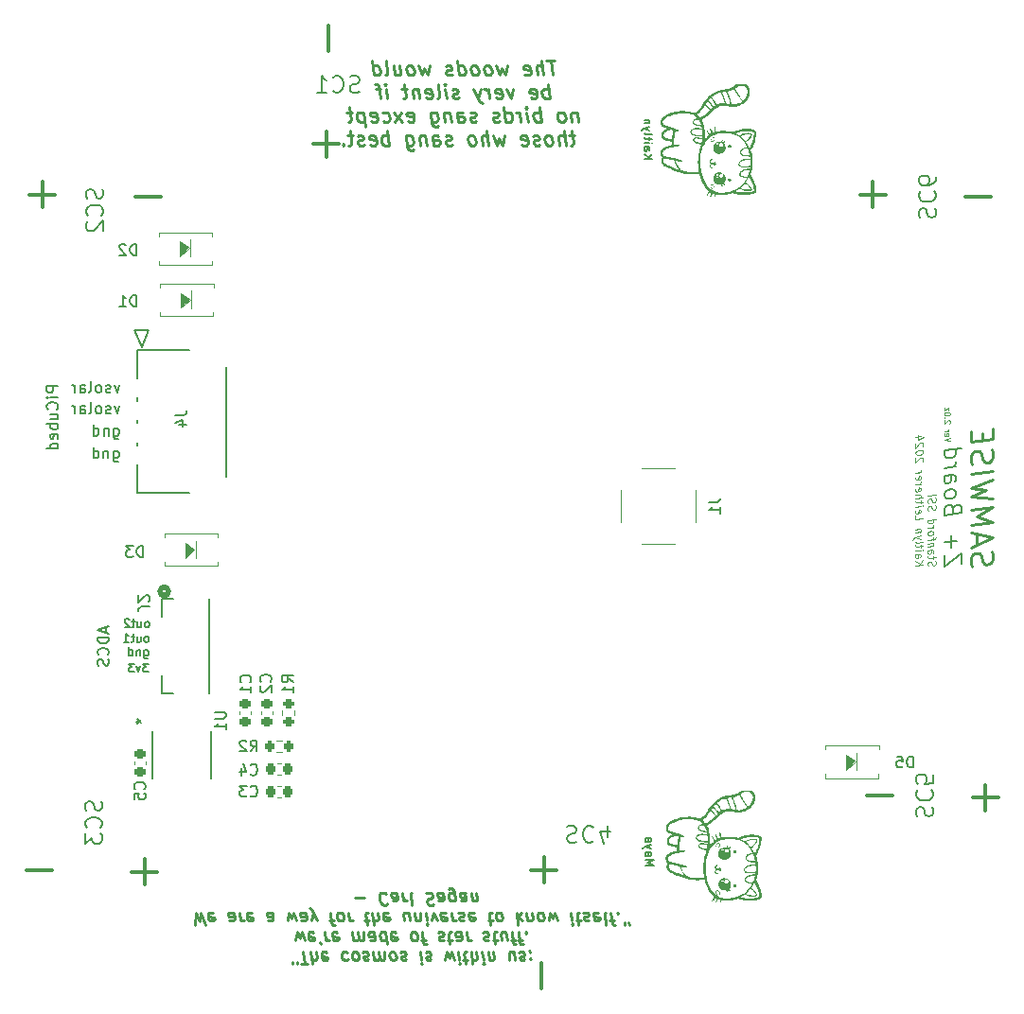
<source format=gbo>
%TF.GenerationSoftware,KiCad,Pcbnew,9.0.1*%
%TF.CreationDate,2025-04-07T03:16:16-07:00*%
%TF.ProjectId,ZPlus_Panel,5a506c75-735f-4506-916e-656c2e6b6963,2.4*%
%TF.SameCoordinates,Original*%
%TF.FileFunction,Legend,Bot*%
%TF.FilePolarity,Positive*%
%FSLAX46Y46*%
G04 Gerber Fmt 4.6, Leading zero omitted, Abs format (unit mm)*
G04 Created by KiCad (PCBNEW 9.0.1) date 2025-04-07 03:16:16*
%MOMM*%
%LPD*%
G01*
G04 APERTURE LIST*
G04 Aperture macros list*
%AMRoundRect*
0 Rectangle with rounded corners*
0 $1 Rounding radius*
0 $2 $3 $4 $5 $6 $7 $8 $9 X,Y pos of 4 corners*
0 Add a 4 corners polygon primitive as box body*
4,1,4,$2,$3,$4,$5,$6,$7,$8,$9,$2,$3,0*
0 Add four circle primitives for the rounded corners*
1,1,$1+$1,$2,$3*
1,1,$1+$1,$4,$5*
1,1,$1+$1,$6,$7*
1,1,$1+$1,$8,$9*
0 Add four rect primitives between the rounded corners*
20,1,$1+$1,$2,$3,$4,$5,0*
20,1,$1+$1,$4,$5,$6,$7,0*
20,1,$1+$1,$6,$7,$8,$9,0*
20,1,$1+$1,$8,$9,$2,$3,0*%
G04 Aperture macros list end*
%ADD10C,0.150000*%
%ADD11C,0.300000*%
%ADD12C,0.200000*%
%ADD13C,0.250000*%
%ADD14C,0.100000*%
%ADD15C,0.120000*%
%ADD16C,0.152400*%
%ADD17C,0.000000*%
%ADD18C,0.508000*%
%ADD19C,3.000000*%
%ADD20C,2.600000*%
%ADD21C,3.800000*%
%ADD22R,2.500000X1.700000*%
%ADD23RoundRect,0.225000X-0.250000X0.225000X-0.250000X-0.225000X0.250000X-0.225000X0.250000X0.225000X0*%
%ADD24R,0.533400X1.460500*%
%ADD25RoundRect,0.225000X0.225000X0.250000X-0.225000X0.250000X-0.225000X-0.250000X0.225000X-0.250000X0*%
%ADD26RoundRect,0.225000X0.250000X-0.225000X0.250000X0.225000X-0.250000X0.225000X-0.250000X-0.225000X0*%
%ADD27RoundRect,0.200000X0.200000X0.275000X-0.200000X0.275000X-0.200000X-0.275000X0.200000X-0.275000X0*%
%ADD28R,1.295400X0.838200*%
%ADD29R,2.260600X1.397000*%
%ADD30R,1.450000X1.100000*%
%ADD31R,2.899999X1.350000*%
%ADD32RoundRect,0.200000X-0.275000X0.200000X-0.275000X-0.200000X0.275000X-0.200000X0.275000X0.200000X0*%
%ADD33C,2.050000*%
%ADD34C,2.250000*%
G04 APERTURE END LIST*
D10*
X153457143Y-117285300D02*
X153671429Y-117213871D01*
X153671429Y-117213871D02*
X154028571Y-117213871D01*
X154028571Y-117213871D02*
X154171429Y-117285300D01*
X154171429Y-117285300D02*
X154242857Y-117356728D01*
X154242857Y-117356728D02*
X154314286Y-117499585D01*
X154314286Y-117499585D02*
X154314286Y-117642442D01*
X154314286Y-117642442D02*
X154242857Y-117785300D01*
X154242857Y-117785300D02*
X154171429Y-117856728D01*
X154171429Y-117856728D02*
X154028571Y-117928157D01*
X154028571Y-117928157D02*
X153742857Y-117999585D01*
X153742857Y-117999585D02*
X153600000Y-118071014D01*
X153600000Y-118071014D02*
X153528571Y-118142442D01*
X153528571Y-118142442D02*
X153457143Y-118285300D01*
X153457143Y-118285300D02*
X153457143Y-118428157D01*
X153457143Y-118428157D02*
X153528571Y-118571014D01*
X153528571Y-118571014D02*
X153600000Y-118642442D01*
X153600000Y-118642442D02*
X153742857Y-118713871D01*
X153742857Y-118713871D02*
X154100000Y-118713871D01*
X154100000Y-118713871D02*
X154314286Y-118642442D01*
X155814285Y-117356728D02*
X155742857Y-117285300D01*
X155742857Y-117285300D02*
X155528571Y-117213871D01*
X155528571Y-117213871D02*
X155385714Y-117213871D01*
X155385714Y-117213871D02*
X155171428Y-117285300D01*
X155171428Y-117285300D02*
X155028571Y-117428157D01*
X155028571Y-117428157D02*
X154957142Y-117571014D01*
X154957142Y-117571014D02*
X154885714Y-117856728D01*
X154885714Y-117856728D02*
X154885714Y-118071014D01*
X154885714Y-118071014D02*
X154957142Y-118356728D01*
X154957142Y-118356728D02*
X155028571Y-118499585D01*
X155028571Y-118499585D02*
X155171428Y-118642442D01*
X155171428Y-118642442D02*
X155385714Y-118713871D01*
X155385714Y-118713871D02*
X155528571Y-118713871D01*
X155528571Y-118713871D02*
X155742857Y-118642442D01*
X155742857Y-118642442D02*
X155814285Y-118571014D01*
X157100000Y-118213871D02*
X157100000Y-117213871D01*
X156742857Y-118785300D02*
X156385714Y-117713871D01*
X156385714Y-117713871D02*
X157314285Y-117713871D01*
D11*
X151399400Y-120011653D02*
X151399400Y-122297368D01*
X152542257Y-121154510D02*
X150256542Y-121154510D01*
D12*
X188729471Y-93789627D02*
X188729471Y-92789627D01*
X188729471Y-92789627D02*
X187229471Y-93977127D01*
X187229471Y-93977127D02*
X187229471Y-92977127D01*
X187800900Y-92334271D02*
X187800900Y-91191414D01*
X187229471Y-91834271D02*
X188372328Y-91691414D01*
X188015185Y-88807485D02*
X187943757Y-88602128D01*
X187943757Y-88602128D02*
X187872328Y-88539628D01*
X187872328Y-88539628D02*
X187729471Y-88486056D01*
X187729471Y-88486056D02*
X187515185Y-88512842D01*
X187515185Y-88512842D02*
X187372328Y-88602128D01*
X187372328Y-88602128D02*
X187300900Y-88682485D01*
X187300900Y-88682485D02*
X187229471Y-88834271D01*
X187229471Y-88834271D02*
X187229471Y-89405699D01*
X187229471Y-89405699D02*
X188729471Y-89218199D01*
X188729471Y-89218199D02*
X188729471Y-88718199D01*
X188729471Y-88718199D02*
X188658042Y-88584271D01*
X188658042Y-88584271D02*
X188586614Y-88521771D01*
X188586614Y-88521771D02*
X188443757Y-88468199D01*
X188443757Y-88468199D02*
X188300900Y-88486056D01*
X188300900Y-88486056D02*
X188158042Y-88575342D01*
X188158042Y-88575342D02*
X188086614Y-88655699D01*
X188086614Y-88655699D02*
X188015185Y-88807485D01*
X188015185Y-88807485D02*
X188015185Y-89307485D01*
X187229471Y-87691414D02*
X187300900Y-87825342D01*
X187300900Y-87825342D02*
X187372328Y-87887842D01*
X187372328Y-87887842D02*
X187515185Y-87941414D01*
X187515185Y-87941414D02*
X187943757Y-87887842D01*
X187943757Y-87887842D02*
X188086614Y-87798556D01*
X188086614Y-87798556D02*
X188158042Y-87718199D01*
X188158042Y-87718199D02*
X188229471Y-87566414D01*
X188229471Y-87566414D02*
X188229471Y-87352128D01*
X188229471Y-87352128D02*
X188158042Y-87218199D01*
X188158042Y-87218199D02*
X188086614Y-87155699D01*
X188086614Y-87155699D02*
X187943757Y-87102128D01*
X187943757Y-87102128D02*
X187515185Y-87155699D01*
X187515185Y-87155699D02*
X187372328Y-87244985D01*
X187372328Y-87244985D02*
X187300900Y-87325342D01*
X187300900Y-87325342D02*
X187229471Y-87477128D01*
X187229471Y-87477128D02*
X187229471Y-87691414D01*
X187229471Y-85905699D02*
X188015185Y-85807485D01*
X188015185Y-85807485D02*
X188158042Y-85861056D01*
X188158042Y-85861056D02*
X188229471Y-85994985D01*
X188229471Y-85994985D02*
X188229471Y-86280699D01*
X188229471Y-86280699D02*
X188158042Y-86432485D01*
X187300900Y-85896771D02*
X187229471Y-86048556D01*
X187229471Y-86048556D02*
X187229471Y-86405699D01*
X187229471Y-86405699D02*
X187300900Y-86539628D01*
X187300900Y-86539628D02*
X187443757Y-86593199D01*
X187443757Y-86593199D02*
X187586614Y-86575342D01*
X187586614Y-86575342D02*
X187729471Y-86486056D01*
X187729471Y-86486056D02*
X187800900Y-86334271D01*
X187800900Y-86334271D02*
X187800900Y-85977128D01*
X187800900Y-85977128D02*
X187872328Y-85825342D01*
X187229471Y-85191413D02*
X188229471Y-85066413D01*
X187943757Y-85102128D02*
X188086614Y-85012842D01*
X188086614Y-85012842D02*
X188158042Y-84932485D01*
X188158042Y-84932485D02*
X188229471Y-84780699D01*
X188229471Y-84780699D02*
X188229471Y-84637842D01*
X187229471Y-83619985D02*
X188729471Y-83432485D01*
X187300900Y-83611057D02*
X187229471Y-83762842D01*
X187229471Y-83762842D02*
X187229471Y-84048557D01*
X187229471Y-84048557D02*
X187300900Y-84182485D01*
X187300900Y-84182485D02*
X187372328Y-84244985D01*
X187372328Y-84244985D02*
X187515185Y-84298557D01*
X187515185Y-84298557D02*
X187943757Y-84244985D01*
X187943757Y-84244985D02*
X188086614Y-84155699D01*
X188086614Y-84155699D02*
X188158042Y-84075342D01*
X188158042Y-84075342D02*
X188229471Y-83923557D01*
X188229471Y-83923557D02*
X188229471Y-83637842D01*
X188229471Y-83637842D02*
X188158042Y-83503914D01*
D10*
X115639316Y-101493614D02*
X115639316Y-102100757D01*
X115639316Y-102100757D02*
X115675030Y-102172185D01*
X115675030Y-102172185D02*
X115710744Y-102207900D01*
X115710744Y-102207900D02*
X115782173Y-102243614D01*
X115782173Y-102243614D02*
X115889316Y-102243614D01*
X115889316Y-102243614D02*
X115960744Y-102207900D01*
X115639316Y-101957900D02*
X115710744Y-101993614D01*
X115710744Y-101993614D02*
X115853601Y-101993614D01*
X115853601Y-101993614D02*
X115925030Y-101957900D01*
X115925030Y-101957900D02*
X115960744Y-101922185D01*
X115960744Y-101922185D02*
X115996458Y-101850757D01*
X115996458Y-101850757D02*
X115996458Y-101636471D01*
X115996458Y-101636471D02*
X115960744Y-101565042D01*
X115960744Y-101565042D02*
X115925030Y-101529328D01*
X115925030Y-101529328D02*
X115853601Y-101493614D01*
X115853601Y-101493614D02*
X115710744Y-101493614D01*
X115710744Y-101493614D02*
X115639316Y-101529328D01*
X115282173Y-101493614D02*
X115282173Y-101993614D01*
X115282173Y-101565042D02*
X115246459Y-101529328D01*
X115246459Y-101529328D02*
X115175030Y-101493614D01*
X115175030Y-101493614D02*
X115067887Y-101493614D01*
X115067887Y-101493614D02*
X114996459Y-101529328D01*
X114996459Y-101529328D02*
X114960745Y-101600757D01*
X114960745Y-101600757D02*
X114960745Y-101993614D01*
X114282174Y-101993614D02*
X114282174Y-101243614D01*
X114282174Y-101957900D02*
X114353602Y-101993614D01*
X114353602Y-101993614D02*
X114496459Y-101993614D01*
X114496459Y-101993614D02*
X114567888Y-101957900D01*
X114567888Y-101957900D02*
X114603602Y-101922185D01*
X114603602Y-101922185D02*
X114639316Y-101850757D01*
X114639316Y-101850757D02*
X114639316Y-101636471D01*
X114639316Y-101636471D02*
X114603602Y-101565042D01*
X114603602Y-101565042D02*
X114567888Y-101529328D01*
X114567888Y-101529328D02*
X114496459Y-101493614D01*
X114496459Y-101493614D02*
X114353602Y-101493614D01*
X114353602Y-101493614D02*
X114282174Y-101529328D01*
D11*
X114861653Y-60925600D02*
X117147368Y-60925600D01*
X105411653Y-60725600D02*
X107697368Y-60725600D01*
X106554510Y-59582742D02*
X106554510Y-61868457D01*
X179686653Y-60700600D02*
X181972368Y-60700600D01*
X180829510Y-59557742D02*
X180829510Y-61843457D01*
D10*
X116032173Y-102693614D02*
X115567887Y-102693614D01*
X115567887Y-102693614D02*
X115817887Y-102979328D01*
X115817887Y-102979328D02*
X115710744Y-102979328D01*
X115710744Y-102979328D02*
X115639316Y-103015042D01*
X115639316Y-103015042D02*
X115603601Y-103050757D01*
X115603601Y-103050757D02*
X115567887Y-103122185D01*
X115567887Y-103122185D02*
X115567887Y-103300757D01*
X115567887Y-103300757D02*
X115603601Y-103372185D01*
X115603601Y-103372185D02*
X115639316Y-103407900D01*
X115639316Y-103407900D02*
X115710744Y-103443614D01*
X115710744Y-103443614D02*
X115925030Y-103443614D01*
X115925030Y-103443614D02*
X115996458Y-103407900D01*
X115996458Y-103407900D02*
X116032173Y-103372185D01*
X115317887Y-102943614D02*
X115139315Y-103443614D01*
X115139315Y-103443614D02*
X114960744Y-102943614D01*
X114746458Y-102693614D02*
X114282172Y-102693614D01*
X114282172Y-102693614D02*
X114532172Y-102979328D01*
X114532172Y-102979328D02*
X114425029Y-102979328D01*
X114425029Y-102979328D02*
X114353601Y-103015042D01*
X114353601Y-103015042D02*
X114317886Y-103050757D01*
X114317886Y-103050757D02*
X114282172Y-103122185D01*
X114282172Y-103122185D02*
X114282172Y-103300757D01*
X114282172Y-103300757D02*
X114317886Y-103372185D01*
X114317886Y-103372185D02*
X114353601Y-103407900D01*
X114353601Y-103407900D02*
X114425029Y-103443614D01*
X114425029Y-103443614D02*
X114639315Y-103443614D01*
X114639315Y-103443614D02*
X114710743Y-103407900D01*
X114710743Y-103407900D02*
X114746458Y-103372185D01*
X113446458Y-79646352D02*
X113208363Y-80313019D01*
X113208363Y-80313019D02*
X112970268Y-79646352D01*
X112636934Y-80265400D02*
X112541696Y-80313019D01*
X112541696Y-80313019D02*
X112351220Y-80313019D01*
X112351220Y-80313019D02*
X112255982Y-80265400D01*
X112255982Y-80265400D02*
X112208363Y-80170161D01*
X112208363Y-80170161D02*
X112208363Y-80122542D01*
X112208363Y-80122542D02*
X112255982Y-80027304D01*
X112255982Y-80027304D02*
X112351220Y-79979685D01*
X112351220Y-79979685D02*
X112494077Y-79979685D01*
X112494077Y-79979685D02*
X112589315Y-79932066D01*
X112589315Y-79932066D02*
X112636934Y-79836828D01*
X112636934Y-79836828D02*
X112636934Y-79789209D01*
X112636934Y-79789209D02*
X112589315Y-79693971D01*
X112589315Y-79693971D02*
X112494077Y-79646352D01*
X112494077Y-79646352D02*
X112351220Y-79646352D01*
X112351220Y-79646352D02*
X112255982Y-79693971D01*
X111636934Y-80313019D02*
X111732172Y-80265400D01*
X111732172Y-80265400D02*
X111779791Y-80217780D01*
X111779791Y-80217780D02*
X111827410Y-80122542D01*
X111827410Y-80122542D02*
X111827410Y-79836828D01*
X111827410Y-79836828D02*
X111779791Y-79741590D01*
X111779791Y-79741590D02*
X111732172Y-79693971D01*
X111732172Y-79693971D02*
X111636934Y-79646352D01*
X111636934Y-79646352D02*
X111494077Y-79646352D01*
X111494077Y-79646352D02*
X111398839Y-79693971D01*
X111398839Y-79693971D02*
X111351220Y-79741590D01*
X111351220Y-79741590D02*
X111303601Y-79836828D01*
X111303601Y-79836828D02*
X111303601Y-80122542D01*
X111303601Y-80122542D02*
X111351220Y-80217780D01*
X111351220Y-80217780D02*
X111398839Y-80265400D01*
X111398839Y-80265400D02*
X111494077Y-80313019D01*
X111494077Y-80313019D02*
X111636934Y-80313019D01*
X110732172Y-80313019D02*
X110827410Y-80265400D01*
X110827410Y-80265400D02*
X110875029Y-80170161D01*
X110875029Y-80170161D02*
X110875029Y-79313019D01*
X109922648Y-80313019D02*
X109922648Y-79789209D01*
X109922648Y-79789209D02*
X109970267Y-79693971D01*
X109970267Y-79693971D02*
X110065505Y-79646352D01*
X110065505Y-79646352D02*
X110255981Y-79646352D01*
X110255981Y-79646352D02*
X110351219Y-79693971D01*
X109922648Y-80265400D02*
X110017886Y-80313019D01*
X110017886Y-80313019D02*
X110255981Y-80313019D01*
X110255981Y-80313019D02*
X110351219Y-80265400D01*
X110351219Y-80265400D02*
X110398838Y-80170161D01*
X110398838Y-80170161D02*
X110398838Y-80074923D01*
X110398838Y-80074923D02*
X110351219Y-79979685D01*
X110351219Y-79979685D02*
X110255981Y-79932066D01*
X110255981Y-79932066D02*
X110017886Y-79932066D01*
X110017886Y-79932066D02*
X109922648Y-79884447D01*
X109446457Y-80313019D02*
X109446457Y-79646352D01*
X109446457Y-79836828D02*
X109398838Y-79741590D01*
X109398838Y-79741590D02*
X109351219Y-79693971D01*
X109351219Y-79693971D02*
X109255981Y-79646352D01*
X109255981Y-79646352D02*
X109160743Y-79646352D01*
D13*
X128939191Y-129603726D02*
X128913000Y-129394202D01*
X129358238Y-129603726D02*
X129332048Y-129394202D01*
X129672524Y-129603726D02*
X130301095Y-129603726D01*
X129849310Y-128503726D02*
X129986810Y-129603726D01*
X130530262Y-128503726D02*
X130667762Y-129603726D01*
X131001690Y-128503726D02*
X131073714Y-129079916D01*
X131073714Y-129079916D02*
X131034428Y-129184678D01*
X131034428Y-129184678D02*
X130936214Y-129237059D01*
X130936214Y-129237059D02*
X130779071Y-129237059D01*
X130779071Y-129237059D02*
X130667762Y-129184678D01*
X130667762Y-129184678D02*
X130608833Y-129132297D01*
X131951095Y-128556107D02*
X131839785Y-128503726D01*
X131839785Y-128503726D02*
X131630262Y-128503726D01*
X131630262Y-128503726D02*
X131532047Y-128556107D01*
X131532047Y-128556107D02*
X131492762Y-128660868D01*
X131492762Y-128660868D02*
X131545143Y-129079916D01*
X131545143Y-129079916D02*
X131610619Y-129184678D01*
X131610619Y-129184678D02*
X131721928Y-129237059D01*
X131721928Y-129237059D02*
X131931452Y-129237059D01*
X131931452Y-129237059D02*
X132029666Y-129184678D01*
X132029666Y-129184678D02*
X132068952Y-129079916D01*
X132068952Y-129079916D02*
X132055857Y-128975154D01*
X132055857Y-128975154D02*
X131518952Y-128870392D01*
X133784428Y-128556107D02*
X133673118Y-128503726D01*
X133673118Y-128503726D02*
X133463595Y-128503726D01*
X133463595Y-128503726D02*
X133365380Y-128556107D01*
X133365380Y-128556107D02*
X133319547Y-128608487D01*
X133319547Y-128608487D02*
X133280261Y-128713249D01*
X133280261Y-128713249D02*
X133319547Y-129027535D01*
X133319547Y-129027535D02*
X133385023Y-129132297D01*
X133385023Y-129132297D02*
X133443952Y-129184678D01*
X133443952Y-129184678D02*
X133555261Y-129237059D01*
X133555261Y-129237059D02*
X133764785Y-129237059D01*
X133764785Y-129237059D02*
X133862999Y-129184678D01*
X134406452Y-128503726D02*
X134308237Y-128556107D01*
X134308237Y-128556107D02*
X134262404Y-128608487D01*
X134262404Y-128608487D02*
X134223118Y-128713249D01*
X134223118Y-128713249D02*
X134262404Y-129027535D01*
X134262404Y-129027535D02*
X134327880Y-129132297D01*
X134327880Y-129132297D02*
X134386809Y-129184678D01*
X134386809Y-129184678D02*
X134498118Y-129237059D01*
X134498118Y-129237059D02*
X134655261Y-129237059D01*
X134655261Y-129237059D02*
X134753475Y-129184678D01*
X134753475Y-129184678D02*
X134799309Y-129132297D01*
X134799309Y-129132297D02*
X134838594Y-129027535D01*
X134838594Y-129027535D02*
X134799309Y-128713249D01*
X134799309Y-128713249D02*
X134733832Y-128608487D01*
X134733832Y-128608487D02*
X134674904Y-128556107D01*
X134674904Y-128556107D02*
X134563594Y-128503726D01*
X134563594Y-128503726D02*
X134406452Y-128503726D01*
X135198713Y-128556107D02*
X135296928Y-128503726D01*
X135296928Y-128503726D02*
X135506451Y-128503726D01*
X135506451Y-128503726D02*
X135617761Y-128556107D01*
X135617761Y-128556107D02*
X135683237Y-128660868D01*
X135683237Y-128660868D02*
X135689785Y-128713249D01*
X135689785Y-128713249D02*
X135650499Y-128818011D01*
X135650499Y-128818011D02*
X135552285Y-128870392D01*
X135552285Y-128870392D02*
X135395142Y-128870392D01*
X135395142Y-128870392D02*
X135296928Y-128922773D01*
X135296928Y-128922773D02*
X135257642Y-129027535D01*
X135257642Y-129027535D02*
X135264190Y-129079916D01*
X135264190Y-129079916D02*
X135329666Y-129184678D01*
X135329666Y-129184678D02*
X135440975Y-129237059D01*
X135440975Y-129237059D02*
X135598118Y-129237059D01*
X135598118Y-129237059D02*
X135696332Y-129184678D01*
X136135023Y-128503726D02*
X136226689Y-129237059D01*
X136213594Y-129132297D02*
X136272523Y-129184678D01*
X136272523Y-129184678D02*
X136383832Y-129237059D01*
X136383832Y-129237059D02*
X136540975Y-129237059D01*
X136540975Y-129237059D02*
X136639189Y-129184678D01*
X136639189Y-129184678D02*
X136678475Y-129079916D01*
X136678475Y-129079916D02*
X136606451Y-128503726D01*
X136678475Y-129079916D02*
X136743951Y-129184678D01*
X136743951Y-129184678D02*
X136855261Y-129237059D01*
X136855261Y-129237059D02*
X137012404Y-129237059D01*
X137012404Y-129237059D02*
X137110618Y-129184678D01*
X137110618Y-129184678D02*
X137149904Y-129079916D01*
X137149904Y-129079916D02*
X137077880Y-128503726D01*
X137758833Y-128503726D02*
X137660618Y-128556107D01*
X137660618Y-128556107D02*
X137614785Y-128608487D01*
X137614785Y-128608487D02*
X137575499Y-128713249D01*
X137575499Y-128713249D02*
X137614785Y-129027535D01*
X137614785Y-129027535D02*
X137680261Y-129132297D01*
X137680261Y-129132297D02*
X137739190Y-129184678D01*
X137739190Y-129184678D02*
X137850499Y-129237059D01*
X137850499Y-129237059D02*
X138007642Y-129237059D01*
X138007642Y-129237059D02*
X138105856Y-129184678D01*
X138105856Y-129184678D02*
X138151690Y-129132297D01*
X138151690Y-129132297D02*
X138190975Y-129027535D01*
X138190975Y-129027535D02*
X138151690Y-128713249D01*
X138151690Y-128713249D02*
X138086213Y-128608487D01*
X138086213Y-128608487D02*
X138027285Y-128556107D01*
X138027285Y-128556107D02*
X137915975Y-128503726D01*
X137915975Y-128503726D02*
X137758833Y-128503726D01*
X138551094Y-128556107D02*
X138649309Y-128503726D01*
X138649309Y-128503726D02*
X138858832Y-128503726D01*
X138858832Y-128503726D02*
X138970142Y-128556107D01*
X138970142Y-128556107D02*
X139035618Y-128660868D01*
X139035618Y-128660868D02*
X139042166Y-128713249D01*
X139042166Y-128713249D02*
X139002880Y-128818011D01*
X139002880Y-128818011D02*
X138904666Y-128870392D01*
X138904666Y-128870392D02*
X138747523Y-128870392D01*
X138747523Y-128870392D02*
X138649309Y-128922773D01*
X138649309Y-128922773D02*
X138610023Y-129027535D01*
X138610023Y-129027535D02*
X138616571Y-129079916D01*
X138616571Y-129079916D02*
X138682047Y-129184678D01*
X138682047Y-129184678D02*
X138793356Y-129237059D01*
X138793356Y-129237059D02*
X138950499Y-129237059D01*
X138950499Y-129237059D02*
X139048713Y-129184678D01*
X140325499Y-128503726D02*
X140417165Y-129237059D01*
X140462999Y-129603726D02*
X140404070Y-129551345D01*
X140404070Y-129551345D02*
X140449903Y-129498964D01*
X140449903Y-129498964D02*
X140508832Y-129551345D01*
X140508832Y-129551345D02*
X140462999Y-129603726D01*
X140462999Y-129603726D02*
X140449903Y-129498964D01*
X140803475Y-128556107D02*
X140901690Y-128503726D01*
X140901690Y-128503726D02*
X141111213Y-128503726D01*
X141111213Y-128503726D02*
X141222523Y-128556107D01*
X141222523Y-128556107D02*
X141287999Y-128660868D01*
X141287999Y-128660868D02*
X141294547Y-128713249D01*
X141294547Y-128713249D02*
X141255261Y-128818011D01*
X141255261Y-128818011D02*
X141157047Y-128870392D01*
X141157047Y-128870392D02*
X140999904Y-128870392D01*
X140999904Y-128870392D02*
X140901690Y-128922773D01*
X140901690Y-128922773D02*
X140862404Y-129027535D01*
X140862404Y-129027535D02*
X140868952Y-129079916D01*
X140868952Y-129079916D02*
X140934428Y-129184678D01*
X140934428Y-129184678D02*
X141045737Y-129237059D01*
X141045737Y-129237059D02*
X141202880Y-129237059D01*
X141202880Y-129237059D02*
X141301094Y-129184678D01*
X142564784Y-129237059D02*
X142682642Y-128503726D01*
X142682642Y-128503726D02*
X142957642Y-129027535D01*
X142957642Y-129027535D02*
X143101689Y-128503726D01*
X143101689Y-128503726D02*
X143402880Y-129237059D01*
X143730261Y-128503726D02*
X143821927Y-129237059D01*
X143867761Y-129603726D02*
X143808832Y-129551345D01*
X143808832Y-129551345D02*
X143854665Y-129498964D01*
X143854665Y-129498964D02*
X143913594Y-129551345D01*
X143913594Y-129551345D02*
X143867761Y-129603726D01*
X143867761Y-129603726D02*
X143854665Y-129498964D01*
X144188594Y-129237059D02*
X144607642Y-129237059D01*
X144391571Y-129603726D02*
X144273714Y-128660868D01*
X144273714Y-128660868D02*
X144312999Y-128556107D01*
X144312999Y-128556107D02*
X144411214Y-128503726D01*
X144411214Y-128503726D02*
X144515975Y-128503726D01*
X144882642Y-128503726D02*
X145020142Y-129603726D01*
X145354070Y-128503726D02*
X145426094Y-129079916D01*
X145426094Y-129079916D02*
X145386808Y-129184678D01*
X145386808Y-129184678D02*
X145288594Y-129237059D01*
X145288594Y-129237059D02*
X145131451Y-129237059D01*
X145131451Y-129237059D02*
X145020142Y-129184678D01*
X145020142Y-129184678D02*
X144961213Y-129132297D01*
X145877880Y-128503726D02*
X145969546Y-129237059D01*
X146015380Y-129603726D02*
X145956451Y-129551345D01*
X145956451Y-129551345D02*
X146002284Y-129498964D01*
X146002284Y-129498964D02*
X146061213Y-129551345D01*
X146061213Y-129551345D02*
X146015380Y-129603726D01*
X146015380Y-129603726D02*
X146002284Y-129498964D01*
X146493356Y-129237059D02*
X146401690Y-128503726D01*
X146480261Y-129132297D02*
X146539190Y-129184678D01*
X146539190Y-129184678D02*
X146650499Y-129237059D01*
X146650499Y-129237059D02*
X146807642Y-129237059D01*
X146807642Y-129237059D02*
X146905856Y-129184678D01*
X146905856Y-129184678D02*
X146945142Y-129079916D01*
X146945142Y-129079916D02*
X146873118Y-128503726D01*
X148798118Y-129237059D02*
X148706451Y-128503726D01*
X148326689Y-129237059D02*
X148254666Y-128660868D01*
X148254666Y-128660868D02*
X148293951Y-128556107D01*
X148293951Y-128556107D02*
X148392166Y-128503726D01*
X148392166Y-128503726D02*
X148549308Y-128503726D01*
X148549308Y-128503726D02*
X148660618Y-128556107D01*
X148660618Y-128556107D02*
X148719546Y-128608487D01*
X149184427Y-128556107D02*
X149282642Y-128503726D01*
X149282642Y-128503726D02*
X149492165Y-128503726D01*
X149492165Y-128503726D02*
X149603475Y-128556107D01*
X149603475Y-128556107D02*
X149668951Y-128660868D01*
X149668951Y-128660868D02*
X149675499Y-128713249D01*
X149675499Y-128713249D02*
X149636213Y-128818011D01*
X149636213Y-128818011D02*
X149537999Y-128870392D01*
X149537999Y-128870392D02*
X149380856Y-128870392D01*
X149380856Y-128870392D02*
X149282642Y-128922773D01*
X149282642Y-128922773D02*
X149243356Y-129027535D01*
X149243356Y-129027535D02*
X149249904Y-129079916D01*
X149249904Y-129079916D02*
X149315380Y-129184678D01*
X149315380Y-129184678D02*
X149426689Y-129237059D01*
X149426689Y-129237059D02*
X149583832Y-129237059D01*
X149583832Y-129237059D02*
X149682046Y-129184678D01*
X150179665Y-128556107D02*
X150173118Y-128503726D01*
X150173118Y-128503726D02*
X150107641Y-128398964D01*
X150107641Y-128398964D02*
X150048713Y-128346583D01*
X150205856Y-129184678D02*
X150251689Y-129132297D01*
X150251689Y-129132297D02*
X150192760Y-129079916D01*
X150192760Y-129079916D02*
X150146927Y-129132297D01*
X150146927Y-129132297D02*
X150205856Y-129184678D01*
X150205856Y-129184678D02*
X150192760Y-129079916D01*
X129181454Y-127466121D02*
X129299312Y-126732788D01*
X129299312Y-126732788D02*
X129574312Y-127256597D01*
X129574312Y-127256597D02*
X129718359Y-126732788D01*
X129718359Y-126732788D02*
X130019550Y-127466121D01*
X130772526Y-126785169D02*
X130661216Y-126732788D01*
X130661216Y-126732788D02*
X130451693Y-126732788D01*
X130451693Y-126732788D02*
X130353478Y-126785169D01*
X130353478Y-126785169D02*
X130314193Y-126889930D01*
X130314193Y-126889930D02*
X130366574Y-127308978D01*
X130366574Y-127308978D02*
X130432050Y-127413740D01*
X130432050Y-127413740D02*
X130543359Y-127466121D01*
X130543359Y-127466121D02*
X130752883Y-127466121D01*
X130752883Y-127466121D02*
X130851097Y-127413740D01*
X130851097Y-127413740D02*
X130890383Y-127308978D01*
X130890383Y-127308978D02*
X130877288Y-127204216D01*
X130877288Y-127204216D02*
X130340383Y-127099454D01*
X131479669Y-127832788D02*
X131348716Y-127623264D01*
X131813598Y-126732788D02*
X131905264Y-127466121D01*
X131879074Y-127256597D02*
X131944550Y-127361359D01*
X131944550Y-127361359D02*
X132003479Y-127413740D01*
X132003479Y-127413740D02*
X132114788Y-127466121D01*
X132114788Y-127466121D02*
X132219550Y-127466121D01*
X132920145Y-126785169D02*
X132808835Y-126732788D01*
X132808835Y-126732788D02*
X132599312Y-126732788D01*
X132599312Y-126732788D02*
X132501097Y-126785169D01*
X132501097Y-126785169D02*
X132461812Y-126889930D01*
X132461812Y-126889930D02*
X132514193Y-127308978D01*
X132514193Y-127308978D02*
X132579669Y-127413740D01*
X132579669Y-127413740D02*
X132690978Y-127466121D01*
X132690978Y-127466121D02*
X132900502Y-127466121D01*
X132900502Y-127466121D02*
X132998716Y-127413740D01*
X132998716Y-127413740D02*
X133038002Y-127308978D01*
X133038002Y-127308978D02*
X133024907Y-127204216D01*
X133024907Y-127204216D02*
X132488002Y-127099454D01*
X134275502Y-126732788D02*
X134367168Y-127466121D01*
X134354073Y-127361359D02*
X134413002Y-127413740D01*
X134413002Y-127413740D02*
X134524311Y-127466121D01*
X134524311Y-127466121D02*
X134681454Y-127466121D01*
X134681454Y-127466121D02*
X134779668Y-127413740D01*
X134779668Y-127413740D02*
X134818954Y-127308978D01*
X134818954Y-127308978D02*
X134746930Y-126732788D01*
X134818954Y-127308978D02*
X134884430Y-127413740D01*
X134884430Y-127413740D02*
X134995740Y-127466121D01*
X134995740Y-127466121D02*
X135152883Y-127466121D01*
X135152883Y-127466121D02*
X135251097Y-127413740D01*
X135251097Y-127413740D02*
X135290383Y-127308978D01*
X135290383Y-127308978D02*
X135218359Y-126732788D01*
X136213597Y-126732788D02*
X136285621Y-127308978D01*
X136285621Y-127308978D02*
X136246335Y-127413740D01*
X136246335Y-127413740D02*
X136148121Y-127466121D01*
X136148121Y-127466121D02*
X135938597Y-127466121D01*
X135938597Y-127466121D02*
X135827288Y-127413740D01*
X136220145Y-126785169D02*
X136108835Y-126732788D01*
X136108835Y-126732788D02*
X135846931Y-126732788D01*
X135846931Y-126732788D02*
X135748716Y-126785169D01*
X135748716Y-126785169D02*
X135709431Y-126889930D01*
X135709431Y-126889930D02*
X135722526Y-126994692D01*
X135722526Y-126994692D02*
X135788002Y-127099454D01*
X135788002Y-127099454D02*
X135899312Y-127151835D01*
X135899312Y-127151835D02*
X136161216Y-127151835D01*
X136161216Y-127151835D02*
X136272526Y-127204216D01*
X137208835Y-126732788D02*
X137346335Y-127832788D01*
X137215383Y-126785169D02*
X137104073Y-126732788D01*
X137104073Y-126732788D02*
X136894550Y-126732788D01*
X136894550Y-126732788D02*
X136796335Y-126785169D01*
X136796335Y-126785169D02*
X136750502Y-126837549D01*
X136750502Y-126837549D02*
X136711216Y-126942311D01*
X136711216Y-126942311D02*
X136750502Y-127256597D01*
X136750502Y-127256597D02*
X136815978Y-127361359D01*
X136815978Y-127361359D02*
X136874907Y-127413740D01*
X136874907Y-127413740D02*
X136986216Y-127466121D01*
X136986216Y-127466121D02*
X137195740Y-127466121D01*
X137195740Y-127466121D02*
X137293954Y-127413740D01*
X138158240Y-126785169D02*
X138046930Y-126732788D01*
X138046930Y-126732788D02*
X137837407Y-126732788D01*
X137837407Y-126732788D02*
X137739192Y-126785169D01*
X137739192Y-126785169D02*
X137699907Y-126889930D01*
X137699907Y-126889930D02*
X137752288Y-127308978D01*
X137752288Y-127308978D02*
X137817764Y-127413740D01*
X137817764Y-127413740D02*
X137929073Y-127466121D01*
X137929073Y-127466121D02*
X138138597Y-127466121D01*
X138138597Y-127466121D02*
X138236811Y-127413740D01*
X138236811Y-127413740D02*
X138276097Y-127308978D01*
X138276097Y-127308978D02*
X138263002Y-127204216D01*
X138263002Y-127204216D02*
X137726097Y-127099454D01*
X139670740Y-126732788D02*
X139572525Y-126785169D01*
X139572525Y-126785169D02*
X139526692Y-126837549D01*
X139526692Y-126837549D02*
X139487406Y-126942311D01*
X139487406Y-126942311D02*
X139526692Y-127256597D01*
X139526692Y-127256597D02*
X139592168Y-127361359D01*
X139592168Y-127361359D02*
X139651097Y-127413740D01*
X139651097Y-127413740D02*
X139762406Y-127466121D01*
X139762406Y-127466121D02*
X139919549Y-127466121D01*
X139919549Y-127466121D02*
X140017763Y-127413740D01*
X140017763Y-127413740D02*
X140063597Y-127361359D01*
X140063597Y-127361359D02*
X140102882Y-127256597D01*
X140102882Y-127256597D02*
X140063597Y-126942311D01*
X140063597Y-126942311D02*
X139998120Y-126837549D01*
X139998120Y-126837549D02*
X139939192Y-126785169D01*
X139939192Y-126785169D02*
X139827882Y-126732788D01*
X139827882Y-126732788D02*
X139670740Y-126732788D01*
X140443358Y-127466121D02*
X140862406Y-127466121D01*
X140508835Y-126732788D02*
X140626692Y-127675645D01*
X140626692Y-127675645D02*
X140692168Y-127780407D01*
X140692168Y-127780407D02*
X140803478Y-127832788D01*
X140803478Y-127832788D02*
X140908239Y-127832788D01*
X141929667Y-126785169D02*
X142027882Y-126732788D01*
X142027882Y-126732788D02*
X142237405Y-126732788D01*
X142237405Y-126732788D02*
X142348715Y-126785169D01*
X142348715Y-126785169D02*
X142414191Y-126889930D01*
X142414191Y-126889930D02*
X142420739Y-126942311D01*
X142420739Y-126942311D02*
X142381453Y-127047073D01*
X142381453Y-127047073D02*
X142283239Y-127099454D01*
X142283239Y-127099454D02*
X142126096Y-127099454D01*
X142126096Y-127099454D02*
X142027882Y-127151835D01*
X142027882Y-127151835D02*
X141988596Y-127256597D01*
X141988596Y-127256597D02*
X141995144Y-127308978D01*
X141995144Y-127308978D02*
X142060620Y-127413740D01*
X142060620Y-127413740D02*
X142171929Y-127466121D01*
X142171929Y-127466121D02*
X142329072Y-127466121D01*
X142329072Y-127466121D02*
X142427286Y-127413740D01*
X142800500Y-127466121D02*
X143219548Y-127466121D01*
X143003477Y-127832788D02*
X142885620Y-126889930D01*
X142885620Y-126889930D02*
X142924905Y-126785169D01*
X142924905Y-126785169D02*
X143023120Y-126732788D01*
X143023120Y-126732788D02*
X143127881Y-126732788D01*
X143965976Y-126732788D02*
X144038000Y-127308978D01*
X144038000Y-127308978D02*
X143998714Y-127413740D01*
X143998714Y-127413740D02*
X143900500Y-127466121D01*
X143900500Y-127466121D02*
X143690976Y-127466121D01*
X143690976Y-127466121D02*
X143579667Y-127413740D01*
X143972524Y-126785169D02*
X143861214Y-126732788D01*
X143861214Y-126732788D02*
X143599310Y-126732788D01*
X143599310Y-126732788D02*
X143501095Y-126785169D01*
X143501095Y-126785169D02*
X143461810Y-126889930D01*
X143461810Y-126889930D02*
X143474905Y-126994692D01*
X143474905Y-126994692D02*
X143540381Y-127099454D01*
X143540381Y-127099454D02*
X143651691Y-127151835D01*
X143651691Y-127151835D02*
X143913595Y-127151835D01*
X143913595Y-127151835D02*
X144024905Y-127204216D01*
X144489786Y-126732788D02*
X144581452Y-127466121D01*
X144555262Y-127256597D02*
X144620738Y-127361359D01*
X144620738Y-127361359D02*
X144679667Y-127413740D01*
X144679667Y-127413740D02*
X144790976Y-127466121D01*
X144790976Y-127466121D02*
X144895738Y-127466121D01*
X145962999Y-126785169D02*
X146061214Y-126732788D01*
X146061214Y-126732788D02*
X146270737Y-126732788D01*
X146270737Y-126732788D02*
X146382047Y-126785169D01*
X146382047Y-126785169D02*
X146447523Y-126889930D01*
X146447523Y-126889930D02*
X146454071Y-126942311D01*
X146454071Y-126942311D02*
X146414785Y-127047073D01*
X146414785Y-127047073D02*
X146316571Y-127099454D01*
X146316571Y-127099454D02*
X146159428Y-127099454D01*
X146159428Y-127099454D02*
X146061214Y-127151835D01*
X146061214Y-127151835D02*
X146021928Y-127256597D01*
X146021928Y-127256597D02*
X146028476Y-127308978D01*
X146028476Y-127308978D02*
X146093952Y-127413740D01*
X146093952Y-127413740D02*
X146205261Y-127466121D01*
X146205261Y-127466121D02*
X146362404Y-127466121D01*
X146362404Y-127466121D02*
X146460618Y-127413740D01*
X146833832Y-127466121D02*
X147252880Y-127466121D01*
X147036809Y-127832788D02*
X146918952Y-126889930D01*
X146918952Y-126889930D02*
X146958237Y-126785169D01*
X146958237Y-126785169D02*
X147056452Y-126732788D01*
X147056452Y-126732788D02*
X147161213Y-126732788D01*
X148090975Y-127466121D02*
X147999308Y-126732788D01*
X147619546Y-127466121D02*
X147547523Y-126889930D01*
X147547523Y-126889930D02*
X147586808Y-126785169D01*
X147586808Y-126785169D02*
X147685023Y-126732788D01*
X147685023Y-126732788D02*
X147842165Y-126732788D01*
X147842165Y-126732788D02*
X147953475Y-126785169D01*
X147953475Y-126785169D02*
X148012403Y-126837549D01*
X148457641Y-127466121D02*
X148876689Y-127466121D01*
X148523118Y-126732788D02*
X148640975Y-127675645D01*
X148640975Y-127675645D02*
X148706451Y-127780407D01*
X148706451Y-127780407D02*
X148817761Y-127832788D01*
X148817761Y-127832788D02*
X148922522Y-127832788D01*
X149086212Y-127466121D02*
X149505260Y-127466121D01*
X149151689Y-126732788D02*
X149269546Y-127675645D01*
X149269546Y-127675645D02*
X149335022Y-127780407D01*
X149335022Y-127780407D02*
X149446332Y-127832788D01*
X149446332Y-127832788D02*
X149551093Y-127832788D01*
X149793355Y-126837549D02*
X149839188Y-126785169D01*
X149839188Y-126785169D02*
X149780260Y-126732788D01*
X149780260Y-126732788D02*
X149734426Y-126785169D01*
X149734426Y-126785169D02*
X149793355Y-126837549D01*
X149793355Y-126837549D02*
X149780260Y-126732788D01*
X120165385Y-126061850D02*
X120289790Y-124961850D01*
X120289790Y-124961850D02*
X120597528Y-125747564D01*
X120597528Y-125747564D02*
X120708837Y-124961850D01*
X120708837Y-124961850D02*
X121108242Y-126061850D01*
X121815385Y-125014231D02*
X121704075Y-124961850D01*
X121704075Y-124961850D02*
X121494552Y-124961850D01*
X121494552Y-124961850D02*
X121396337Y-125014231D01*
X121396337Y-125014231D02*
X121357052Y-125118992D01*
X121357052Y-125118992D02*
X121409433Y-125538040D01*
X121409433Y-125538040D02*
X121474909Y-125642802D01*
X121474909Y-125642802D02*
X121586218Y-125695183D01*
X121586218Y-125695183D02*
X121795742Y-125695183D01*
X121795742Y-125695183D02*
X121893956Y-125642802D01*
X121893956Y-125642802D02*
X121933242Y-125538040D01*
X121933242Y-125538040D02*
X121920147Y-125433278D01*
X121920147Y-125433278D02*
X121383242Y-125328516D01*
X123642170Y-124961850D02*
X123714194Y-125538040D01*
X123714194Y-125538040D02*
X123674908Y-125642802D01*
X123674908Y-125642802D02*
X123576694Y-125695183D01*
X123576694Y-125695183D02*
X123367170Y-125695183D01*
X123367170Y-125695183D02*
X123255861Y-125642802D01*
X123648718Y-125014231D02*
X123537408Y-124961850D01*
X123537408Y-124961850D02*
X123275504Y-124961850D01*
X123275504Y-124961850D02*
X123177289Y-125014231D01*
X123177289Y-125014231D02*
X123138004Y-125118992D01*
X123138004Y-125118992D02*
X123151099Y-125223754D01*
X123151099Y-125223754D02*
X123216575Y-125328516D01*
X123216575Y-125328516D02*
X123327885Y-125380897D01*
X123327885Y-125380897D02*
X123589789Y-125380897D01*
X123589789Y-125380897D02*
X123701099Y-125433278D01*
X124165980Y-124961850D02*
X124257646Y-125695183D01*
X124231456Y-125485659D02*
X124296932Y-125590421D01*
X124296932Y-125590421D02*
X124355861Y-125642802D01*
X124355861Y-125642802D02*
X124467170Y-125695183D01*
X124467170Y-125695183D02*
X124571932Y-125695183D01*
X125272527Y-125014231D02*
X125161217Y-124961850D01*
X125161217Y-124961850D02*
X124951694Y-124961850D01*
X124951694Y-124961850D02*
X124853479Y-125014231D01*
X124853479Y-125014231D02*
X124814194Y-125118992D01*
X124814194Y-125118992D02*
X124866575Y-125538040D01*
X124866575Y-125538040D02*
X124932051Y-125642802D01*
X124932051Y-125642802D02*
X125043360Y-125695183D01*
X125043360Y-125695183D02*
X125252884Y-125695183D01*
X125252884Y-125695183D02*
X125351098Y-125642802D01*
X125351098Y-125642802D02*
X125390384Y-125538040D01*
X125390384Y-125538040D02*
X125377289Y-125433278D01*
X125377289Y-125433278D02*
X124840384Y-125328516D01*
X127099312Y-124961850D02*
X127171336Y-125538040D01*
X127171336Y-125538040D02*
X127132050Y-125642802D01*
X127132050Y-125642802D02*
X127033836Y-125695183D01*
X127033836Y-125695183D02*
X126824312Y-125695183D01*
X126824312Y-125695183D02*
X126713003Y-125642802D01*
X127105860Y-125014231D02*
X126994550Y-124961850D01*
X126994550Y-124961850D02*
X126732646Y-124961850D01*
X126732646Y-124961850D02*
X126634431Y-125014231D01*
X126634431Y-125014231D02*
X126595146Y-125118992D01*
X126595146Y-125118992D02*
X126608241Y-125223754D01*
X126608241Y-125223754D02*
X126673717Y-125328516D01*
X126673717Y-125328516D02*
X126785027Y-125380897D01*
X126785027Y-125380897D02*
X127046931Y-125380897D01*
X127046931Y-125380897D02*
X127158241Y-125433278D01*
X128448121Y-125695183D02*
X128565979Y-124961850D01*
X128565979Y-124961850D02*
X128840979Y-125485659D01*
X128840979Y-125485659D02*
X128985026Y-124961850D01*
X128985026Y-124961850D02*
X129286217Y-125695183D01*
X130085026Y-124961850D02*
X130157050Y-125538040D01*
X130157050Y-125538040D02*
X130117764Y-125642802D01*
X130117764Y-125642802D02*
X130019550Y-125695183D01*
X130019550Y-125695183D02*
X129810026Y-125695183D01*
X129810026Y-125695183D02*
X129698717Y-125642802D01*
X130091574Y-125014231D02*
X129980264Y-124961850D01*
X129980264Y-124961850D02*
X129718360Y-124961850D01*
X129718360Y-124961850D02*
X129620145Y-125014231D01*
X129620145Y-125014231D02*
X129580860Y-125118992D01*
X129580860Y-125118992D02*
X129593955Y-125223754D01*
X129593955Y-125223754D02*
X129659431Y-125328516D01*
X129659431Y-125328516D02*
X129770741Y-125380897D01*
X129770741Y-125380897D02*
X130032645Y-125380897D01*
X130032645Y-125380897D02*
X130143955Y-125433278D01*
X130595740Y-125695183D02*
X130765979Y-124961850D01*
X131119550Y-125695183D02*
X130765979Y-124961850D01*
X130765979Y-124961850D02*
X130628479Y-124699945D01*
X130628479Y-124699945D02*
X130569550Y-124647564D01*
X130569550Y-124647564D02*
X130458240Y-124595183D01*
X132219549Y-125695183D02*
X132638597Y-125695183D01*
X132285026Y-124961850D02*
X132402883Y-125904707D01*
X132402883Y-125904707D02*
X132468359Y-126009469D01*
X132468359Y-126009469D02*
X132579669Y-126061850D01*
X132579669Y-126061850D02*
X132684430Y-126061850D01*
X133070740Y-124961850D02*
X132972525Y-125014231D01*
X132972525Y-125014231D02*
X132926692Y-125066611D01*
X132926692Y-125066611D02*
X132887406Y-125171373D01*
X132887406Y-125171373D02*
X132926692Y-125485659D01*
X132926692Y-125485659D02*
X132992168Y-125590421D01*
X132992168Y-125590421D02*
X133051097Y-125642802D01*
X133051097Y-125642802D02*
X133162406Y-125695183D01*
X133162406Y-125695183D02*
X133319549Y-125695183D01*
X133319549Y-125695183D02*
X133417763Y-125642802D01*
X133417763Y-125642802D02*
X133463597Y-125590421D01*
X133463597Y-125590421D02*
X133502882Y-125485659D01*
X133502882Y-125485659D02*
X133463597Y-125171373D01*
X133463597Y-125171373D02*
X133398120Y-125066611D01*
X133398120Y-125066611D02*
X133339192Y-125014231D01*
X133339192Y-125014231D02*
X133227882Y-124961850D01*
X133227882Y-124961850D02*
X133070740Y-124961850D01*
X133908835Y-124961850D02*
X134000501Y-125695183D01*
X133974311Y-125485659D02*
X134039787Y-125590421D01*
X134039787Y-125590421D02*
X134098716Y-125642802D01*
X134098716Y-125642802D02*
X134210025Y-125695183D01*
X134210025Y-125695183D02*
X134314787Y-125695183D01*
X135362405Y-125695183D02*
X135781453Y-125695183D01*
X135565382Y-126061850D02*
X135447525Y-125118992D01*
X135447525Y-125118992D02*
X135486810Y-125014231D01*
X135486810Y-125014231D02*
X135585025Y-124961850D01*
X135585025Y-124961850D02*
X135689786Y-124961850D01*
X136056453Y-124961850D02*
X136193953Y-126061850D01*
X136527881Y-124961850D02*
X136599905Y-125538040D01*
X136599905Y-125538040D02*
X136560619Y-125642802D01*
X136560619Y-125642802D02*
X136462405Y-125695183D01*
X136462405Y-125695183D02*
X136305262Y-125695183D01*
X136305262Y-125695183D02*
X136193953Y-125642802D01*
X136193953Y-125642802D02*
X136135024Y-125590421D01*
X137477286Y-125014231D02*
X137365976Y-124961850D01*
X137365976Y-124961850D02*
X137156453Y-124961850D01*
X137156453Y-124961850D02*
X137058238Y-125014231D01*
X137058238Y-125014231D02*
X137018953Y-125118992D01*
X137018953Y-125118992D02*
X137071334Y-125538040D01*
X137071334Y-125538040D02*
X137136810Y-125642802D01*
X137136810Y-125642802D02*
X137248119Y-125695183D01*
X137248119Y-125695183D02*
X137457643Y-125695183D01*
X137457643Y-125695183D02*
X137555857Y-125642802D01*
X137555857Y-125642802D02*
X137595143Y-125538040D01*
X137595143Y-125538040D02*
X137582048Y-125433278D01*
X137582048Y-125433278D02*
X137045143Y-125328516D01*
X139395738Y-125695183D02*
X139304071Y-124961850D01*
X138924309Y-125695183D02*
X138852286Y-125118992D01*
X138852286Y-125118992D02*
X138891571Y-125014231D01*
X138891571Y-125014231D02*
X138989786Y-124961850D01*
X138989786Y-124961850D02*
X139146928Y-124961850D01*
X139146928Y-124961850D02*
X139258238Y-125014231D01*
X139258238Y-125014231D02*
X139317166Y-125066611D01*
X139919547Y-125695183D02*
X139827881Y-124961850D01*
X139906452Y-125590421D02*
X139965381Y-125642802D01*
X139965381Y-125642802D02*
X140076690Y-125695183D01*
X140076690Y-125695183D02*
X140233833Y-125695183D01*
X140233833Y-125695183D02*
X140332047Y-125642802D01*
X140332047Y-125642802D02*
X140371333Y-125538040D01*
X140371333Y-125538040D02*
X140299309Y-124961850D01*
X140823119Y-124961850D02*
X140914785Y-125695183D01*
X140960619Y-126061850D02*
X140901690Y-126009469D01*
X140901690Y-126009469D02*
X140947523Y-125957088D01*
X140947523Y-125957088D02*
X141006452Y-126009469D01*
X141006452Y-126009469D02*
X140960619Y-126061850D01*
X140960619Y-126061850D02*
X140947523Y-125957088D01*
X141333833Y-125695183D02*
X141504072Y-124961850D01*
X141504072Y-124961850D02*
X141857643Y-125695183D01*
X142610619Y-125014231D02*
X142499309Y-124961850D01*
X142499309Y-124961850D02*
X142289786Y-124961850D01*
X142289786Y-124961850D02*
X142191571Y-125014231D01*
X142191571Y-125014231D02*
X142152286Y-125118992D01*
X142152286Y-125118992D02*
X142204667Y-125538040D01*
X142204667Y-125538040D02*
X142270143Y-125642802D01*
X142270143Y-125642802D02*
X142381452Y-125695183D01*
X142381452Y-125695183D02*
X142590976Y-125695183D01*
X142590976Y-125695183D02*
X142689190Y-125642802D01*
X142689190Y-125642802D02*
X142728476Y-125538040D01*
X142728476Y-125538040D02*
X142715381Y-125433278D01*
X142715381Y-125433278D02*
X142178476Y-125328516D01*
X143127881Y-124961850D02*
X143219547Y-125695183D01*
X143193357Y-125485659D02*
X143258833Y-125590421D01*
X143258833Y-125590421D02*
X143317762Y-125642802D01*
X143317762Y-125642802D02*
X143429071Y-125695183D01*
X143429071Y-125695183D02*
X143533833Y-125695183D01*
X143762999Y-125014231D02*
X143861214Y-124961850D01*
X143861214Y-124961850D02*
X144070737Y-124961850D01*
X144070737Y-124961850D02*
X144182047Y-125014231D01*
X144182047Y-125014231D02*
X144247523Y-125118992D01*
X144247523Y-125118992D02*
X144254071Y-125171373D01*
X144254071Y-125171373D02*
X144214785Y-125276135D01*
X144214785Y-125276135D02*
X144116571Y-125328516D01*
X144116571Y-125328516D02*
X143959428Y-125328516D01*
X143959428Y-125328516D02*
X143861214Y-125380897D01*
X143861214Y-125380897D02*
X143821928Y-125485659D01*
X143821928Y-125485659D02*
X143828476Y-125538040D01*
X143828476Y-125538040D02*
X143893952Y-125642802D01*
X143893952Y-125642802D02*
X144005261Y-125695183D01*
X144005261Y-125695183D02*
X144162404Y-125695183D01*
X144162404Y-125695183D02*
X144260618Y-125642802D01*
X145124904Y-125014231D02*
X145013594Y-124961850D01*
X145013594Y-124961850D02*
X144804071Y-124961850D01*
X144804071Y-124961850D02*
X144705856Y-125014231D01*
X144705856Y-125014231D02*
X144666571Y-125118992D01*
X144666571Y-125118992D02*
X144718952Y-125538040D01*
X144718952Y-125538040D02*
X144784428Y-125642802D01*
X144784428Y-125642802D02*
X144895737Y-125695183D01*
X144895737Y-125695183D02*
X145105261Y-125695183D01*
X145105261Y-125695183D02*
X145203475Y-125642802D01*
X145203475Y-125642802D02*
X145242761Y-125538040D01*
X145242761Y-125538040D02*
X145229666Y-125433278D01*
X145229666Y-125433278D02*
X144692761Y-125328516D01*
X146414784Y-125695183D02*
X146833832Y-125695183D01*
X146617761Y-126061850D02*
X146499904Y-125118992D01*
X146499904Y-125118992D02*
X146539189Y-125014231D01*
X146539189Y-125014231D02*
X146637404Y-124961850D01*
X146637404Y-124961850D02*
X146742165Y-124961850D01*
X147265975Y-124961850D02*
X147167760Y-125014231D01*
X147167760Y-125014231D02*
X147121927Y-125066611D01*
X147121927Y-125066611D02*
X147082641Y-125171373D01*
X147082641Y-125171373D02*
X147121927Y-125485659D01*
X147121927Y-125485659D02*
X147187403Y-125590421D01*
X147187403Y-125590421D02*
X147246332Y-125642802D01*
X147246332Y-125642802D02*
X147357641Y-125695183D01*
X147357641Y-125695183D02*
X147514784Y-125695183D01*
X147514784Y-125695183D02*
X147612998Y-125642802D01*
X147612998Y-125642802D02*
X147658832Y-125590421D01*
X147658832Y-125590421D02*
X147698117Y-125485659D01*
X147698117Y-125485659D02*
X147658832Y-125171373D01*
X147658832Y-125171373D02*
X147593355Y-125066611D01*
X147593355Y-125066611D02*
X147534427Y-125014231D01*
X147534427Y-125014231D02*
X147423117Y-124961850D01*
X147423117Y-124961850D02*
X147265975Y-124961850D01*
X148942165Y-124961850D02*
X149079665Y-126061850D01*
X149099308Y-125380897D02*
X149361212Y-124961850D01*
X149452879Y-125695183D02*
X148981450Y-125276135D01*
X149924307Y-125695183D02*
X149832641Y-124961850D01*
X149911212Y-125590421D02*
X149970141Y-125642802D01*
X149970141Y-125642802D02*
X150081450Y-125695183D01*
X150081450Y-125695183D02*
X150238593Y-125695183D01*
X150238593Y-125695183D02*
X150336807Y-125642802D01*
X150336807Y-125642802D02*
X150376093Y-125538040D01*
X150376093Y-125538040D02*
X150304069Y-124961850D01*
X150985022Y-124961850D02*
X150886807Y-125014231D01*
X150886807Y-125014231D02*
X150840974Y-125066611D01*
X150840974Y-125066611D02*
X150801688Y-125171373D01*
X150801688Y-125171373D02*
X150840974Y-125485659D01*
X150840974Y-125485659D02*
X150906450Y-125590421D01*
X150906450Y-125590421D02*
X150965379Y-125642802D01*
X150965379Y-125642802D02*
X151076688Y-125695183D01*
X151076688Y-125695183D02*
X151233831Y-125695183D01*
X151233831Y-125695183D02*
X151332045Y-125642802D01*
X151332045Y-125642802D02*
X151377879Y-125590421D01*
X151377879Y-125590421D02*
X151417164Y-125485659D01*
X151417164Y-125485659D02*
X151377879Y-125171373D01*
X151377879Y-125171373D02*
X151312402Y-125066611D01*
X151312402Y-125066611D02*
X151253474Y-125014231D01*
X151253474Y-125014231D02*
X151142164Y-124961850D01*
X151142164Y-124961850D02*
X150985022Y-124961850D01*
X151810021Y-125695183D02*
X151927879Y-124961850D01*
X151927879Y-124961850D02*
X152202879Y-125485659D01*
X152202879Y-125485659D02*
X152346926Y-124961850D01*
X152346926Y-124961850D02*
X152648117Y-125695183D01*
X153813593Y-124961850D02*
X153905259Y-125695183D01*
X153951093Y-126061850D02*
X153892164Y-126009469D01*
X153892164Y-126009469D02*
X153937997Y-125957088D01*
X153937997Y-125957088D02*
X153996926Y-126009469D01*
X153996926Y-126009469D02*
X153951093Y-126061850D01*
X153951093Y-126061850D02*
X153937997Y-125957088D01*
X154271926Y-125695183D02*
X154690974Y-125695183D01*
X154474903Y-126061850D02*
X154357046Y-125118992D01*
X154357046Y-125118992D02*
X154396331Y-125014231D01*
X154396331Y-125014231D02*
X154494546Y-124961850D01*
X154494546Y-124961850D02*
X154599307Y-124961850D01*
X154920140Y-125014231D02*
X155018355Y-124961850D01*
X155018355Y-124961850D02*
X155227878Y-124961850D01*
X155227878Y-124961850D02*
X155339188Y-125014231D01*
X155339188Y-125014231D02*
X155404664Y-125118992D01*
X155404664Y-125118992D02*
X155411212Y-125171373D01*
X155411212Y-125171373D02*
X155371926Y-125276135D01*
X155371926Y-125276135D02*
X155273712Y-125328516D01*
X155273712Y-125328516D02*
X155116569Y-125328516D01*
X155116569Y-125328516D02*
X155018355Y-125380897D01*
X155018355Y-125380897D02*
X154979069Y-125485659D01*
X154979069Y-125485659D02*
X154985617Y-125538040D01*
X154985617Y-125538040D02*
X155051093Y-125642802D01*
X155051093Y-125642802D02*
X155162402Y-125695183D01*
X155162402Y-125695183D02*
X155319545Y-125695183D01*
X155319545Y-125695183D02*
X155417759Y-125642802D01*
X156282045Y-125014231D02*
X156170735Y-124961850D01*
X156170735Y-124961850D02*
X155961212Y-124961850D01*
X155961212Y-124961850D02*
X155862997Y-125014231D01*
X155862997Y-125014231D02*
X155823712Y-125118992D01*
X155823712Y-125118992D02*
X155876093Y-125538040D01*
X155876093Y-125538040D02*
X155941569Y-125642802D01*
X155941569Y-125642802D02*
X156052878Y-125695183D01*
X156052878Y-125695183D02*
X156262402Y-125695183D01*
X156262402Y-125695183D02*
X156360616Y-125642802D01*
X156360616Y-125642802D02*
X156399902Y-125538040D01*
X156399902Y-125538040D02*
X156386807Y-125433278D01*
X156386807Y-125433278D02*
X155849902Y-125328516D01*
X156956450Y-124961850D02*
X156858235Y-125014231D01*
X156858235Y-125014231D02*
X156818950Y-125118992D01*
X156818950Y-125118992D02*
X156936807Y-126061850D01*
X157310020Y-125695183D02*
X157729068Y-125695183D01*
X157375497Y-124961850D02*
X157493354Y-125904707D01*
X157493354Y-125904707D02*
X157558830Y-126009469D01*
X157558830Y-126009469D02*
X157670140Y-126061850D01*
X157670140Y-126061850D02*
X157774901Y-126061850D01*
X158017163Y-125066611D02*
X158062996Y-125014231D01*
X158062996Y-125014231D02*
X158004068Y-124961850D01*
X158004068Y-124961850D02*
X157958234Y-125014231D01*
X157958234Y-125014231D02*
X158017163Y-125066611D01*
X158017163Y-125066611D02*
X158004068Y-124961850D01*
X158612997Y-126061850D02*
X158586806Y-125852326D01*
X159032044Y-126061850D02*
X159005854Y-125852326D01*
X134511215Y-123609959D02*
X135349310Y-123609959D01*
X137300500Y-123295673D02*
X137241572Y-123243293D01*
X137241572Y-123243293D02*
X137077881Y-123190912D01*
X137077881Y-123190912D02*
X136973119Y-123190912D01*
X136973119Y-123190912D02*
X136822524Y-123243293D01*
X136822524Y-123243293D02*
X136730857Y-123348054D01*
X136730857Y-123348054D02*
X136691572Y-123452816D01*
X136691572Y-123452816D02*
X136665381Y-123662340D01*
X136665381Y-123662340D02*
X136685024Y-123819483D01*
X136685024Y-123819483D02*
X136763596Y-124029007D01*
X136763596Y-124029007D02*
X136829072Y-124133769D01*
X136829072Y-124133769D02*
X136946929Y-124238531D01*
X136946929Y-124238531D02*
X137110619Y-124290912D01*
X137110619Y-124290912D02*
X137215381Y-124290912D01*
X137215381Y-124290912D02*
X137365977Y-124238531D01*
X137365977Y-124238531D02*
X137411810Y-124186150D01*
X138230262Y-123190912D02*
X138302286Y-123767102D01*
X138302286Y-123767102D02*
X138263000Y-123871864D01*
X138263000Y-123871864D02*
X138164786Y-123924245D01*
X138164786Y-123924245D02*
X137955262Y-123924245D01*
X137955262Y-123924245D02*
X137843953Y-123871864D01*
X138236810Y-123243293D02*
X138125500Y-123190912D01*
X138125500Y-123190912D02*
X137863596Y-123190912D01*
X137863596Y-123190912D02*
X137765381Y-123243293D01*
X137765381Y-123243293D02*
X137726096Y-123348054D01*
X137726096Y-123348054D02*
X137739191Y-123452816D01*
X137739191Y-123452816D02*
X137804667Y-123557578D01*
X137804667Y-123557578D02*
X137915977Y-123609959D01*
X137915977Y-123609959D02*
X138177881Y-123609959D01*
X138177881Y-123609959D02*
X138289191Y-123662340D01*
X138754072Y-123190912D02*
X138845738Y-123924245D01*
X138819548Y-123714721D02*
X138885024Y-123819483D01*
X138885024Y-123819483D02*
X138943953Y-123871864D01*
X138943953Y-123871864D02*
X139055262Y-123924245D01*
X139055262Y-123924245D02*
X139160024Y-123924245D01*
X139592167Y-123190912D02*
X139493952Y-123243293D01*
X139493952Y-123243293D02*
X139454667Y-123348054D01*
X139454667Y-123348054D02*
X139572524Y-124290912D01*
X140803475Y-123243293D02*
X140954071Y-123190912D01*
X140954071Y-123190912D02*
X141215975Y-123190912D01*
X141215975Y-123190912D02*
X141327285Y-123243293D01*
X141327285Y-123243293D02*
X141386213Y-123295673D01*
X141386213Y-123295673D02*
X141451690Y-123400435D01*
X141451690Y-123400435D02*
X141464785Y-123505197D01*
X141464785Y-123505197D02*
X141425499Y-123609959D01*
X141425499Y-123609959D02*
X141379666Y-123662340D01*
X141379666Y-123662340D02*
X141281452Y-123714721D01*
X141281452Y-123714721D02*
X141078475Y-123767102D01*
X141078475Y-123767102D02*
X140980261Y-123819483D01*
X140980261Y-123819483D02*
X140934428Y-123871864D01*
X140934428Y-123871864D02*
X140895142Y-123976626D01*
X140895142Y-123976626D02*
X140908237Y-124081388D01*
X140908237Y-124081388D02*
X140973713Y-124186150D01*
X140973713Y-124186150D02*
X141032642Y-124238531D01*
X141032642Y-124238531D02*
X141143952Y-124290912D01*
X141143952Y-124290912D02*
X141405856Y-124290912D01*
X141405856Y-124290912D02*
X141556452Y-124238531D01*
X142368356Y-123190912D02*
X142440380Y-123767102D01*
X142440380Y-123767102D02*
X142401094Y-123871864D01*
X142401094Y-123871864D02*
X142302880Y-123924245D01*
X142302880Y-123924245D02*
X142093356Y-123924245D01*
X142093356Y-123924245D02*
X141982047Y-123871864D01*
X142374904Y-123243293D02*
X142263594Y-123190912D01*
X142263594Y-123190912D02*
X142001690Y-123190912D01*
X142001690Y-123190912D02*
X141903475Y-123243293D01*
X141903475Y-123243293D02*
X141864190Y-123348054D01*
X141864190Y-123348054D02*
X141877285Y-123452816D01*
X141877285Y-123452816D02*
X141942761Y-123557578D01*
X141942761Y-123557578D02*
X142054071Y-123609959D01*
X142054071Y-123609959D02*
X142315975Y-123609959D01*
X142315975Y-123609959D02*
X142427285Y-123662340D01*
X143455261Y-123924245D02*
X143343951Y-123033769D01*
X143343951Y-123033769D02*
X143278475Y-122929007D01*
X143278475Y-122929007D02*
X143219547Y-122876626D01*
X143219547Y-122876626D02*
X143108237Y-122824245D01*
X143108237Y-122824245D02*
X142951094Y-122824245D01*
X142951094Y-122824245D02*
X142852880Y-122876626D01*
X143370142Y-123243293D02*
X143258832Y-123190912D01*
X143258832Y-123190912D02*
X143049309Y-123190912D01*
X143049309Y-123190912D02*
X142951094Y-123243293D01*
X142951094Y-123243293D02*
X142905261Y-123295673D01*
X142905261Y-123295673D02*
X142865975Y-123400435D01*
X142865975Y-123400435D02*
X142905261Y-123714721D01*
X142905261Y-123714721D02*
X142970737Y-123819483D01*
X142970737Y-123819483D02*
X143029666Y-123871864D01*
X143029666Y-123871864D02*
X143140975Y-123924245D01*
X143140975Y-123924245D02*
X143350499Y-123924245D01*
X143350499Y-123924245D02*
X143448713Y-123871864D01*
X144358832Y-123190912D02*
X144430856Y-123767102D01*
X144430856Y-123767102D02*
X144391570Y-123871864D01*
X144391570Y-123871864D02*
X144293356Y-123924245D01*
X144293356Y-123924245D02*
X144083832Y-123924245D01*
X144083832Y-123924245D02*
X143972523Y-123871864D01*
X144365380Y-123243293D02*
X144254070Y-123190912D01*
X144254070Y-123190912D02*
X143992166Y-123190912D01*
X143992166Y-123190912D02*
X143893951Y-123243293D01*
X143893951Y-123243293D02*
X143854666Y-123348054D01*
X143854666Y-123348054D02*
X143867761Y-123452816D01*
X143867761Y-123452816D02*
X143933237Y-123557578D01*
X143933237Y-123557578D02*
X144044547Y-123609959D01*
X144044547Y-123609959D02*
X144306451Y-123609959D01*
X144306451Y-123609959D02*
X144417761Y-123662340D01*
X144974308Y-123924245D02*
X144882642Y-123190912D01*
X144961213Y-123819483D02*
X145020142Y-123871864D01*
X145020142Y-123871864D02*
X145131451Y-123924245D01*
X145131451Y-123924245D02*
X145288594Y-123924245D01*
X145288594Y-123924245D02*
X145386808Y-123871864D01*
X145386808Y-123871864D02*
X145426094Y-123767102D01*
X145426094Y-123767102D02*
X145354070Y-123190912D01*
X189671000Y-93990818D02*
X189575761Y-93717009D01*
X189575761Y-93717009D02*
X189575761Y-93240818D01*
X189575761Y-93240818D02*
X189671000Y-93038437D01*
X189671000Y-93038437D02*
X189766238Y-92931294D01*
X189766238Y-92931294D02*
X189956714Y-92812247D01*
X189956714Y-92812247D02*
X190147190Y-92788437D01*
X190147190Y-92788437D02*
X190337666Y-92859866D01*
X190337666Y-92859866D02*
X190432904Y-92943199D01*
X190432904Y-92943199D02*
X190528142Y-93121771D01*
X190528142Y-93121771D02*
X190623380Y-93490818D01*
X190623380Y-93490818D02*
X190718619Y-93669390D01*
X190718619Y-93669390D02*
X190813857Y-93752723D01*
X190813857Y-93752723D02*
X191004333Y-93824151D01*
X191004333Y-93824151D02*
X191194809Y-93800342D01*
X191194809Y-93800342D02*
X191385285Y-93681294D01*
X191385285Y-93681294D02*
X191480523Y-93574151D01*
X191480523Y-93574151D02*
X191575761Y-93371771D01*
X191575761Y-93371771D02*
X191575761Y-92895580D01*
X191575761Y-92895580D02*
X191480523Y-92621771D01*
X190147190Y-92026532D02*
X190147190Y-91074151D01*
X189575761Y-92288437D02*
X191575761Y-91371770D01*
X191575761Y-91371770D02*
X189575761Y-90955104D01*
X189575761Y-90288437D02*
X191575761Y-90038437D01*
X191575761Y-90038437D02*
X190147190Y-89550342D01*
X190147190Y-89550342D02*
X191575761Y-88705103D01*
X191575761Y-88705103D02*
X189575761Y-88955103D01*
X191575761Y-87943199D02*
X189575761Y-87717009D01*
X189575761Y-87717009D02*
X191004333Y-87157485D01*
X191004333Y-87157485D02*
X189575761Y-86955104D01*
X189575761Y-86955104D02*
X191575761Y-86228913D01*
X189575761Y-85717009D02*
X191575761Y-85467009D01*
X189671000Y-84847961D02*
X189575761Y-84574152D01*
X189575761Y-84574152D02*
X189575761Y-84097961D01*
X189575761Y-84097961D02*
X189671000Y-83895580D01*
X189671000Y-83895580D02*
X189766238Y-83788437D01*
X189766238Y-83788437D02*
X189956714Y-83669390D01*
X189956714Y-83669390D02*
X190147190Y-83645580D01*
X190147190Y-83645580D02*
X190337666Y-83717009D01*
X190337666Y-83717009D02*
X190432904Y-83800342D01*
X190432904Y-83800342D02*
X190528142Y-83978914D01*
X190528142Y-83978914D02*
X190623380Y-84347961D01*
X190623380Y-84347961D02*
X190718619Y-84526533D01*
X190718619Y-84526533D02*
X190813857Y-84609866D01*
X190813857Y-84609866D02*
X191004333Y-84681294D01*
X191004333Y-84681294D02*
X191194809Y-84657485D01*
X191194809Y-84657485D02*
X191385285Y-84538437D01*
X191385285Y-84538437D02*
X191480523Y-84431294D01*
X191480523Y-84431294D02*
X191575761Y-84228914D01*
X191575761Y-84228914D02*
X191575761Y-83752723D01*
X191575761Y-83752723D02*
X191480523Y-83478914D01*
X190623380Y-82728913D02*
X190623380Y-82062247D01*
X189575761Y-81907485D02*
X189575761Y-82859866D01*
X189575761Y-82859866D02*
X191575761Y-82609866D01*
X191575761Y-82609866D02*
X191575761Y-81657485D01*
D10*
X185023300Y-62792856D02*
X184951871Y-62578571D01*
X184951871Y-62578571D02*
X184951871Y-62221428D01*
X184951871Y-62221428D02*
X185023300Y-62078571D01*
X185023300Y-62078571D02*
X185094728Y-62007142D01*
X185094728Y-62007142D02*
X185237585Y-61935713D01*
X185237585Y-61935713D02*
X185380442Y-61935713D01*
X185380442Y-61935713D02*
X185523300Y-62007142D01*
X185523300Y-62007142D02*
X185594728Y-62078571D01*
X185594728Y-62078571D02*
X185666157Y-62221428D01*
X185666157Y-62221428D02*
X185737585Y-62507142D01*
X185737585Y-62507142D02*
X185809014Y-62649999D01*
X185809014Y-62649999D02*
X185880442Y-62721428D01*
X185880442Y-62721428D02*
X186023300Y-62792856D01*
X186023300Y-62792856D02*
X186166157Y-62792856D01*
X186166157Y-62792856D02*
X186309014Y-62721428D01*
X186309014Y-62721428D02*
X186380442Y-62649999D01*
X186380442Y-62649999D02*
X186451871Y-62507142D01*
X186451871Y-62507142D02*
X186451871Y-62149999D01*
X186451871Y-62149999D02*
X186380442Y-61935713D01*
X185094728Y-60435714D02*
X185023300Y-60507142D01*
X185023300Y-60507142D02*
X184951871Y-60721428D01*
X184951871Y-60721428D02*
X184951871Y-60864285D01*
X184951871Y-60864285D02*
X185023300Y-61078571D01*
X185023300Y-61078571D02*
X185166157Y-61221428D01*
X185166157Y-61221428D02*
X185309014Y-61292857D01*
X185309014Y-61292857D02*
X185594728Y-61364285D01*
X185594728Y-61364285D02*
X185809014Y-61364285D01*
X185809014Y-61364285D02*
X186094728Y-61292857D01*
X186094728Y-61292857D02*
X186237585Y-61221428D01*
X186237585Y-61221428D02*
X186380442Y-61078571D01*
X186380442Y-61078571D02*
X186451871Y-60864285D01*
X186451871Y-60864285D02*
X186451871Y-60721428D01*
X186451871Y-60721428D02*
X186380442Y-60507142D01*
X186380442Y-60507142D02*
X186309014Y-60435714D01*
X186451871Y-59150000D02*
X186451871Y-59435714D01*
X186451871Y-59435714D02*
X186380442Y-59578571D01*
X186380442Y-59578571D02*
X186309014Y-59650000D01*
X186309014Y-59650000D02*
X186094728Y-59792857D01*
X186094728Y-59792857D02*
X185809014Y-59864285D01*
X185809014Y-59864285D02*
X185237585Y-59864285D01*
X185237585Y-59864285D02*
X185094728Y-59792857D01*
X185094728Y-59792857D02*
X185023300Y-59721428D01*
X185023300Y-59721428D02*
X184951871Y-59578571D01*
X184951871Y-59578571D02*
X184951871Y-59292857D01*
X184951871Y-59292857D02*
X185023300Y-59150000D01*
X185023300Y-59150000D02*
X185094728Y-59078571D01*
X185094728Y-59078571D02*
X185237585Y-59007142D01*
X185237585Y-59007142D02*
X185594728Y-59007142D01*
X185594728Y-59007142D02*
X185737585Y-59078571D01*
X185737585Y-59078571D02*
X185809014Y-59150000D01*
X185809014Y-59150000D02*
X185880442Y-59292857D01*
X185880442Y-59292857D02*
X185880442Y-59578571D01*
X185880442Y-59578571D02*
X185809014Y-59721428D01*
X185809014Y-59721428D02*
X185737585Y-59792857D01*
X185737585Y-59792857D02*
X185594728Y-59864285D01*
X184785300Y-116392856D02*
X184713871Y-116178571D01*
X184713871Y-116178571D02*
X184713871Y-115821428D01*
X184713871Y-115821428D02*
X184785300Y-115678571D01*
X184785300Y-115678571D02*
X184856728Y-115607142D01*
X184856728Y-115607142D02*
X184999585Y-115535713D01*
X184999585Y-115535713D02*
X185142442Y-115535713D01*
X185142442Y-115535713D02*
X185285300Y-115607142D01*
X185285300Y-115607142D02*
X185356728Y-115678571D01*
X185356728Y-115678571D02*
X185428157Y-115821428D01*
X185428157Y-115821428D02*
X185499585Y-116107142D01*
X185499585Y-116107142D02*
X185571014Y-116249999D01*
X185571014Y-116249999D02*
X185642442Y-116321428D01*
X185642442Y-116321428D02*
X185785300Y-116392856D01*
X185785300Y-116392856D02*
X185928157Y-116392856D01*
X185928157Y-116392856D02*
X186071014Y-116321428D01*
X186071014Y-116321428D02*
X186142442Y-116249999D01*
X186142442Y-116249999D02*
X186213871Y-116107142D01*
X186213871Y-116107142D02*
X186213871Y-115749999D01*
X186213871Y-115749999D02*
X186142442Y-115535713D01*
X184856728Y-114035714D02*
X184785300Y-114107142D01*
X184785300Y-114107142D02*
X184713871Y-114321428D01*
X184713871Y-114321428D02*
X184713871Y-114464285D01*
X184713871Y-114464285D02*
X184785300Y-114678571D01*
X184785300Y-114678571D02*
X184928157Y-114821428D01*
X184928157Y-114821428D02*
X185071014Y-114892857D01*
X185071014Y-114892857D02*
X185356728Y-114964285D01*
X185356728Y-114964285D02*
X185571014Y-114964285D01*
X185571014Y-114964285D02*
X185856728Y-114892857D01*
X185856728Y-114892857D02*
X185999585Y-114821428D01*
X185999585Y-114821428D02*
X186142442Y-114678571D01*
X186142442Y-114678571D02*
X186213871Y-114464285D01*
X186213871Y-114464285D02*
X186213871Y-114321428D01*
X186213871Y-114321428D02*
X186142442Y-114107142D01*
X186142442Y-114107142D02*
X186071014Y-114035714D01*
X186213871Y-112678571D02*
X186213871Y-113392857D01*
X186213871Y-113392857D02*
X185499585Y-113464285D01*
X185499585Y-113464285D02*
X185571014Y-113392857D01*
X185571014Y-113392857D02*
X185642442Y-113250000D01*
X185642442Y-113250000D02*
X185642442Y-112892857D01*
X185642442Y-112892857D02*
X185571014Y-112750000D01*
X185571014Y-112750000D02*
X185499585Y-112678571D01*
X185499585Y-112678571D02*
X185356728Y-112607142D01*
X185356728Y-112607142D02*
X184999585Y-112607142D01*
X184999585Y-112607142D02*
X184856728Y-112678571D01*
X184856728Y-112678571D02*
X184785300Y-112750000D01*
X184785300Y-112750000D02*
X184713871Y-112892857D01*
X184713871Y-112892857D02*
X184713871Y-113250000D01*
X184713871Y-113250000D02*
X184785300Y-113392857D01*
X184785300Y-113392857D02*
X184856728Y-113464285D01*
X160362585Y-57515944D02*
X161112585Y-57515944D01*
X160362585Y-57087373D02*
X160791157Y-57408801D01*
X161112585Y-57087373D02*
X160684014Y-57515944D01*
X160362585Y-56444516D02*
X160755442Y-56444516D01*
X160755442Y-56444516D02*
X160826871Y-56480230D01*
X160826871Y-56480230D02*
X160862585Y-56551658D01*
X160862585Y-56551658D02*
X160862585Y-56694516D01*
X160862585Y-56694516D02*
X160826871Y-56765944D01*
X160398300Y-56444516D02*
X160362585Y-56515944D01*
X160362585Y-56515944D02*
X160362585Y-56694516D01*
X160362585Y-56694516D02*
X160398300Y-56765944D01*
X160398300Y-56765944D02*
X160469728Y-56801658D01*
X160469728Y-56801658D02*
X160541157Y-56801658D01*
X160541157Y-56801658D02*
X160612585Y-56765944D01*
X160612585Y-56765944D02*
X160648300Y-56694516D01*
X160648300Y-56694516D02*
X160648300Y-56515944D01*
X160648300Y-56515944D02*
X160684014Y-56444516D01*
X160362585Y-56087373D02*
X160862585Y-56087373D01*
X161112585Y-56087373D02*
X161076871Y-56123087D01*
X161076871Y-56123087D02*
X161041157Y-56087373D01*
X161041157Y-56087373D02*
X161076871Y-56051659D01*
X161076871Y-56051659D02*
X161112585Y-56087373D01*
X161112585Y-56087373D02*
X161041157Y-56087373D01*
X160862585Y-55837373D02*
X160862585Y-55551659D01*
X161112585Y-55730230D02*
X160469728Y-55730230D01*
X160469728Y-55730230D02*
X160398300Y-55694516D01*
X160398300Y-55694516D02*
X160362585Y-55623087D01*
X160362585Y-55623087D02*
X160362585Y-55551659D01*
X160362585Y-55194516D02*
X160398300Y-55265945D01*
X160398300Y-55265945D02*
X160469728Y-55301659D01*
X160469728Y-55301659D02*
X161112585Y-55301659D01*
X160862585Y-54980231D02*
X160362585Y-54801659D01*
X160862585Y-54623088D02*
X160362585Y-54801659D01*
X160362585Y-54801659D02*
X160184014Y-54873088D01*
X160184014Y-54873088D02*
X160148300Y-54908802D01*
X160148300Y-54908802D02*
X160112585Y-54980231D01*
X160862585Y-54337373D02*
X160362585Y-54337373D01*
X160791157Y-54337373D02*
X160826871Y-54301659D01*
X160826871Y-54301659D02*
X160862585Y-54230230D01*
X160862585Y-54230230D02*
X160862585Y-54123087D01*
X160862585Y-54123087D02*
X160826871Y-54051659D01*
X160826871Y-54051659D02*
X160755442Y-54015945D01*
X160755442Y-54015945D02*
X160362585Y-54015945D01*
D11*
X132125600Y-47863346D02*
X132125600Y-45577632D01*
D10*
X113446458Y-77771352D02*
X113208363Y-78438019D01*
X113208363Y-78438019D02*
X112970268Y-77771352D01*
X112636934Y-78390400D02*
X112541696Y-78438019D01*
X112541696Y-78438019D02*
X112351220Y-78438019D01*
X112351220Y-78438019D02*
X112255982Y-78390400D01*
X112255982Y-78390400D02*
X112208363Y-78295161D01*
X112208363Y-78295161D02*
X112208363Y-78247542D01*
X112208363Y-78247542D02*
X112255982Y-78152304D01*
X112255982Y-78152304D02*
X112351220Y-78104685D01*
X112351220Y-78104685D02*
X112494077Y-78104685D01*
X112494077Y-78104685D02*
X112589315Y-78057066D01*
X112589315Y-78057066D02*
X112636934Y-77961828D01*
X112636934Y-77961828D02*
X112636934Y-77914209D01*
X112636934Y-77914209D02*
X112589315Y-77818971D01*
X112589315Y-77818971D02*
X112494077Y-77771352D01*
X112494077Y-77771352D02*
X112351220Y-77771352D01*
X112351220Y-77771352D02*
X112255982Y-77818971D01*
X111636934Y-78438019D02*
X111732172Y-78390400D01*
X111732172Y-78390400D02*
X111779791Y-78342780D01*
X111779791Y-78342780D02*
X111827410Y-78247542D01*
X111827410Y-78247542D02*
X111827410Y-77961828D01*
X111827410Y-77961828D02*
X111779791Y-77866590D01*
X111779791Y-77866590D02*
X111732172Y-77818971D01*
X111732172Y-77818971D02*
X111636934Y-77771352D01*
X111636934Y-77771352D02*
X111494077Y-77771352D01*
X111494077Y-77771352D02*
X111398839Y-77818971D01*
X111398839Y-77818971D02*
X111351220Y-77866590D01*
X111351220Y-77866590D02*
X111303601Y-77961828D01*
X111303601Y-77961828D02*
X111303601Y-78247542D01*
X111303601Y-78247542D02*
X111351220Y-78342780D01*
X111351220Y-78342780D02*
X111398839Y-78390400D01*
X111398839Y-78390400D02*
X111494077Y-78438019D01*
X111494077Y-78438019D02*
X111636934Y-78438019D01*
X110732172Y-78438019D02*
X110827410Y-78390400D01*
X110827410Y-78390400D02*
X110875029Y-78295161D01*
X110875029Y-78295161D02*
X110875029Y-77438019D01*
X109922648Y-78438019D02*
X109922648Y-77914209D01*
X109922648Y-77914209D02*
X109970267Y-77818971D01*
X109970267Y-77818971D02*
X110065505Y-77771352D01*
X110065505Y-77771352D02*
X110255981Y-77771352D01*
X110255981Y-77771352D02*
X110351219Y-77818971D01*
X109922648Y-78390400D02*
X110017886Y-78438019D01*
X110017886Y-78438019D02*
X110255981Y-78438019D01*
X110255981Y-78438019D02*
X110351219Y-78390400D01*
X110351219Y-78390400D02*
X110398838Y-78295161D01*
X110398838Y-78295161D02*
X110398838Y-78199923D01*
X110398838Y-78199923D02*
X110351219Y-78104685D01*
X110351219Y-78104685D02*
X110255981Y-78057066D01*
X110255981Y-78057066D02*
X110017886Y-78057066D01*
X110017886Y-78057066D02*
X109922648Y-78009447D01*
X109446457Y-78438019D02*
X109446457Y-77771352D01*
X109446457Y-77961828D02*
X109398838Y-77866590D01*
X109398838Y-77866590D02*
X109351219Y-77818971D01*
X109351219Y-77818971D02*
X109255981Y-77771352D01*
X109255981Y-77771352D02*
X109160743Y-77771352D01*
X112922649Y-81621352D02*
X112922649Y-82430876D01*
X112922649Y-82430876D02*
X112970268Y-82526114D01*
X112970268Y-82526114D02*
X113017887Y-82573733D01*
X113017887Y-82573733D02*
X113113125Y-82621352D01*
X113113125Y-82621352D02*
X113255982Y-82621352D01*
X113255982Y-82621352D02*
X113351220Y-82573733D01*
X112922649Y-82240400D02*
X113017887Y-82288019D01*
X113017887Y-82288019D02*
X113208363Y-82288019D01*
X113208363Y-82288019D02*
X113303601Y-82240400D01*
X113303601Y-82240400D02*
X113351220Y-82192780D01*
X113351220Y-82192780D02*
X113398839Y-82097542D01*
X113398839Y-82097542D02*
X113398839Y-81811828D01*
X113398839Y-81811828D02*
X113351220Y-81716590D01*
X113351220Y-81716590D02*
X113303601Y-81668971D01*
X113303601Y-81668971D02*
X113208363Y-81621352D01*
X113208363Y-81621352D02*
X113017887Y-81621352D01*
X113017887Y-81621352D02*
X112922649Y-81668971D01*
X112446458Y-81621352D02*
X112446458Y-82288019D01*
X112446458Y-81716590D02*
X112398839Y-81668971D01*
X112398839Y-81668971D02*
X112303601Y-81621352D01*
X112303601Y-81621352D02*
X112160744Y-81621352D01*
X112160744Y-81621352D02*
X112065506Y-81668971D01*
X112065506Y-81668971D02*
X112017887Y-81764209D01*
X112017887Y-81764209D02*
X112017887Y-82288019D01*
X111113125Y-82288019D02*
X111113125Y-81288019D01*
X111113125Y-82240400D02*
X111208363Y-82288019D01*
X111208363Y-82288019D02*
X111398839Y-82288019D01*
X111398839Y-82288019D02*
X111494077Y-82240400D01*
X111494077Y-82240400D02*
X111541696Y-82192780D01*
X111541696Y-82192780D02*
X111589315Y-82097542D01*
X111589315Y-82097542D02*
X111589315Y-81811828D01*
X111589315Y-81811828D02*
X111541696Y-81716590D01*
X111541696Y-81716590D02*
X111494077Y-81668971D01*
X111494077Y-81668971D02*
X111398839Y-81621352D01*
X111398839Y-81621352D02*
X111208363Y-81621352D01*
X111208363Y-81621352D02*
X111113125Y-81668971D01*
D11*
X182588346Y-114474400D02*
X180302632Y-114474400D01*
D10*
X160462585Y-120740944D02*
X161212585Y-120740944D01*
X161212585Y-120740944D02*
X160676871Y-120490944D01*
X160676871Y-120490944D02*
X161212585Y-120240944D01*
X161212585Y-120240944D02*
X160462585Y-120240944D01*
X160462585Y-119562373D02*
X160855442Y-119562373D01*
X160855442Y-119562373D02*
X160926871Y-119598087D01*
X160926871Y-119598087D02*
X160962585Y-119669515D01*
X160962585Y-119669515D02*
X160962585Y-119812373D01*
X160962585Y-119812373D02*
X160926871Y-119883801D01*
X160498300Y-119562373D02*
X160462585Y-119633801D01*
X160462585Y-119633801D02*
X160462585Y-119812373D01*
X160462585Y-119812373D02*
X160498300Y-119883801D01*
X160498300Y-119883801D02*
X160569728Y-119919515D01*
X160569728Y-119919515D02*
X160641157Y-119919515D01*
X160641157Y-119919515D02*
X160712585Y-119883801D01*
X160712585Y-119883801D02*
X160748300Y-119812373D01*
X160748300Y-119812373D02*
X160748300Y-119633801D01*
X160748300Y-119633801D02*
X160784014Y-119562373D01*
X160962585Y-119276659D02*
X160462585Y-119098087D01*
X160962585Y-118919516D02*
X160462585Y-119098087D01*
X160462585Y-119098087D02*
X160284014Y-119169516D01*
X160284014Y-119169516D02*
X160248300Y-119205230D01*
X160248300Y-119205230D02*
X160212585Y-119276659D01*
X160462585Y-118312373D02*
X160855442Y-118312373D01*
X160855442Y-118312373D02*
X160926871Y-118348087D01*
X160926871Y-118348087D02*
X160962585Y-118419515D01*
X160962585Y-118419515D02*
X160962585Y-118562373D01*
X160962585Y-118562373D02*
X160926871Y-118633801D01*
X160498300Y-118312373D02*
X160462585Y-118383801D01*
X160462585Y-118383801D02*
X160462585Y-118562373D01*
X160462585Y-118562373D02*
X160498300Y-118633801D01*
X160498300Y-118633801D02*
X160569728Y-118669515D01*
X160569728Y-118669515D02*
X160641157Y-118669515D01*
X160641157Y-118669515D02*
X160712585Y-118633801D01*
X160712585Y-118633801D02*
X160748300Y-118562373D01*
X160748300Y-118562373D02*
X160748300Y-118383801D01*
X160748300Y-118383801D02*
X160784014Y-118312373D01*
D14*
X185791180Y-93969077D02*
X185757846Y-93873244D01*
X185757846Y-93873244D02*
X185757846Y-93706577D01*
X185757846Y-93706577D02*
X185791180Y-93635744D01*
X185791180Y-93635744D02*
X185824513Y-93598244D01*
X185824513Y-93598244D02*
X185891180Y-93556577D01*
X185891180Y-93556577D02*
X185957846Y-93548244D01*
X185957846Y-93548244D02*
X186024513Y-93573244D01*
X186024513Y-93573244D02*
X186057846Y-93602411D01*
X186057846Y-93602411D02*
X186091180Y-93664911D01*
X186091180Y-93664911D02*
X186124513Y-93794077D01*
X186124513Y-93794077D02*
X186157846Y-93856577D01*
X186157846Y-93856577D02*
X186191180Y-93885744D01*
X186191180Y-93885744D02*
X186257846Y-93910744D01*
X186257846Y-93910744D02*
X186324513Y-93902411D01*
X186324513Y-93902411D02*
X186391180Y-93860744D01*
X186391180Y-93860744D02*
X186424513Y-93823244D01*
X186424513Y-93823244D02*
X186457846Y-93752411D01*
X186457846Y-93752411D02*
X186457846Y-93585744D01*
X186457846Y-93585744D02*
X186424513Y-93489911D01*
X186224513Y-93314910D02*
X186224513Y-93048244D01*
X186457846Y-93185744D02*
X185857846Y-93260744D01*
X185857846Y-93260744D02*
X185791180Y-93235744D01*
X185791180Y-93235744D02*
X185757846Y-93173244D01*
X185757846Y-93173244D02*
X185757846Y-93106577D01*
X185757846Y-92573244D02*
X186124513Y-92527410D01*
X186124513Y-92527410D02*
X186191180Y-92552410D01*
X186191180Y-92552410D02*
X186224513Y-92614910D01*
X186224513Y-92614910D02*
X186224513Y-92748244D01*
X186224513Y-92748244D02*
X186191180Y-92819077D01*
X185791180Y-92569077D02*
X185757846Y-92639910D01*
X185757846Y-92639910D02*
X185757846Y-92806577D01*
X185757846Y-92806577D02*
X185791180Y-92869077D01*
X185791180Y-92869077D02*
X185857846Y-92894077D01*
X185857846Y-92894077D02*
X185924513Y-92885744D01*
X185924513Y-92885744D02*
X185991180Y-92844077D01*
X185991180Y-92844077D02*
X186024513Y-92773244D01*
X186024513Y-92773244D02*
X186024513Y-92606577D01*
X186024513Y-92606577D02*
X186057846Y-92535744D01*
X186224513Y-92181577D02*
X185757846Y-92239911D01*
X186157846Y-92189911D02*
X186191180Y-92152411D01*
X186191180Y-92152411D02*
X186224513Y-92081577D01*
X186224513Y-92081577D02*
X186224513Y-91981577D01*
X186224513Y-91981577D02*
X186191180Y-91919077D01*
X186191180Y-91919077D02*
X186124513Y-91894077D01*
X186124513Y-91894077D02*
X185757846Y-91939911D01*
X186224513Y-91648244D02*
X186224513Y-91381578D01*
X185757846Y-91606578D02*
X186357846Y-91531578D01*
X186357846Y-91531578D02*
X186424513Y-91489911D01*
X186424513Y-91489911D02*
X186457846Y-91419078D01*
X186457846Y-91419078D02*
X186457846Y-91352411D01*
X185757846Y-91106578D02*
X185791180Y-91169078D01*
X185791180Y-91169078D02*
X185824513Y-91198244D01*
X185824513Y-91198244D02*
X185891180Y-91223244D01*
X185891180Y-91223244D02*
X186091180Y-91198244D01*
X186091180Y-91198244D02*
X186157846Y-91156578D01*
X186157846Y-91156578D02*
X186191180Y-91119078D01*
X186191180Y-91119078D02*
X186224513Y-91048244D01*
X186224513Y-91048244D02*
X186224513Y-90948244D01*
X186224513Y-90948244D02*
X186191180Y-90885744D01*
X186191180Y-90885744D02*
X186157846Y-90856578D01*
X186157846Y-90856578D02*
X186091180Y-90831578D01*
X186091180Y-90831578D02*
X185891180Y-90856578D01*
X185891180Y-90856578D02*
X185824513Y-90898244D01*
X185824513Y-90898244D02*
X185791180Y-90935744D01*
X185791180Y-90935744D02*
X185757846Y-91006578D01*
X185757846Y-91006578D02*
X185757846Y-91106578D01*
X185757846Y-90573245D02*
X186224513Y-90514911D01*
X186091180Y-90531578D02*
X186157846Y-90489911D01*
X186157846Y-90489911D02*
X186191180Y-90452411D01*
X186191180Y-90452411D02*
X186224513Y-90381578D01*
X186224513Y-90381578D02*
X186224513Y-90314911D01*
X185757846Y-89839912D02*
X186457846Y-89752412D01*
X185791180Y-89835745D02*
X185757846Y-89906578D01*
X185757846Y-89906578D02*
X185757846Y-90039912D01*
X185757846Y-90039912D02*
X185791180Y-90102412D01*
X185791180Y-90102412D02*
X185824513Y-90131578D01*
X185824513Y-90131578D02*
X185891180Y-90156578D01*
X185891180Y-90156578D02*
X186091180Y-90131578D01*
X186091180Y-90131578D02*
X186157846Y-90089912D01*
X186157846Y-90089912D02*
X186191180Y-90052412D01*
X186191180Y-90052412D02*
X186224513Y-89981578D01*
X186224513Y-89981578D02*
X186224513Y-89848245D01*
X186224513Y-89848245D02*
X186191180Y-89785745D01*
X185791180Y-89002412D02*
X185757846Y-88906579D01*
X185757846Y-88906579D02*
X185757846Y-88739912D01*
X185757846Y-88739912D02*
X185791180Y-88669079D01*
X185791180Y-88669079D02*
X185824513Y-88631579D01*
X185824513Y-88631579D02*
X185891180Y-88589912D01*
X185891180Y-88589912D02*
X185957846Y-88581579D01*
X185957846Y-88581579D02*
X186024513Y-88606579D01*
X186024513Y-88606579D02*
X186057846Y-88635746D01*
X186057846Y-88635746D02*
X186091180Y-88698246D01*
X186091180Y-88698246D02*
X186124513Y-88827412D01*
X186124513Y-88827412D02*
X186157846Y-88889912D01*
X186157846Y-88889912D02*
X186191180Y-88919079D01*
X186191180Y-88919079D02*
X186257846Y-88944079D01*
X186257846Y-88944079D02*
X186324513Y-88935746D01*
X186324513Y-88935746D02*
X186391180Y-88894079D01*
X186391180Y-88894079D02*
X186424513Y-88856579D01*
X186424513Y-88856579D02*
X186457846Y-88785746D01*
X186457846Y-88785746D02*
X186457846Y-88619079D01*
X186457846Y-88619079D02*
X186424513Y-88523246D01*
X185791180Y-88335745D02*
X185757846Y-88239912D01*
X185757846Y-88239912D02*
X185757846Y-88073245D01*
X185757846Y-88073245D02*
X185791180Y-88002412D01*
X185791180Y-88002412D02*
X185824513Y-87964912D01*
X185824513Y-87964912D02*
X185891180Y-87923245D01*
X185891180Y-87923245D02*
X185957846Y-87914912D01*
X185957846Y-87914912D02*
X186024513Y-87939912D01*
X186024513Y-87939912D02*
X186057846Y-87969079D01*
X186057846Y-87969079D02*
X186091180Y-88031579D01*
X186091180Y-88031579D02*
X186124513Y-88160745D01*
X186124513Y-88160745D02*
X186157846Y-88223245D01*
X186157846Y-88223245D02*
X186191180Y-88252412D01*
X186191180Y-88252412D02*
X186257846Y-88277412D01*
X186257846Y-88277412D02*
X186324513Y-88269079D01*
X186324513Y-88269079D02*
X186391180Y-88227412D01*
X186391180Y-88227412D02*
X186424513Y-88189912D01*
X186424513Y-88189912D02*
X186457846Y-88119079D01*
X186457846Y-88119079D02*
X186457846Y-87952412D01*
X186457846Y-87952412D02*
X186424513Y-87856579D01*
X185757846Y-87639912D02*
X186457846Y-87552412D01*
X184630885Y-93939911D02*
X185330885Y-93852411D01*
X184630885Y-93539911D02*
X185030885Y-93789911D01*
X185330885Y-93452411D02*
X184930885Y-93902411D01*
X184630885Y-92939911D02*
X184997552Y-92894077D01*
X184997552Y-92894077D02*
X185064219Y-92919077D01*
X185064219Y-92919077D02*
X185097552Y-92981577D01*
X185097552Y-92981577D02*
X185097552Y-93114911D01*
X185097552Y-93114911D02*
X185064219Y-93185744D01*
X184664219Y-92935744D02*
X184630885Y-93006577D01*
X184630885Y-93006577D02*
X184630885Y-93173244D01*
X184630885Y-93173244D02*
X184664219Y-93235744D01*
X184664219Y-93235744D02*
X184730885Y-93260744D01*
X184730885Y-93260744D02*
X184797552Y-93252411D01*
X184797552Y-93252411D02*
X184864219Y-93210744D01*
X184864219Y-93210744D02*
X184897552Y-93139911D01*
X184897552Y-93139911D02*
X184897552Y-92973244D01*
X184897552Y-92973244D02*
X184930885Y-92902411D01*
X184630885Y-92606578D02*
X185097552Y-92548244D01*
X185330885Y-92519078D02*
X185297552Y-92556578D01*
X185297552Y-92556578D02*
X185264219Y-92527411D01*
X185264219Y-92527411D02*
X185297552Y-92489911D01*
X185297552Y-92489911D02*
X185330885Y-92519078D01*
X185330885Y-92519078D02*
X185264219Y-92527411D01*
X185097552Y-92314911D02*
X185097552Y-92048245D01*
X185330885Y-92185745D02*
X184730885Y-92260745D01*
X184730885Y-92260745D02*
X184664219Y-92235745D01*
X184664219Y-92235745D02*
X184630885Y-92173245D01*
X184630885Y-92173245D02*
X184630885Y-92106578D01*
X184630885Y-91773245D02*
X184664219Y-91835745D01*
X184664219Y-91835745D02*
X184730885Y-91860745D01*
X184730885Y-91860745D02*
X185330885Y-91785745D01*
X185097552Y-91514911D02*
X184630885Y-91406578D01*
X185097552Y-91181578D02*
X184630885Y-91406578D01*
X184630885Y-91406578D02*
X184464219Y-91494078D01*
X184464219Y-91494078D02*
X184430885Y-91531578D01*
X184430885Y-91531578D02*
X184397552Y-91602411D01*
X185097552Y-90914911D02*
X184630885Y-90973245D01*
X185030885Y-90923245D02*
X185064219Y-90885745D01*
X185064219Y-90885745D02*
X185097552Y-90814911D01*
X185097552Y-90814911D02*
X185097552Y-90714911D01*
X185097552Y-90714911D02*
X185064219Y-90652411D01*
X185064219Y-90652411D02*
X184997552Y-90627411D01*
X184997552Y-90627411D02*
X184630885Y-90673245D01*
X184630885Y-89473245D02*
X184630885Y-89806579D01*
X184630885Y-89806579D02*
X185330885Y-89719079D01*
X184664219Y-88969078D02*
X184630885Y-89039912D01*
X184630885Y-89039912D02*
X184630885Y-89173245D01*
X184630885Y-89173245D02*
X184664219Y-89235745D01*
X184664219Y-89235745D02*
X184730885Y-89260745D01*
X184730885Y-89260745D02*
X184997552Y-89227412D01*
X184997552Y-89227412D02*
X185064219Y-89185745D01*
X185064219Y-89185745D02*
X185097552Y-89114912D01*
X185097552Y-89114912D02*
X185097552Y-88981578D01*
X185097552Y-88981578D02*
X185064219Y-88919078D01*
X185064219Y-88919078D02*
X184997552Y-88894078D01*
X184997552Y-88894078D02*
X184930885Y-88902412D01*
X184930885Y-88902412D02*
X184864219Y-89244078D01*
X184630885Y-88639912D02*
X185097552Y-88581578D01*
X185330885Y-88552412D02*
X185297552Y-88589912D01*
X185297552Y-88589912D02*
X185264219Y-88560745D01*
X185264219Y-88560745D02*
X185297552Y-88523245D01*
X185297552Y-88523245D02*
X185330885Y-88552412D01*
X185330885Y-88552412D02*
X185264219Y-88560745D01*
X185097552Y-88348245D02*
X185097552Y-88081579D01*
X185330885Y-88219079D02*
X184730885Y-88294079D01*
X184730885Y-88294079D02*
X184664219Y-88269079D01*
X184664219Y-88269079D02*
X184630885Y-88206579D01*
X184630885Y-88206579D02*
X184630885Y-88139912D01*
X184630885Y-87906579D02*
X185330885Y-87819079D01*
X184630885Y-87606579D02*
X184997552Y-87560745D01*
X184997552Y-87560745D02*
X185064219Y-87585745D01*
X185064219Y-87585745D02*
X185097552Y-87648245D01*
X185097552Y-87648245D02*
X185097552Y-87748245D01*
X185097552Y-87748245D02*
X185064219Y-87819079D01*
X185064219Y-87819079D02*
X185030885Y-87856579D01*
X184664219Y-87002412D02*
X184630885Y-87073246D01*
X184630885Y-87073246D02*
X184630885Y-87206579D01*
X184630885Y-87206579D02*
X184664219Y-87269079D01*
X184664219Y-87269079D02*
X184730885Y-87294079D01*
X184730885Y-87294079D02*
X184997552Y-87260746D01*
X184997552Y-87260746D02*
X185064219Y-87219079D01*
X185064219Y-87219079D02*
X185097552Y-87148246D01*
X185097552Y-87148246D02*
X185097552Y-87014912D01*
X185097552Y-87014912D02*
X185064219Y-86952412D01*
X185064219Y-86952412D02*
X184997552Y-86927412D01*
X184997552Y-86927412D02*
X184930885Y-86935746D01*
X184930885Y-86935746D02*
X184864219Y-87277412D01*
X184630885Y-86673246D02*
X185097552Y-86614912D01*
X184964219Y-86631579D02*
X185030885Y-86589912D01*
X185030885Y-86589912D02*
X185064219Y-86552412D01*
X185064219Y-86552412D02*
X185097552Y-86481579D01*
X185097552Y-86481579D02*
X185097552Y-86414912D01*
X184664219Y-85969079D02*
X184630885Y-86039913D01*
X184630885Y-86039913D02*
X184630885Y-86173246D01*
X184630885Y-86173246D02*
X184664219Y-86235746D01*
X184664219Y-86235746D02*
X184730885Y-86260746D01*
X184730885Y-86260746D02*
X184997552Y-86227413D01*
X184997552Y-86227413D02*
X185064219Y-86185746D01*
X185064219Y-86185746D02*
X185097552Y-86114913D01*
X185097552Y-86114913D02*
X185097552Y-85981579D01*
X185097552Y-85981579D02*
X185064219Y-85919079D01*
X185064219Y-85919079D02*
X184997552Y-85894079D01*
X184997552Y-85894079D02*
X184930885Y-85902413D01*
X184930885Y-85902413D02*
X184864219Y-86244079D01*
X184630885Y-85639913D02*
X185097552Y-85581579D01*
X184964219Y-85598246D02*
X185030885Y-85556579D01*
X185030885Y-85556579D02*
X185064219Y-85519079D01*
X185064219Y-85519079D02*
X185097552Y-85448246D01*
X185097552Y-85448246D02*
X185097552Y-85381579D01*
X185264219Y-84627413D02*
X185297552Y-84589913D01*
X185297552Y-84589913D02*
X185330885Y-84519080D01*
X185330885Y-84519080D02*
X185330885Y-84352413D01*
X185330885Y-84352413D02*
X185297552Y-84289913D01*
X185297552Y-84289913D02*
X185264219Y-84260747D01*
X185264219Y-84260747D02*
X185197552Y-84235747D01*
X185197552Y-84235747D02*
X185130885Y-84244080D01*
X185130885Y-84244080D02*
X185030885Y-84289913D01*
X185030885Y-84289913D02*
X184630885Y-84739913D01*
X184630885Y-84739913D02*
X184630885Y-84306580D01*
X185330885Y-83785746D02*
X185330885Y-83719080D01*
X185330885Y-83719080D02*
X185297552Y-83656580D01*
X185297552Y-83656580D02*
X185264219Y-83627413D01*
X185264219Y-83627413D02*
X185197552Y-83602413D01*
X185197552Y-83602413D02*
X185064219Y-83585746D01*
X185064219Y-83585746D02*
X184897552Y-83606580D01*
X184897552Y-83606580D02*
X184764219Y-83656580D01*
X184764219Y-83656580D02*
X184697552Y-83698246D01*
X184697552Y-83698246D02*
X184664219Y-83735746D01*
X184664219Y-83735746D02*
X184630885Y-83806580D01*
X184630885Y-83806580D02*
X184630885Y-83873246D01*
X184630885Y-83873246D02*
X184664219Y-83935746D01*
X184664219Y-83935746D02*
X184697552Y-83964913D01*
X184697552Y-83964913D02*
X184764219Y-83989913D01*
X184764219Y-83989913D02*
X184897552Y-84006580D01*
X184897552Y-84006580D02*
X185064219Y-83985746D01*
X185064219Y-83985746D02*
X185197552Y-83935746D01*
X185197552Y-83935746D02*
X185264219Y-83894080D01*
X185264219Y-83894080D02*
X185297552Y-83856580D01*
X185297552Y-83856580D02*
X185330885Y-83785746D01*
X185264219Y-83294079D02*
X185297552Y-83256579D01*
X185297552Y-83256579D02*
X185330885Y-83185746D01*
X185330885Y-83185746D02*
X185330885Y-83019079D01*
X185330885Y-83019079D02*
X185297552Y-82956579D01*
X185297552Y-82956579D02*
X185264219Y-82927413D01*
X185264219Y-82927413D02*
X185197552Y-82902413D01*
X185197552Y-82902413D02*
X185130885Y-82910746D01*
X185130885Y-82910746D02*
X185030885Y-82956579D01*
X185030885Y-82956579D02*
X184630885Y-83406579D01*
X184630885Y-83406579D02*
X184630885Y-82973246D01*
X185097552Y-82314912D02*
X184630885Y-82373246D01*
X185364219Y-82448246D02*
X184864219Y-82677412D01*
X184864219Y-82677412D02*
X184864219Y-82244079D01*
D10*
X111914700Y-60207143D02*
X111986128Y-60421429D01*
X111986128Y-60421429D02*
X111986128Y-60778571D01*
X111986128Y-60778571D02*
X111914700Y-60921429D01*
X111914700Y-60921429D02*
X111843271Y-60992857D01*
X111843271Y-60992857D02*
X111700414Y-61064286D01*
X111700414Y-61064286D02*
X111557557Y-61064286D01*
X111557557Y-61064286D02*
X111414700Y-60992857D01*
X111414700Y-60992857D02*
X111343271Y-60921429D01*
X111343271Y-60921429D02*
X111271842Y-60778571D01*
X111271842Y-60778571D02*
X111200414Y-60492857D01*
X111200414Y-60492857D02*
X111128985Y-60350000D01*
X111128985Y-60350000D02*
X111057557Y-60278571D01*
X111057557Y-60278571D02*
X110914700Y-60207143D01*
X110914700Y-60207143D02*
X110771842Y-60207143D01*
X110771842Y-60207143D02*
X110628985Y-60278571D01*
X110628985Y-60278571D02*
X110557557Y-60350000D01*
X110557557Y-60350000D02*
X110486128Y-60492857D01*
X110486128Y-60492857D02*
X110486128Y-60850000D01*
X110486128Y-60850000D02*
X110557557Y-61064286D01*
X111843271Y-62564285D02*
X111914700Y-62492857D01*
X111914700Y-62492857D02*
X111986128Y-62278571D01*
X111986128Y-62278571D02*
X111986128Y-62135714D01*
X111986128Y-62135714D02*
X111914700Y-61921428D01*
X111914700Y-61921428D02*
X111771842Y-61778571D01*
X111771842Y-61778571D02*
X111628985Y-61707142D01*
X111628985Y-61707142D02*
X111343271Y-61635714D01*
X111343271Y-61635714D02*
X111128985Y-61635714D01*
X111128985Y-61635714D02*
X110843271Y-61707142D01*
X110843271Y-61707142D02*
X110700414Y-61778571D01*
X110700414Y-61778571D02*
X110557557Y-61921428D01*
X110557557Y-61921428D02*
X110486128Y-62135714D01*
X110486128Y-62135714D02*
X110486128Y-62278571D01*
X110486128Y-62278571D02*
X110557557Y-62492857D01*
X110557557Y-62492857D02*
X110628985Y-62564285D01*
X110628985Y-63135714D02*
X110557557Y-63207142D01*
X110557557Y-63207142D02*
X110486128Y-63350000D01*
X110486128Y-63350000D02*
X110486128Y-63707142D01*
X110486128Y-63707142D02*
X110557557Y-63850000D01*
X110557557Y-63850000D02*
X110628985Y-63921428D01*
X110628985Y-63921428D02*
X110771842Y-63992857D01*
X110771842Y-63992857D02*
X110914700Y-63992857D01*
X110914700Y-63992857D02*
X111128985Y-63921428D01*
X111128985Y-63921428D02*
X111986128Y-63064285D01*
X111986128Y-63064285D02*
X111986128Y-63992857D01*
X112897649Y-83646352D02*
X112897649Y-84455876D01*
X112897649Y-84455876D02*
X112945268Y-84551114D01*
X112945268Y-84551114D02*
X112992887Y-84598733D01*
X112992887Y-84598733D02*
X113088125Y-84646352D01*
X113088125Y-84646352D02*
X113230982Y-84646352D01*
X113230982Y-84646352D02*
X113326220Y-84598733D01*
X112897649Y-84265400D02*
X112992887Y-84313019D01*
X112992887Y-84313019D02*
X113183363Y-84313019D01*
X113183363Y-84313019D02*
X113278601Y-84265400D01*
X113278601Y-84265400D02*
X113326220Y-84217780D01*
X113326220Y-84217780D02*
X113373839Y-84122542D01*
X113373839Y-84122542D02*
X113373839Y-83836828D01*
X113373839Y-83836828D02*
X113326220Y-83741590D01*
X113326220Y-83741590D02*
X113278601Y-83693971D01*
X113278601Y-83693971D02*
X113183363Y-83646352D01*
X113183363Y-83646352D02*
X112992887Y-83646352D01*
X112992887Y-83646352D02*
X112897649Y-83693971D01*
X112421458Y-83646352D02*
X112421458Y-84313019D01*
X112421458Y-83741590D02*
X112373839Y-83693971D01*
X112373839Y-83693971D02*
X112278601Y-83646352D01*
X112278601Y-83646352D02*
X112135744Y-83646352D01*
X112135744Y-83646352D02*
X112040506Y-83693971D01*
X112040506Y-83693971D02*
X111992887Y-83789209D01*
X111992887Y-83789209D02*
X111992887Y-84313019D01*
X111088125Y-84313019D02*
X111088125Y-83313019D01*
X111088125Y-84265400D02*
X111183363Y-84313019D01*
X111183363Y-84313019D02*
X111373839Y-84313019D01*
X111373839Y-84313019D02*
X111469077Y-84265400D01*
X111469077Y-84265400D02*
X111516696Y-84217780D01*
X111516696Y-84217780D02*
X111564315Y-84122542D01*
X111564315Y-84122542D02*
X111564315Y-83836828D01*
X111564315Y-83836828D02*
X111516696Y-83741590D01*
X111516696Y-83741590D02*
X111469077Y-83693971D01*
X111469077Y-83693971D02*
X111373839Y-83646352D01*
X111373839Y-83646352D02*
X111183363Y-83646352D01*
X111183363Y-83646352D02*
X111088125Y-83693971D01*
D11*
X131925600Y-57313346D02*
X131925600Y-55027632D01*
X130782742Y-56170489D02*
X133068457Y-56170489D01*
X116813346Y-121349400D02*
X114527632Y-121349400D01*
X115670489Y-122492257D02*
X115670489Y-120206542D01*
X151199400Y-129461653D02*
X151199400Y-131747368D01*
D10*
X107932819Y-77879979D02*
X106932819Y-77879979D01*
X106932819Y-77879979D02*
X106932819Y-78260931D01*
X106932819Y-78260931D02*
X106980438Y-78356169D01*
X106980438Y-78356169D02*
X107028057Y-78403788D01*
X107028057Y-78403788D02*
X107123295Y-78451407D01*
X107123295Y-78451407D02*
X107266152Y-78451407D01*
X107266152Y-78451407D02*
X107361390Y-78403788D01*
X107361390Y-78403788D02*
X107409009Y-78356169D01*
X107409009Y-78356169D02*
X107456628Y-78260931D01*
X107456628Y-78260931D02*
X107456628Y-77879979D01*
X107932819Y-78879979D02*
X107266152Y-78879979D01*
X106932819Y-78879979D02*
X106980438Y-78832360D01*
X106980438Y-78832360D02*
X107028057Y-78879979D01*
X107028057Y-78879979D02*
X106980438Y-78927598D01*
X106980438Y-78927598D02*
X106932819Y-78879979D01*
X106932819Y-78879979D02*
X107028057Y-78879979D01*
X107837580Y-79927597D02*
X107885200Y-79879978D01*
X107885200Y-79879978D02*
X107932819Y-79737121D01*
X107932819Y-79737121D02*
X107932819Y-79641883D01*
X107932819Y-79641883D02*
X107885200Y-79499026D01*
X107885200Y-79499026D02*
X107789961Y-79403788D01*
X107789961Y-79403788D02*
X107694723Y-79356169D01*
X107694723Y-79356169D02*
X107504247Y-79308550D01*
X107504247Y-79308550D02*
X107361390Y-79308550D01*
X107361390Y-79308550D02*
X107170914Y-79356169D01*
X107170914Y-79356169D02*
X107075676Y-79403788D01*
X107075676Y-79403788D02*
X106980438Y-79499026D01*
X106980438Y-79499026D02*
X106932819Y-79641883D01*
X106932819Y-79641883D02*
X106932819Y-79737121D01*
X106932819Y-79737121D02*
X106980438Y-79879978D01*
X106980438Y-79879978D02*
X107028057Y-79927597D01*
X107266152Y-80784740D02*
X107932819Y-80784740D01*
X107266152Y-80356169D02*
X107789961Y-80356169D01*
X107789961Y-80356169D02*
X107885200Y-80403788D01*
X107885200Y-80403788D02*
X107932819Y-80499026D01*
X107932819Y-80499026D02*
X107932819Y-80641883D01*
X107932819Y-80641883D02*
X107885200Y-80737121D01*
X107885200Y-80737121D02*
X107837580Y-80784740D01*
X107932819Y-81260931D02*
X106932819Y-81260931D01*
X107313771Y-81260931D02*
X107266152Y-81356169D01*
X107266152Y-81356169D02*
X107266152Y-81546645D01*
X107266152Y-81546645D02*
X107313771Y-81641883D01*
X107313771Y-81641883D02*
X107361390Y-81689502D01*
X107361390Y-81689502D02*
X107456628Y-81737121D01*
X107456628Y-81737121D02*
X107742342Y-81737121D01*
X107742342Y-81737121D02*
X107837580Y-81689502D01*
X107837580Y-81689502D02*
X107885200Y-81641883D01*
X107885200Y-81641883D02*
X107932819Y-81546645D01*
X107932819Y-81546645D02*
X107932819Y-81356169D01*
X107932819Y-81356169D02*
X107885200Y-81260931D01*
X107885200Y-82546645D02*
X107932819Y-82451407D01*
X107932819Y-82451407D02*
X107932819Y-82260931D01*
X107932819Y-82260931D02*
X107885200Y-82165693D01*
X107885200Y-82165693D02*
X107789961Y-82118074D01*
X107789961Y-82118074D02*
X107409009Y-82118074D01*
X107409009Y-82118074D02*
X107313771Y-82165693D01*
X107313771Y-82165693D02*
X107266152Y-82260931D01*
X107266152Y-82260931D02*
X107266152Y-82451407D01*
X107266152Y-82451407D02*
X107313771Y-82546645D01*
X107313771Y-82546645D02*
X107409009Y-82594264D01*
X107409009Y-82594264D02*
X107504247Y-82594264D01*
X107504247Y-82594264D02*
X107599485Y-82118074D01*
X107932819Y-83451407D02*
X106932819Y-83451407D01*
X107885200Y-83451407D02*
X107932819Y-83356169D01*
X107932819Y-83356169D02*
X107932819Y-83165693D01*
X107932819Y-83165693D02*
X107885200Y-83070455D01*
X107885200Y-83070455D02*
X107837580Y-83022836D01*
X107837580Y-83022836D02*
X107742342Y-82975217D01*
X107742342Y-82975217D02*
X107456628Y-82975217D01*
X107456628Y-82975217D02*
X107361390Y-83022836D01*
X107361390Y-83022836D02*
X107313771Y-83070455D01*
X107313771Y-83070455D02*
X107266152Y-83165693D01*
X107266152Y-83165693D02*
X107266152Y-83356169D01*
X107266152Y-83356169D02*
X107313771Y-83451407D01*
D11*
X107363346Y-121149400D02*
X105077632Y-121149400D01*
D10*
X134892856Y-51514700D02*
X134678571Y-51586128D01*
X134678571Y-51586128D02*
X134321428Y-51586128D01*
X134321428Y-51586128D02*
X134178571Y-51514700D01*
X134178571Y-51514700D02*
X134107142Y-51443271D01*
X134107142Y-51443271D02*
X134035713Y-51300414D01*
X134035713Y-51300414D02*
X134035713Y-51157557D01*
X134035713Y-51157557D02*
X134107142Y-51014700D01*
X134107142Y-51014700D02*
X134178571Y-50943271D01*
X134178571Y-50943271D02*
X134321428Y-50871842D01*
X134321428Y-50871842D02*
X134607142Y-50800414D01*
X134607142Y-50800414D02*
X134749999Y-50728985D01*
X134749999Y-50728985D02*
X134821428Y-50657557D01*
X134821428Y-50657557D02*
X134892856Y-50514700D01*
X134892856Y-50514700D02*
X134892856Y-50371842D01*
X134892856Y-50371842D02*
X134821428Y-50228985D01*
X134821428Y-50228985D02*
X134749999Y-50157557D01*
X134749999Y-50157557D02*
X134607142Y-50086128D01*
X134607142Y-50086128D02*
X134249999Y-50086128D01*
X134249999Y-50086128D02*
X134035713Y-50157557D01*
X132535714Y-51443271D02*
X132607142Y-51514700D01*
X132607142Y-51514700D02*
X132821428Y-51586128D01*
X132821428Y-51586128D02*
X132964285Y-51586128D01*
X132964285Y-51586128D02*
X133178571Y-51514700D01*
X133178571Y-51514700D02*
X133321428Y-51371842D01*
X133321428Y-51371842D02*
X133392857Y-51228985D01*
X133392857Y-51228985D02*
X133464285Y-50943271D01*
X133464285Y-50943271D02*
X133464285Y-50728985D01*
X133464285Y-50728985D02*
X133392857Y-50443271D01*
X133392857Y-50443271D02*
X133321428Y-50300414D01*
X133321428Y-50300414D02*
X133178571Y-50157557D01*
X133178571Y-50157557D02*
X132964285Y-50086128D01*
X132964285Y-50086128D02*
X132821428Y-50086128D01*
X132821428Y-50086128D02*
X132607142Y-50157557D01*
X132607142Y-50157557D02*
X132535714Y-50228985D01*
X131107142Y-51586128D02*
X131964285Y-51586128D01*
X131535714Y-51586128D02*
X131535714Y-50086128D01*
X131535714Y-50086128D02*
X131678571Y-50300414D01*
X131678571Y-50300414D02*
X131821428Y-50443271D01*
X131821428Y-50443271D02*
X131964285Y-50514700D01*
X115953601Y-99443614D02*
X116025030Y-99407900D01*
X116025030Y-99407900D02*
X116060744Y-99372185D01*
X116060744Y-99372185D02*
X116096458Y-99300757D01*
X116096458Y-99300757D02*
X116096458Y-99086471D01*
X116096458Y-99086471D02*
X116060744Y-99015042D01*
X116060744Y-99015042D02*
X116025030Y-98979328D01*
X116025030Y-98979328D02*
X115953601Y-98943614D01*
X115953601Y-98943614D02*
X115846458Y-98943614D01*
X115846458Y-98943614D02*
X115775030Y-98979328D01*
X115775030Y-98979328D02*
X115739316Y-99015042D01*
X115739316Y-99015042D02*
X115703601Y-99086471D01*
X115703601Y-99086471D02*
X115703601Y-99300757D01*
X115703601Y-99300757D02*
X115739316Y-99372185D01*
X115739316Y-99372185D02*
X115775030Y-99407900D01*
X115775030Y-99407900D02*
X115846458Y-99443614D01*
X115846458Y-99443614D02*
X115953601Y-99443614D01*
X115060745Y-98943614D02*
X115060745Y-99443614D01*
X115382173Y-98943614D02*
X115382173Y-99336471D01*
X115382173Y-99336471D02*
X115346459Y-99407900D01*
X115346459Y-99407900D02*
X115275030Y-99443614D01*
X115275030Y-99443614D02*
X115167887Y-99443614D01*
X115167887Y-99443614D02*
X115096459Y-99407900D01*
X115096459Y-99407900D02*
X115060745Y-99372185D01*
X114810745Y-98943614D02*
X114525031Y-98943614D01*
X114703602Y-98693614D02*
X114703602Y-99336471D01*
X114703602Y-99336471D02*
X114667888Y-99407900D01*
X114667888Y-99407900D02*
X114596459Y-99443614D01*
X114596459Y-99443614D02*
X114525031Y-99443614D01*
X114310745Y-98765042D02*
X114275031Y-98729328D01*
X114275031Y-98729328D02*
X114203603Y-98693614D01*
X114203603Y-98693614D02*
X114025031Y-98693614D01*
X114025031Y-98693614D02*
X113953603Y-98729328D01*
X113953603Y-98729328D02*
X113917888Y-98765042D01*
X113917888Y-98765042D02*
X113882174Y-98836471D01*
X113882174Y-98836471D02*
X113882174Y-98907900D01*
X113882174Y-98907900D02*
X113917888Y-99015042D01*
X113917888Y-99015042D02*
X114346460Y-99443614D01*
X114346460Y-99443614D02*
X113882174Y-99443614D01*
X115903601Y-100768614D02*
X115975030Y-100732900D01*
X115975030Y-100732900D02*
X116010744Y-100697185D01*
X116010744Y-100697185D02*
X116046458Y-100625757D01*
X116046458Y-100625757D02*
X116046458Y-100411471D01*
X116046458Y-100411471D02*
X116010744Y-100340042D01*
X116010744Y-100340042D02*
X115975030Y-100304328D01*
X115975030Y-100304328D02*
X115903601Y-100268614D01*
X115903601Y-100268614D02*
X115796458Y-100268614D01*
X115796458Y-100268614D02*
X115725030Y-100304328D01*
X115725030Y-100304328D02*
X115689316Y-100340042D01*
X115689316Y-100340042D02*
X115653601Y-100411471D01*
X115653601Y-100411471D02*
X115653601Y-100625757D01*
X115653601Y-100625757D02*
X115689316Y-100697185D01*
X115689316Y-100697185D02*
X115725030Y-100732900D01*
X115725030Y-100732900D02*
X115796458Y-100768614D01*
X115796458Y-100768614D02*
X115903601Y-100768614D01*
X115010745Y-100268614D02*
X115010745Y-100768614D01*
X115332173Y-100268614D02*
X115332173Y-100661471D01*
X115332173Y-100661471D02*
X115296459Y-100732900D01*
X115296459Y-100732900D02*
X115225030Y-100768614D01*
X115225030Y-100768614D02*
X115117887Y-100768614D01*
X115117887Y-100768614D02*
X115046459Y-100732900D01*
X115046459Y-100732900D02*
X115010745Y-100697185D01*
X114760745Y-100268614D02*
X114475031Y-100268614D01*
X114653602Y-100018614D02*
X114653602Y-100661471D01*
X114653602Y-100661471D02*
X114617888Y-100732900D01*
X114617888Y-100732900D02*
X114546459Y-100768614D01*
X114546459Y-100768614D02*
X114475031Y-100768614D01*
X113832174Y-100768614D02*
X114260745Y-100768614D01*
X114046460Y-100768614D02*
X114046460Y-100018614D01*
X114046460Y-100018614D02*
X114117888Y-100125757D01*
X114117888Y-100125757D02*
X114189317Y-100197185D01*
X114189317Y-100197185D02*
X114260745Y-100232900D01*
X112197104Y-99432360D02*
X112197104Y-99908550D01*
X112482819Y-99337122D02*
X111482819Y-99670455D01*
X111482819Y-99670455D02*
X112482819Y-100003788D01*
X112482819Y-100337122D02*
X111482819Y-100337122D01*
X111482819Y-100337122D02*
X111482819Y-100575217D01*
X111482819Y-100575217D02*
X111530438Y-100718074D01*
X111530438Y-100718074D02*
X111625676Y-100813312D01*
X111625676Y-100813312D02*
X111720914Y-100860931D01*
X111720914Y-100860931D02*
X111911390Y-100908550D01*
X111911390Y-100908550D02*
X112054247Y-100908550D01*
X112054247Y-100908550D02*
X112244723Y-100860931D01*
X112244723Y-100860931D02*
X112339961Y-100813312D01*
X112339961Y-100813312D02*
X112435200Y-100718074D01*
X112435200Y-100718074D02*
X112482819Y-100575217D01*
X112482819Y-100575217D02*
X112482819Y-100337122D01*
X112387580Y-101908550D02*
X112435200Y-101860931D01*
X112435200Y-101860931D02*
X112482819Y-101718074D01*
X112482819Y-101718074D02*
X112482819Y-101622836D01*
X112482819Y-101622836D02*
X112435200Y-101479979D01*
X112435200Y-101479979D02*
X112339961Y-101384741D01*
X112339961Y-101384741D02*
X112244723Y-101337122D01*
X112244723Y-101337122D02*
X112054247Y-101289503D01*
X112054247Y-101289503D02*
X111911390Y-101289503D01*
X111911390Y-101289503D02*
X111720914Y-101337122D01*
X111720914Y-101337122D02*
X111625676Y-101384741D01*
X111625676Y-101384741D02*
X111530438Y-101479979D01*
X111530438Y-101479979D02*
X111482819Y-101622836D01*
X111482819Y-101622836D02*
X111482819Y-101718074D01*
X111482819Y-101718074D02*
X111530438Y-101860931D01*
X111530438Y-101860931D02*
X111578057Y-101908550D01*
X112435200Y-102289503D02*
X112482819Y-102432360D01*
X112482819Y-102432360D02*
X112482819Y-102670455D01*
X112482819Y-102670455D02*
X112435200Y-102765693D01*
X112435200Y-102765693D02*
X112387580Y-102813312D01*
X112387580Y-102813312D02*
X112292342Y-102860931D01*
X112292342Y-102860931D02*
X112197104Y-102860931D01*
X112197104Y-102860931D02*
X112101866Y-102813312D01*
X112101866Y-102813312D02*
X112054247Y-102765693D01*
X112054247Y-102765693D02*
X112006628Y-102670455D01*
X112006628Y-102670455D02*
X111959009Y-102479979D01*
X111959009Y-102479979D02*
X111911390Y-102384741D01*
X111911390Y-102384741D02*
X111863771Y-102337122D01*
X111863771Y-102337122D02*
X111768533Y-102289503D01*
X111768533Y-102289503D02*
X111673295Y-102289503D01*
X111673295Y-102289503D02*
X111578057Y-102337122D01*
X111578057Y-102337122D02*
X111530438Y-102384741D01*
X111530438Y-102384741D02*
X111482819Y-102479979D01*
X111482819Y-102479979D02*
X111482819Y-102718074D01*
X111482819Y-102718074D02*
X111530438Y-102860931D01*
X111814700Y-115007143D02*
X111886128Y-115221429D01*
X111886128Y-115221429D02*
X111886128Y-115578571D01*
X111886128Y-115578571D02*
X111814700Y-115721429D01*
X111814700Y-115721429D02*
X111743271Y-115792857D01*
X111743271Y-115792857D02*
X111600414Y-115864286D01*
X111600414Y-115864286D02*
X111457557Y-115864286D01*
X111457557Y-115864286D02*
X111314700Y-115792857D01*
X111314700Y-115792857D02*
X111243271Y-115721429D01*
X111243271Y-115721429D02*
X111171842Y-115578571D01*
X111171842Y-115578571D02*
X111100414Y-115292857D01*
X111100414Y-115292857D02*
X111028985Y-115150000D01*
X111028985Y-115150000D02*
X110957557Y-115078571D01*
X110957557Y-115078571D02*
X110814700Y-115007143D01*
X110814700Y-115007143D02*
X110671842Y-115007143D01*
X110671842Y-115007143D02*
X110528985Y-115078571D01*
X110528985Y-115078571D02*
X110457557Y-115150000D01*
X110457557Y-115150000D02*
X110386128Y-115292857D01*
X110386128Y-115292857D02*
X110386128Y-115650000D01*
X110386128Y-115650000D02*
X110457557Y-115864286D01*
X111743271Y-117364285D02*
X111814700Y-117292857D01*
X111814700Y-117292857D02*
X111886128Y-117078571D01*
X111886128Y-117078571D02*
X111886128Y-116935714D01*
X111886128Y-116935714D02*
X111814700Y-116721428D01*
X111814700Y-116721428D02*
X111671842Y-116578571D01*
X111671842Y-116578571D02*
X111528985Y-116507142D01*
X111528985Y-116507142D02*
X111243271Y-116435714D01*
X111243271Y-116435714D02*
X111028985Y-116435714D01*
X111028985Y-116435714D02*
X110743271Y-116507142D01*
X110743271Y-116507142D02*
X110600414Y-116578571D01*
X110600414Y-116578571D02*
X110457557Y-116721428D01*
X110457557Y-116721428D02*
X110386128Y-116935714D01*
X110386128Y-116935714D02*
X110386128Y-117078571D01*
X110386128Y-117078571D02*
X110457557Y-117292857D01*
X110457557Y-117292857D02*
X110528985Y-117364285D01*
X110386128Y-117864285D02*
X110386128Y-118792857D01*
X110386128Y-118792857D02*
X110957557Y-118292857D01*
X110957557Y-118292857D02*
X110957557Y-118507142D01*
X110957557Y-118507142D02*
X111028985Y-118650000D01*
X111028985Y-118650000D02*
X111100414Y-118721428D01*
X111100414Y-118721428D02*
X111243271Y-118792857D01*
X111243271Y-118792857D02*
X111600414Y-118792857D01*
X111600414Y-118792857D02*
X111743271Y-118721428D01*
X111743271Y-118721428D02*
X111814700Y-118650000D01*
X111814700Y-118650000D02*
X111886128Y-118507142D01*
X111886128Y-118507142D02*
X111886128Y-118078571D01*
X111886128Y-118078571D02*
X111814700Y-117935714D01*
X111814700Y-117935714D02*
X111743271Y-117864285D01*
D13*
X152367759Y-48717214D02*
X151624902Y-48717214D01*
X152158831Y-50017214D02*
X151996331Y-48717214D01*
X151354069Y-50017214D02*
X151191569Y-48717214D01*
X150796926Y-50017214D02*
X150711807Y-49336262D01*
X150711807Y-49336262D02*
X150758235Y-49212452D01*
X150758235Y-49212452D02*
X150874307Y-49150548D01*
X150874307Y-49150548D02*
X151060021Y-49150548D01*
X151060021Y-49150548D02*
X151191569Y-49212452D01*
X151191569Y-49212452D02*
X151261212Y-49274357D01*
X149674903Y-49955310D02*
X149806450Y-50017214D01*
X149806450Y-50017214D02*
X150054069Y-50017214D01*
X150054069Y-50017214D02*
X150170141Y-49955310D01*
X150170141Y-49955310D02*
X150216569Y-49831500D01*
X150216569Y-49831500D02*
X150154665Y-49336262D01*
X150154665Y-49336262D02*
X150077284Y-49212452D01*
X150077284Y-49212452D02*
X149945736Y-49150548D01*
X149945736Y-49150548D02*
X149698117Y-49150548D01*
X149698117Y-49150548D02*
X149582045Y-49212452D01*
X149582045Y-49212452D02*
X149535617Y-49336262D01*
X149535617Y-49336262D02*
X149551093Y-49460071D01*
X149551093Y-49460071D02*
X150185617Y-49583881D01*
X148088593Y-49150548D02*
X147949307Y-50017214D01*
X147949307Y-50017214D02*
X147624307Y-49398167D01*
X147624307Y-49398167D02*
X147454069Y-50017214D01*
X147454069Y-50017214D02*
X147098117Y-49150548D01*
X146525498Y-50017214D02*
X146641569Y-49955310D01*
X146641569Y-49955310D02*
X146695736Y-49893405D01*
X146695736Y-49893405D02*
X146742164Y-49769595D01*
X146742164Y-49769595D02*
X146695736Y-49398167D01*
X146695736Y-49398167D02*
X146618355Y-49274357D01*
X146618355Y-49274357D02*
X146548712Y-49212452D01*
X146548712Y-49212452D02*
X146417164Y-49150548D01*
X146417164Y-49150548D02*
X146231450Y-49150548D01*
X146231450Y-49150548D02*
X146115378Y-49212452D01*
X146115378Y-49212452D02*
X146061212Y-49274357D01*
X146061212Y-49274357D02*
X146014783Y-49398167D01*
X146014783Y-49398167D02*
X146061212Y-49769595D01*
X146061212Y-49769595D02*
X146138593Y-49893405D01*
X146138593Y-49893405D02*
X146208236Y-49955310D01*
X146208236Y-49955310D02*
X146339783Y-50017214D01*
X146339783Y-50017214D02*
X146525498Y-50017214D01*
X145349308Y-50017214D02*
X145465379Y-49955310D01*
X145465379Y-49955310D02*
X145519546Y-49893405D01*
X145519546Y-49893405D02*
X145565974Y-49769595D01*
X145565974Y-49769595D02*
X145519546Y-49398167D01*
X145519546Y-49398167D02*
X145442165Y-49274357D01*
X145442165Y-49274357D02*
X145372522Y-49212452D01*
X145372522Y-49212452D02*
X145240974Y-49150548D01*
X145240974Y-49150548D02*
X145055260Y-49150548D01*
X145055260Y-49150548D02*
X144939188Y-49212452D01*
X144939188Y-49212452D02*
X144885022Y-49274357D01*
X144885022Y-49274357D02*
X144838593Y-49398167D01*
X144838593Y-49398167D02*
X144885022Y-49769595D01*
X144885022Y-49769595D02*
X144962403Y-49893405D01*
X144962403Y-49893405D02*
X145032046Y-49955310D01*
X145032046Y-49955310D02*
X145163593Y-50017214D01*
X145163593Y-50017214D02*
X145349308Y-50017214D01*
X143801689Y-50017214D02*
X143639189Y-48717214D01*
X143793951Y-49955310D02*
X143925498Y-50017214D01*
X143925498Y-50017214D02*
X144173118Y-50017214D01*
X144173118Y-50017214D02*
X144289189Y-49955310D01*
X144289189Y-49955310D02*
X144343356Y-49893405D01*
X144343356Y-49893405D02*
X144389784Y-49769595D01*
X144389784Y-49769595D02*
X144343356Y-49398167D01*
X144343356Y-49398167D02*
X144265975Y-49274357D01*
X144265975Y-49274357D02*
X144196332Y-49212452D01*
X144196332Y-49212452D02*
X144064784Y-49150548D01*
X144064784Y-49150548D02*
X143817165Y-49150548D01*
X143817165Y-49150548D02*
X143701094Y-49212452D01*
X143236808Y-49955310D02*
X143120737Y-50017214D01*
X143120737Y-50017214D02*
X142873118Y-50017214D01*
X142873118Y-50017214D02*
X142741570Y-49955310D01*
X142741570Y-49955310D02*
X142664189Y-49831500D01*
X142664189Y-49831500D02*
X142656451Y-49769595D01*
X142656451Y-49769595D02*
X142702880Y-49645786D01*
X142702880Y-49645786D02*
X142818951Y-49583881D01*
X142818951Y-49583881D02*
X143004666Y-49583881D01*
X143004666Y-49583881D02*
X143120737Y-49521976D01*
X143120737Y-49521976D02*
X143167166Y-49398167D01*
X143167166Y-49398167D02*
X143159428Y-49336262D01*
X143159428Y-49336262D02*
X143082047Y-49212452D01*
X143082047Y-49212452D02*
X142950499Y-49150548D01*
X142950499Y-49150548D02*
X142764785Y-49150548D01*
X142764785Y-49150548D02*
X142648713Y-49212452D01*
X141155261Y-49150548D02*
X141015975Y-50017214D01*
X141015975Y-50017214D02*
X140690975Y-49398167D01*
X140690975Y-49398167D02*
X140520737Y-50017214D01*
X140520737Y-50017214D02*
X140164785Y-49150548D01*
X139592166Y-50017214D02*
X139708237Y-49955310D01*
X139708237Y-49955310D02*
X139762404Y-49893405D01*
X139762404Y-49893405D02*
X139808832Y-49769595D01*
X139808832Y-49769595D02*
X139762404Y-49398167D01*
X139762404Y-49398167D02*
X139685023Y-49274357D01*
X139685023Y-49274357D02*
X139615380Y-49212452D01*
X139615380Y-49212452D02*
X139483832Y-49150548D01*
X139483832Y-49150548D02*
X139298118Y-49150548D01*
X139298118Y-49150548D02*
X139182046Y-49212452D01*
X139182046Y-49212452D02*
X139127880Y-49274357D01*
X139127880Y-49274357D02*
X139081451Y-49398167D01*
X139081451Y-49398167D02*
X139127880Y-49769595D01*
X139127880Y-49769595D02*
X139205261Y-49893405D01*
X139205261Y-49893405D02*
X139274904Y-49955310D01*
X139274904Y-49955310D02*
X139406451Y-50017214D01*
X139406451Y-50017214D02*
X139592166Y-50017214D01*
X137936214Y-49150548D02*
X138044547Y-50017214D01*
X138493356Y-49150548D02*
X138578476Y-49831500D01*
X138578476Y-49831500D02*
X138532047Y-49955310D01*
X138532047Y-49955310D02*
X138415976Y-50017214D01*
X138415976Y-50017214D02*
X138230261Y-50017214D01*
X138230261Y-50017214D02*
X138098714Y-49955310D01*
X138098714Y-49955310D02*
X138029071Y-49893405D01*
X137239786Y-50017214D02*
X137355857Y-49955310D01*
X137355857Y-49955310D02*
X137402286Y-49831500D01*
X137402286Y-49831500D02*
X137263000Y-48717214D01*
X136187405Y-50017214D02*
X136024905Y-48717214D01*
X136179667Y-49955310D02*
X136311214Y-50017214D01*
X136311214Y-50017214D02*
X136558834Y-50017214D01*
X136558834Y-50017214D02*
X136674905Y-49955310D01*
X136674905Y-49955310D02*
X136729072Y-49893405D01*
X136729072Y-49893405D02*
X136775500Y-49769595D01*
X136775500Y-49769595D02*
X136729072Y-49398167D01*
X136729072Y-49398167D02*
X136651691Y-49274357D01*
X136651691Y-49274357D02*
X136582048Y-49212452D01*
X136582048Y-49212452D02*
X136450500Y-49150548D01*
X136450500Y-49150548D02*
X136202881Y-49150548D01*
X136202881Y-49150548D02*
X136086810Y-49212452D01*
X151911213Y-52110141D02*
X151748713Y-50810141D01*
X151810618Y-51305379D02*
X151679070Y-51243475D01*
X151679070Y-51243475D02*
X151431451Y-51243475D01*
X151431451Y-51243475D02*
X151315379Y-51305379D01*
X151315379Y-51305379D02*
X151261213Y-51367284D01*
X151261213Y-51367284D02*
X151214784Y-51491094D01*
X151214784Y-51491094D02*
X151261213Y-51862522D01*
X151261213Y-51862522D02*
X151338594Y-51986332D01*
X151338594Y-51986332D02*
X151408237Y-52048237D01*
X151408237Y-52048237D02*
X151539784Y-52110141D01*
X151539784Y-52110141D02*
X151787403Y-52110141D01*
X151787403Y-52110141D02*
X151903475Y-52048237D01*
X150232047Y-52048237D02*
X150363594Y-52110141D01*
X150363594Y-52110141D02*
X150611213Y-52110141D01*
X150611213Y-52110141D02*
X150727285Y-52048237D01*
X150727285Y-52048237D02*
X150773713Y-51924427D01*
X150773713Y-51924427D02*
X150711809Y-51429189D01*
X150711809Y-51429189D02*
X150634428Y-51305379D01*
X150634428Y-51305379D02*
X150502880Y-51243475D01*
X150502880Y-51243475D02*
X150255261Y-51243475D01*
X150255261Y-51243475D02*
X150139189Y-51305379D01*
X150139189Y-51305379D02*
X150092761Y-51429189D01*
X150092761Y-51429189D02*
X150108237Y-51552998D01*
X150108237Y-51552998D02*
X150742761Y-51676808D01*
X148645737Y-51243475D02*
X148444547Y-52110141D01*
X148444547Y-52110141D02*
X148026689Y-51243475D01*
X147136809Y-52048237D02*
X147268356Y-52110141D01*
X147268356Y-52110141D02*
X147515975Y-52110141D01*
X147515975Y-52110141D02*
X147632047Y-52048237D01*
X147632047Y-52048237D02*
X147678475Y-51924427D01*
X147678475Y-51924427D02*
X147616571Y-51429189D01*
X147616571Y-51429189D02*
X147539190Y-51305379D01*
X147539190Y-51305379D02*
X147407642Y-51243475D01*
X147407642Y-51243475D02*
X147160023Y-51243475D01*
X147160023Y-51243475D02*
X147043951Y-51305379D01*
X147043951Y-51305379D02*
X146997523Y-51429189D01*
X146997523Y-51429189D02*
X147012999Y-51552998D01*
X147012999Y-51552998D02*
X147647523Y-51676808D01*
X146525499Y-52110141D02*
X146417165Y-51243475D01*
X146448118Y-51491094D02*
X146370737Y-51367284D01*
X146370737Y-51367284D02*
X146301094Y-51305379D01*
X146301094Y-51305379D02*
X146169546Y-51243475D01*
X146169546Y-51243475D02*
X146045737Y-51243475D01*
X145736213Y-51243475D02*
X145535023Y-52110141D01*
X145117165Y-51243475D02*
X145535023Y-52110141D01*
X145535023Y-52110141D02*
X145697523Y-52419665D01*
X145697523Y-52419665D02*
X145767165Y-52481570D01*
X145767165Y-52481570D02*
X145898713Y-52543475D01*
X143793951Y-52048237D02*
X143677880Y-52110141D01*
X143677880Y-52110141D02*
X143430261Y-52110141D01*
X143430261Y-52110141D02*
X143298713Y-52048237D01*
X143298713Y-52048237D02*
X143221332Y-51924427D01*
X143221332Y-51924427D02*
X143213594Y-51862522D01*
X143213594Y-51862522D02*
X143260023Y-51738713D01*
X143260023Y-51738713D02*
X143376094Y-51676808D01*
X143376094Y-51676808D02*
X143561809Y-51676808D01*
X143561809Y-51676808D02*
X143677880Y-51614903D01*
X143677880Y-51614903D02*
X143724309Y-51491094D01*
X143724309Y-51491094D02*
X143716571Y-51429189D01*
X143716571Y-51429189D02*
X143639190Y-51305379D01*
X143639190Y-51305379D02*
X143507642Y-51243475D01*
X143507642Y-51243475D02*
X143321928Y-51243475D01*
X143321928Y-51243475D02*
X143205856Y-51305379D01*
X142687404Y-52110141D02*
X142579070Y-51243475D01*
X142524904Y-50810141D02*
X142594547Y-50872046D01*
X142594547Y-50872046D02*
X142540380Y-50933951D01*
X142540380Y-50933951D02*
X142470737Y-50872046D01*
X142470737Y-50872046D02*
X142524904Y-50810141D01*
X142524904Y-50810141D02*
X142540380Y-50933951D01*
X141882642Y-52110141D02*
X141998713Y-52048237D01*
X141998713Y-52048237D02*
X142045142Y-51924427D01*
X142045142Y-51924427D02*
X141905856Y-50810141D01*
X140884428Y-52048237D02*
X141015975Y-52110141D01*
X141015975Y-52110141D02*
X141263594Y-52110141D01*
X141263594Y-52110141D02*
X141379666Y-52048237D01*
X141379666Y-52048237D02*
X141426094Y-51924427D01*
X141426094Y-51924427D02*
X141364190Y-51429189D01*
X141364190Y-51429189D02*
X141286809Y-51305379D01*
X141286809Y-51305379D02*
X141155261Y-51243475D01*
X141155261Y-51243475D02*
X140907642Y-51243475D01*
X140907642Y-51243475D02*
X140791570Y-51305379D01*
X140791570Y-51305379D02*
X140745142Y-51429189D01*
X140745142Y-51429189D02*
X140760618Y-51552998D01*
X140760618Y-51552998D02*
X141395142Y-51676808D01*
X140164784Y-51243475D02*
X140273118Y-52110141D01*
X140180261Y-51367284D02*
X140110618Y-51305379D01*
X140110618Y-51305379D02*
X139979070Y-51243475D01*
X139979070Y-51243475D02*
X139793356Y-51243475D01*
X139793356Y-51243475D02*
X139677284Y-51305379D01*
X139677284Y-51305379D02*
X139630856Y-51429189D01*
X139630856Y-51429189D02*
X139715975Y-52110141D01*
X139174309Y-51243475D02*
X138679071Y-51243475D01*
X138934428Y-50810141D02*
X139073714Y-51924427D01*
X139073714Y-51924427D02*
X139027285Y-52048237D01*
X139027285Y-52048237D02*
X138911214Y-52110141D01*
X138911214Y-52110141D02*
X138787404Y-52110141D01*
X137363595Y-52110141D02*
X137255261Y-51243475D01*
X137201095Y-50810141D02*
X137270738Y-50872046D01*
X137270738Y-50872046D02*
X137216571Y-50933951D01*
X137216571Y-50933951D02*
X137146928Y-50872046D01*
X137146928Y-50872046D02*
X137201095Y-50810141D01*
X137201095Y-50810141D02*
X137216571Y-50933951D01*
X136821928Y-51243475D02*
X136326690Y-51243475D01*
X136744547Y-52110141D02*
X136605261Y-50995856D01*
X136605261Y-50995856D02*
X136527880Y-50872046D01*
X136527880Y-50872046D02*
X136396333Y-50810141D01*
X136396333Y-50810141D02*
X136272523Y-50810141D01*
X154371926Y-53336402D02*
X154480260Y-54203068D01*
X154387403Y-53460211D02*
X154317760Y-53398306D01*
X154317760Y-53398306D02*
X154186212Y-53336402D01*
X154186212Y-53336402D02*
X154000498Y-53336402D01*
X154000498Y-53336402D02*
X153884426Y-53398306D01*
X153884426Y-53398306D02*
X153837998Y-53522116D01*
X153837998Y-53522116D02*
X153923117Y-54203068D01*
X153118356Y-54203068D02*
X153234427Y-54141164D01*
X153234427Y-54141164D02*
X153288594Y-54079259D01*
X153288594Y-54079259D02*
X153335022Y-53955449D01*
X153335022Y-53955449D02*
X153288594Y-53584021D01*
X153288594Y-53584021D02*
X153211213Y-53460211D01*
X153211213Y-53460211D02*
X153141570Y-53398306D01*
X153141570Y-53398306D02*
X153010022Y-53336402D01*
X153010022Y-53336402D02*
X152824308Y-53336402D01*
X152824308Y-53336402D02*
X152708236Y-53398306D01*
X152708236Y-53398306D02*
X152654070Y-53460211D01*
X152654070Y-53460211D02*
X152607641Y-53584021D01*
X152607641Y-53584021D02*
X152654070Y-53955449D01*
X152654070Y-53955449D02*
X152731451Y-54079259D01*
X152731451Y-54079259D02*
X152801094Y-54141164D01*
X152801094Y-54141164D02*
X152932641Y-54203068D01*
X152932641Y-54203068D02*
X153118356Y-54203068D01*
X151137404Y-54203068D02*
X150974904Y-52903068D01*
X151036809Y-53398306D02*
X150905261Y-53336402D01*
X150905261Y-53336402D02*
X150657642Y-53336402D01*
X150657642Y-53336402D02*
X150541570Y-53398306D01*
X150541570Y-53398306D02*
X150487404Y-53460211D01*
X150487404Y-53460211D02*
X150440975Y-53584021D01*
X150440975Y-53584021D02*
X150487404Y-53955449D01*
X150487404Y-53955449D02*
X150564785Y-54079259D01*
X150564785Y-54079259D02*
X150634428Y-54141164D01*
X150634428Y-54141164D02*
X150765975Y-54203068D01*
X150765975Y-54203068D02*
X151013594Y-54203068D01*
X151013594Y-54203068D02*
X151129666Y-54141164D01*
X149961214Y-54203068D02*
X149852880Y-53336402D01*
X149798714Y-52903068D02*
X149868357Y-52964973D01*
X149868357Y-52964973D02*
X149814190Y-53026878D01*
X149814190Y-53026878D02*
X149744547Y-52964973D01*
X149744547Y-52964973D02*
X149798714Y-52903068D01*
X149798714Y-52903068D02*
X149814190Y-53026878D01*
X149342166Y-54203068D02*
X149233832Y-53336402D01*
X149264785Y-53584021D02*
X149187404Y-53460211D01*
X149187404Y-53460211D02*
X149117761Y-53398306D01*
X149117761Y-53398306D02*
X148986213Y-53336402D01*
X148986213Y-53336402D02*
X148862404Y-53336402D01*
X147980261Y-54203068D02*
X147817761Y-52903068D01*
X147972523Y-54141164D02*
X148104070Y-54203068D01*
X148104070Y-54203068D02*
X148351690Y-54203068D01*
X148351690Y-54203068D02*
X148467761Y-54141164D01*
X148467761Y-54141164D02*
X148521928Y-54079259D01*
X148521928Y-54079259D02*
X148568356Y-53955449D01*
X148568356Y-53955449D02*
X148521928Y-53584021D01*
X148521928Y-53584021D02*
X148444547Y-53460211D01*
X148444547Y-53460211D02*
X148374904Y-53398306D01*
X148374904Y-53398306D02*
X148243356Y-53336402D01*
X148243356Y-53336402D02*
X147995737Y-53336402D01*
X147995737Y-53336402D02*
X147879666Y-53398306D01*
X147415380Y-54141164D02*
X147299309Y-54203068D01*
X147299309Y-54203068D02*
X147051690Y-54203068D01*
X147051690Y-54203068D02*
X146920142Y-54141164D01*
X146920142Y-54141164D02*
X146842761Y-54017354D01*
X146842761Y-54017354D02*
X146835023Y-53955449D01*
X146835023Y-53955449D02*
X146881452Y-53831640D01*
X146881452Y-53831640D02*
X146997523Y-53769735D01*
X146997523Y-53769735D02*
X147183238Y-53769735D01*
X147183238Y-53769735D02*
X147299309Y-53707830D01*
X147299309Y-53707830D02*
X147345738Y-53584021D01*
X147345738Y-53584021D02*
X147338000Y-53522116D01*
X147338000Y-53522116D02*
X147260619Y-53398306D01*
X147260619Y-53398306D02*
X147129071Y-53336402D01*
X147129071Y-53336402D02*
X146943357Y-53336402D01*
X146943357Y-53336402D02*
X146827285Y-53398306D01*
X145372523Y-54141164D02*
X145256452Y-54203068D01*
X145256452Y-54203068D02*
X145008833Y-54203068D01*
X145008833Y-54203068D02*
X144877285Y-54141164D01*
X144877285Y-54141164D02*
X144799904Y-54017354D01*
X144799904Y-54017354D02*
X144792166Y-53955449D01*
X144792166Y-53955449D02*
X144838595Y-53831640D01*
X144838595Y-53831640D02*
X144954666Y-53769735D01*
X144954666Y-53769735D02*
X145140381Y-53769735D01*
X145140381Y-53769735D02*
X145256452Y-53707830D01*
X145256452Y-53707830D02*
X145302881Y-53584021D01*
X145302881Y-53584021D02*
X145295143Y-53522116D01*
X145295143Y-53522116D02*
X145217762Y-53398306D01*
X145217762Y-53398306D02*
X145086214Y-53336402D01*
X145086214Y-53336402D02*
X144900500Y-53336402D01*
X144900500Y-53336402D02*
X144784428Y-53398306D01*
X143708833Y-54203068D02*
X143623714Y-53522116D01*
X143623714Y-53522116D02*
X143670142Y-53398306D01*
X143670142Y-53398306D02*
X143786214Y-53336402D01*
X143786214Y-53336402D02*
X144033833Y-53336402D01*
X144033833Y-53336402D02*
X144165381Y-53398306D01*
X143701095Y-54141164D02*
X143832642Y-54203068D01*
X143832642Y-54203068D02*
X144142166Y-54203068D01*
X144142166Y-54203068D02*
X144258238Y-54141164D01*
X144258238Y-54141164D02*
X144304666Y-54017354D01*
X144304666Y-54017354D02*
X144289190Y-53893544D01*
X144289190Y-53893544D02*
X144211809Y-53769735D01*
X144211809Y-53769735D02*
X144080262Y-53707830D01*
X144080262Y-53707830D02*
X143770738Y-53707830D01*
X143770738Y-53707830D02*
X143639190Y-53645925D01*
X142981452Y-53336402D02*
X143089786Y-54203068D01*
X142996929Y-53460211D02*
X142927286Y-53398306D01*
X142927286Y-53398306D02*
X142795738Y-53336402D01*
X142795738Y-53336402D02*
X142610024Y-53336402D01*
X142610024Y-53336402D02*
X142493952Y-53398306D01*
X142493952Y-53398306D02*
X142447524Y-53522116D01*
X142447524Y-53522116D02*
X142532643Y-54203068D01*
X141248120Y-53336402D02*
X141379667Y-54388783D01*
X141379667Y-54388783D02*
X141457048Y-54512592D01*
X141457048Y-54512592D02*
X141526691Y-54574497D01*
X141526691Y-54574497D02*
X141658239Y-54636402D01*
X141658239Y-54636402D02*
X141843953Y-54636402D01*
X141843953Y-54636402D02*
X141960024Y-54574497D01*
X141348715Y-54141164D02*
X141480262Y-54203068D01*
X141480262Y-54203068D02*
X141727882Y-54203068D01*
X141727882Y-54203068D02*
X141843953Y-54141164D01*
X141843953Y-54141164D02*
X141898120Y-54079259D01*
X141898120Y-54079259D02*
X141944548Y-53955449D01*
X141944548Y-53955449D02*
X141898120Y-53584021D01*
X141898120Y-53584021D02*
X141820739Y-53460211D01*
X141820739Y-53460211D02*
X141751096Y-53398306D01*
X141751096Y-53398306D02*
X141619548Y-53336402D01*
X141619548Y-53336402D02*
X141371929Y-53336402D01*
X141371929Y-53336402D02*
X141255858Y-53398306D01*
X139243954Y-54141164D02*
X139375501Y-54203068D01*
X139375501Y-54203068D02*
X139623120Y-54203068D01*
X139623120Y-54203068D02*
X139739192Y-54141164D01*
X139739192Y-54141164D02*
X139785620Y-54017354D01*
X139785620Y-54017354D02*
X139723716Y-53522116D01*
X139723716Y-53522116D02*
X139646335Y-53398306D01*
X139646335Y-53398306D02*
X139514787Y-53336402D01*
X139514787Y-53336402D02*
X139267168Y-53336402D01*
X139267168Y-53336402D02*
X139151096Y-53398306D01*
X139151096Y-53398306D02*
X139104668Y-53522116D01*
X139104668Y-53522116D02*
X139120144Y-53645925D01*
X139120144Y-53645925D02*
X139754668Y-53769735D01*
X138756453Y-54203068D02*
X137967168Y-53336402D01*
X138648120Y-53336402D02*
X138075501Y-54203068D01*
X137015382Y-54141164D02*
X137146929Y-54203068D01*
X137146929Y-54203068D02*
X137394549Y-54203068D01*
X137394549Y-54203068D02*
X137510620Y-54141164D01*
X137510620Y-54141164D02*
X137564787Y-54079259D01*
X137564787Y-54079259D02*
X137611215Y-53955449D01*
X137611215Y-53955449D02*
X137564787Y-53584021D01*
X137564787Y-53584021D02*
X137487406Y-53460211D01*
X137487406Y-53460211D02*
X137417763Y-53398306D01*
X137417763Y-53398306D02*
X137286215Y-53336402D01*
X137286215Y-53336402D02*
X137038596Y-53336402D01*
X137038596Y-53336402D02*
X136922525Y-53398306D01*
X135963001Y-54141164D02*
X136094548Y-54203068D01*
X136094548Y-54203068D02*
X136342167Y-54203068D01*
X136342167Y-54203068D02*
X136458239Y-54141164D01*
X136458239Y-54141164D02*
X136504667Y-54017354D01*
X136504667Y-54017354D02*
X136442763Y-53522116D01*
X136442763Y-53522116D02*
X136365382Y-53398306D01*
X136365382Y-53398306D02*
X136233834Y-53336402D01*
X136233834Y-53336402D02*
X135986215Y-53336402D01*
X135986215Y-53336402D02*
X135870143Y-53398306D01*
X135870143Y-53398306D02*
X135823715Y-53522116D01*
X135823715Y-53522116D02*
X135839191Y-53645925D01*
X135839191Y-53645925D02*
X136473715Y-53769735D01*
X135243357Y-53336402D02*
X135405857Y-54636402D01*
X135251096Y-53398306D02*
X135119548Y-53336402D01*
X135119548Y-53336402D02*
X134871929Y-53336402D01*
X134871929Y-53336402D02*
X134755857Y-53398306D01*
X134755857Y-53398306D02*
X134701691Y-53460211D01*
X134701691Y-53460211D02*
X134655262Y-53584021D01*
X134655262Y-53584021D02*
X134701691Y-53955449D01*
X134701691Y-53955449D02*
X134779072Y-54079259D01*
X134779072Y-54079259D02*
X134848715Y-54141164D01*
X134848715Y-54141164D02*
X134980262Y-54203068D01*
X134980262Y-54203068D02*
X135227881Y-54203068D01*
X135227881Y-54203068D02*
X135343953Y-54141164D01*
X134252882Y-53336402D02*
X133757644Y-53336402D01*
X134013001Y-52903068D02*
X134152287Y-54017354D01*
X134152287Y-54017354D02*
X134105858Y-54141164D01*
X134105858Y-54141164D02*
X133989787Y-54203068D01*
X133989787Y-54203068D02*
X133865977Y-54203068D01*
X154155260Y-55429329D02*
X153660022Y-55429329D01*
X153915379Y-54995995D02*
X154054665Y-56110281D01*
X154054665Y-56110281D02*
X154008236Y-56234091D01*
X154008236Y-56234091D02*
X153892165Y-56295995D01*
X153892165Y-56295995D02*
X153768355Y-56295995D01*
X153335022Y-56295995D02*
X153172522Y-54995995D01*
X152777879Y-56295995D02*
X152692760Y-55615043D01*
X152692760Y-55615043D02*
X152739188Y-55491233D01*
X152739188Y-55491233D02*
X152855260Y-55429329D01*
X152855260Y-55429329D02*
X153040974Y-55429329D01*
X153040974Y-55429329D02*
X153172522Y-55491233D01*
X153172522Y-55491233D02*
X153242165Y-55553138D01*
X151973118Y-56295995D02*
X152089189Y-56234091D01*
X152089189Y-56234091D02*
X152143356Y-56172186D01*
X152143356Y-56172186D02*
X152189784Y-56048376D01*
X152189784Y-56048376D02*
X152143356Y-55676948D01*
X152143356Y-55676948D02*
X152065975Y-55553138D01*
X152065975Y-55553138D02*
X151996332Y-55491233D01*
X151996332Y-55491233D02*
X151864784Y-55429329D01*
X151864784Y-55429329D02*
X151679070Y-55429329D01*
X151679070Y-55429329D02*
X151562998Y-55491233D01*
X151562998Y-55491233D02*
X151508832Y-55553138D01*
X151508832Y-55553138D02*
X151462403Y-55676948D01*
X151462403Y-55676948D02*
X151508832Y-56048376D01*
X151508832Y-56048376D02*
X151586213Y-56172186D01*
X151586213Y-56172186D02*
X151655856Y-56234091D01*
X151655856Y-56234091D02*
X151787403Y-56295995D01*
X151787403Y-56295995D02*
X151973118Y-56295995D01*
X151036808Y-56234091D02*
X150920737Y-56295995D01*
X150920737Y-56295995D02*
X150673118Y-56295995D01*
X150673118Y-56295995D02*
X150541570Y-56234091D01*
X150541570Y-56234091D02*
X150464189Y-56110281D01*
X150464189Y-56110281D02*
X150456451Y-56048376D01*
X150456451Y-56048376D02*
X150502880Y-55924567D01*
X150502880Y-55924567D02*
X150618951Y-55862662D01*
X150618951Y-55862662D02*
X150804666Y-55862662D01*
X150804666Y-55862662D02*
X150920737Y-55800757D01*
X150920737Y-55800757D02*
X150967166Y-55676948D01*
X150967166Y-55676948D02*
X150959428Y-55615043D01*
X150959428Y-55615043D02*
X150882047Y-55491233D01*
X150882047Y-55491233D02*
X150750499Y-55429329D01*
X150750499Y-55429329D02*
X150564785Y-55429329D01*
X150564785Y-55429329D02*
X150448713Y-55491233D01*
X149427285Y-56234091D02*
X149558832Y-56295995D01*
X149558832Y-56295995D02*
X149806451Y-56295995D01*
X149806451Y-56295995D02*
X149922523Y-56234091D01*
X149922523Y-56234091D02*
X149968951Y-56110281D01*
X149968951Y-56110281D02*
X149907047Y-55615043D01*
X149907047Y-55615043D02*
X149829666Y-55491233D01*
X149829666Y-55491233D02*
X149698118Y-55429329D01*
X149698118Y-55429329D02*
X149450499Y-55429329D01*
X149450499Y-55429329D02*
X149334427Y-55491233D01*
X149334427Y-55491233D02*
X149287999Y-55615043D01*
X149287999Y-55615043D02*
X149303475Y-55738852D01*
X149303475Y-55738852D02*
X149937999Y-55862662D01*
X147840975Y-55429329D02*
X147701689Y-56295995D01*
X147701689Y-56295995D02*
X147376689Y-55676948D01*
X147376689Y-55676948D02*
X147206451Y-56295995D01*
X147206451Y-56295995D02*
X146850499Y-55429329D01*
X146463594Y-56295995D02*
X146301094Y-54995995D01*
X145906451Y-56295995D02*
X145821332Y-55615043D01*
X145821332Y-55615043D02*
X145867760Y-55491233D01*
X145867760Y-55491233D02*
X145983832Y-55429329D01*
X145983832Y-55429329D02*
X146169546Y-55429329D01*
X146169546Y-55429329D02*
X146301094Y-55491233D01*
X146301094Y-55491233D02*
X146370737Y-55553138D01*
X145101690Y-56295995D02*
X145217761Y-56234091D01*
X145217761Y-56234091D02*
X145271928Y-56172186D01*
X145271928Y-56172186D02*
X145318356Y-56048376D01*
X145318356Y-56048376D02*
X145271928Y-55676948D01*
X145271928Y-55676948D02*
X145194547Y-55553138D01*
X145194547Y-55553138D02*
X145124904Y-55491233D01*
X145124904Y-55491233D02*
X144993356Y-55429329D01*
X144993356Y-55429329D02*
X144807642Y-55429329D01*
X144807642Y-55429329D02*
X144691570Y-55491233D01*
X144691570Y-55491233D02*
X144637404Y-55553138D01*
X144637404Y-55553138D02*
X144590975Y-55676948D01*
X144590975Y-55676948D02*
X144637404Y-56048376D01*
X144637404Y-56048376D02*
X144714785Y-56172186D01*
X144714785Y-56172186D02*
X144784428Y-56234091D01*
X144784428Y-56234091D02*
X144915975Y-56295995D01*
X144915975Y-56295995D02*
X145101690Y-56295995D01*
X143174904Y-56234091D02*
X143058833Y-56295995D01*
X143058833Y-56295995D02*
X142811214Y-56295995D01*
X142811214Y-56295995D02*
X142679666Y-56234091D01*
X142679666Y-56234091D02*
X142602285Y-56110281D01*
X142602285Y-56110281D02*
X142594547Y-56048376D01*
X142594547Y-56048376D02*
X142640976Y-55924567D01*
X142640976Y-55924567D02*
X142757047Y-55862662D01*
X142757047Y-55862662D02*
X142942762Y-55862662D01*
X142942762Y-55862662D02*
X143058833Y-55800757D01*
X143058833Y-55800757D02*
X143105262Y-55676948D01*
X143105262Y-55676948D02*
X143097524Y-55615043D01*
X143097524Y-55615043D02*
X143020143Y-55491233D01*
X143020143Y-55491233D02*
X142888595Y-55429329D01*
X142888595Y-55429329D02*
X142702881Y-55429329D01*
X142702881Y-55429329D02*
X142586809Y-55491233D01*
X141511214Y-56295995D02*
X141426095Y-55615043D01*
X141426095Y-55615043D02*
X141472523Y-55491233D01*
X141472523Y-55491233D02*
X141588595Y-55429329D01*
X141588595Y-55429329D02*
X141836214Y-55429329D01*
X141836214Y-55429329D02*
X141967762Y-55491233D01*
X141503476Y-56234091D02*
X141635023Y-56295995D01*
X141635023Y-56295995D02*
X141944547Y-56295995D01*
X141944547Y-56295995D02*
X142060619Y-56234091D01*
X142060619Y-56234091D02*
X142107047Y-56110281D01*
X142107047Y-56110281D02*
X142091571Y-55986471D01*
X142091571Y-55986471D02*
X142014190Y-55862662D01*
X142014190Y-55862662D02*
X141882643Y-55800757D01*
X141882643Y-55800757D02*
X141573119Y-55800757D01*
X141573119Y-55800757D02*
X141441571Y-55738852D01*
X140783833Y-55429329D02*
X140892167Y-56295995D01*
X140799310Y-55553138D02*
X140729667Y-55491233D01*
X140729667Y-55491233D02*
X140598119Y-55429329D01*
X140598119Y-55429329D02*
X140412405Y-55429329D01*
X140412405Y-55429329D02*
X140296333Y-55491233D01*
X140296333Y-55491233D02*
X140249905Y-55615043D01*
X140249905Y-55615043D02*
X140335024Y-56295995D01*
X139050501Y-55429329D02*
X139182048Y-56481710D01*
X139182048Y-56481710D02*
X139259429Y-56605519D01*
X139259429Y-56605519D02*
X139329072Y-56667424D01*
X139329072Y-56667424D02*
X139460620Y-56729329D01*
X139460620Y-56729329D02*
X139646334Y-56729329D01*
X139646334Y-56729329D02*
X139762405Y-56667424D01*
X139151096Y-56234091D02*
X139282643Y-56295995D01*
X139282643Y-56295995D02*
X139530263Y-56295995D01*
X139530263Y-56295995D02*
X139646334Y-56234091D01*
X139646334Y-56234091D02*
X139700501Y-56172186D01*
X139700501Y-56172186D02*
X139746929Y-56048376D01*
X139746929Y-56048376D02*
X139700501Y-55676948D01*
X139700501Y-55676948D02*
X139623120Y-55553138D01*
X139623120Y-55553138D02*
X139553477Y-55491233D01*
X139553477Y-55491233D02*
X139421929Y-55429329D01*
X139421929Y-55429329D02*
X139174310Y-55429329D01*
X139174310Y-55429329D02*
X139058239Y-55491233D01*
X137549311Y-56295995D02*
X137386811Y-54995995D01*
X137448716Y-55491233D02*
X137317168Y-55429329D01*
X137317168Y-55429329D02*
X137069549Y-55429329D01*
X137069549Y-55429329D02*
X136953477Y-55491233D01*
X136953477Y-55491233D02*
X136899311Y-55553138D01*
X136899311Y-55553138D02*
X136852882Y-55676948D01*
X136852882Y-55676948D02*
X136899311Y-56048376D01*
X136899311Y-56048376D02*
X136976692Y-56172186D01*
X136976692Y-56172186D02*
X137046335Y-56234091D01*
X137046335Y-56234091D02*
X137177882Y-56295995D01*
X137177882Y-56295995D02*
X137425501Y-56295995D01*
X137425501Y-56295995D02*
X137541573Y-56234091D01*
X135870145Y-56234091D02*
X136001692Y-56295995D01*
X136001692Y-56295995D02*
X136249311Y-56295995D01*
X136249311Y-56295995D02*
X136365383Y-56234091D01*
X136365383Y-56234091D02*
X136411811Y-56110281D01*
X136411811Y-56110281D02*
X136349907Y-55615043D01*
X136349907Y-55615043D02*
X136272526Y-55491233D01*
X136272526Y-55491233D02*
X136140978Y-55429329D01*
X136140978Y-55429329D02*
X135893359Y-55429329D01*
X135893359Y-55429329D02*
X135777287Y-55491233D01*
X135777287Y-55491233D02*
X135730859Y-55615043D01*
X135730859Y-55615043D02*
X135746335Y-55738852D01*
X135746335Y-55738852D02*
X136380859Y-55862662D01*
X135313001Y-56234091D02*
X135196930Y-56295995D01*
X135196930Y-56295995D02*
X134949311Y-56295995D01*
X134949311Y-56295995D02*
X134817763Y-56234091D01*
X134817763Y-56234091D02*
X134740382Y-56110281D01*
X134740382Y-56110281D02*
X134732644Y-56048376D01*
X134732644Y-56048376D02*
X134779073Y-55924567D01*
X134779073Y-55924567D02*
X134895144Y-55862662D01*
X134895144Y-55862662D02*
X135080859Y-55862662D01*
X135080859Y-55862662D02*
X135196930Y-55800757D01*
X135196930Y-55800757D02*
X135243359Y-55676948D01*
X135243359Y-55676948D02*
X135235621Y-55615043D01*
X135235621Y-55615043D02*
X135158240Y-55491233D01*
X135158240Y-55491233D02*
X135026692Y-55429329D01*
X135026692Y-55429329D02*
X134840978Y-55429329D01*
X134840978Y-55429329D02*
X134724906Y-55491233D01*
X134283835Y-55429329D02*
X133788597Y-55429329D01*
X134043954Y-54995995D02*
X134183240Y-56110281D01*
X134183240Y-56110281D02*
X134136811Y-56234091D01*
X134136811Y-56234091D02*
X134020740Y-56295995D01*
X134020740Y-56295995D02*
X133896930Y-56295995D01*
X133448121Y-56172186D02*
X133393954Y-56234091D01*
X133393954Y-56234091D02*
X133463597Y-56295995D01*
X133463597Y-56295995D02*
X133517763Y-56234091D01*
X133517763Y-56234091D02*
X133448121Y-56172186D01*
X133448121Y-56172186D02*
X133463597Y-56295995D01*
D11*
X189136653Y-60900600D02*
X191422368Y-60900600D01*
D14*
X187736890Y-82792007D02*
X187236890Y-82625341D01*
X187236890Y-82625341D02*
X187736890Y-82458674D01*
X187260700Y-82101532D02*
X187236890Y-82149151D01*
X187236890Y-82149151D02*
X187236890Y-82244389D01*
X187236890Y-82244389D02*
X187260700Y-82292008D01*
X187260700Y-82292008D02*
X187308319Y-82315817D01*
X187308319Y-82315817D02*
X187498795Y-82315817D01*
X187498795Y-82315817D02*
X187546414Y-82292008D01*
X187546414Y-82292008D02*
X187570223Y-82244389D01*
X187570223Y-82244389D02*
X187570223Y-82149151D01*
X187570223Y-82149151D02*
X187546414Y-82101532D01*
X187546414Y-82101532D02*
X187498795Y-82077722D01*
X187498795Y-82077722D02*
X187451176Y-82077722D01*
X187451176Y-82077722D02*
X187403557Y-82315817D01*
X187236890Y-81863437D02*
X187570223Y-81863437D01*
X187474985Y-81863437D02*
X187522604Y-81839627D01*
X187522604Y-81839627D02*
X187546414Y-81815818D01*
X187546414Y-81815818D02*
X187570223Y-81768199D01*
X187570223Y-81768199D02*
X187570223Y-81720580D01*
X187689271Y-81196770D02*
X187713080Y-81172961D01*
X187713080Y-81172961D02*
X187736890Y-81125342D01*
X187736890Y-81125342D02*
X187736890Y-81006294D01*
X187736890Y-81006294D02*
X187713080Y-80958675D01*
X187713080Y-80958675D02*
X187689271Y-80934866D01*
X187689271Y-80934866D02*
X187641652Y-80911056D01*
X187641652Y-80911056D02*
X187594033Y-80911056D01*
X187594033Y-80911056D02*
X187522604Y-80934866D01*
X187522604Y-80934866D02*
X187236890Y-81220580D01*
X187236890Y-81220580D02*
X187236890Y-80911056D01*
X187284509Y-80696771D02*
X187260700Y-80672961D01*
X187260700Y-80672961D02*
X187236890Y-80696771D01*
X187236890Y-80696771D02*
X187260700Y-80720580D01*
X187260700Y-80720580D02*
X187284509Y-80696771D01*
X187284509Y-80696771D02*
X187236890Y-80696771D01*
X187736890Y-80363438D02*
X187736890Y-80315819D01*
X187736890Y-80315819D02*
X187713080Y-80268200D01*
X187713080Y-80268200D02*
X187689271Y-80244390D01*
X187689271Y-80244390D02*
X187641652Y-80220581D01*
X187641652Y-80220581D02*
X187546414Y-80196771D01*
X187546414Y-80196771D02*
X187427366Y-80196771D01*
X187427366Y-80196771D02*
X187332128Y-80220581D01*
X187332128Y-80220581D02*
X187284509Y-80244390D01*
X187284509Y-80244390D02*
X187260700Y-80268200D01*
X187260700Y-80268200D02*
X187236890Y-80315819D01*
X187236890Y-80315819D02*
X187236890Y-80363438D01*
X187236890Y-80363438D02*
X187260700Y-80411057D01*
X187260700Y-80411057D02*
X187284509Y-80434866D01*
X187284509Y-80434866D02*
X187332128Y-80458676D01*
X187332128Y-80458676D02*
X187427366Y-80482485D01*
X187427366Y-80482485D02*
X187546414Y-80482485D01*
X187546414Y-80482485D02*
X187641652Y-80458676D01*
X187641652Y-80458676D02*
X187689271Y-80434866D01*
X187689271Y-80434866D02*
X187713080Y-80411057D01*
X187713080Y-80411057D02*
X187736890Y-80363438D01*
X187570223Y-80030105D02*
X187570223Y-79768200D01*
X187570223Y-79768200D02*
X187236890Y-80030105D01*
X187236890Y-80030105D02*
X187236890Y-79768200D01*
D11*
X192038346Y-114674400D02*
X189752632Y-114674400D01*
X190895489Y-115817257D02*
X190895489Y-113531542D01*
D10*
X114951094Y-66148019D02*
X114951094Y-65148019D01*
X114951094Y-65148019D02*
X114712999Y-65148019D01*
X114712999Y-65148019D02*
X114570142Y-65195638D01*
X114570142Y-65195638D02*
X114474904Y-65290876D01*
X114474904Y-65290876D02*
X114427285Y-65386114D01*
X114427285Y-65386114D02*
X114379666Y-65576590D01*
X114379666Y-65576590D02*
X114379666Y-65719447D01*
X114379666Y-65719447D02*
X114427285Y-65909923D01*
X114427285Y-65909923D02*
X114474904Y-66005161D01*
X114474904Y-66005161D02*
X114570142Y-66100400D01*
X114570142Y-66100400D02*
X114712999Y-66148019D01*
X114712999Y-66148019D02*
X114951094Y-66148019D01*
X113998713Y-65243257D02*
X113951094Y-65195638D01*
X113951094Y-65195638D02*
X113855856Y-65148019D01*
X113855856Y-65148019D02*
X113617761Y-65148019D01*
X113617761Y-65148019D02*
X113522523Y-65195638D01*
X113522523Y-65195638D02*
X113474904Y-65243257D01*
X113474904Y-65243257D02*
X113427285Y-65338495D01*
X113427285Y-65338495D02*
X113427285Y-65433733D01*
X113427285Y-65433733D02*
X113474904Y-65576590D01*
X113474904Y-65576590D02*
X114046332Y-66148019D01*
X114046332Y-66148019D02*
X113427285Y-66148019D01*
X125122580Y-104351533D02*
X125170200Y-104303914D01*
X125170200Y-104303914D02*
X125217819Y-104161057D01*
X125217819Y-104161057D02*
X125217819Y-104065819D01*
X125217819Y-104065819D02*
X125170200Y-103922962D01*
X125170200Y-103922962D02*
X125074961Y-103827724D01*
X125074961Y-103827724D02*
X124979723Y-103780105D01*
X124979723Y-103780105D02*
X124789247Y-103732486D01*
X124789247Y-103732486D02*
X124646390Y-103732486D01*
X124646390Y-103732486D02*
X124455914Y-103780105D01*
X124455914Y-103780105D02*
X124360676Y-103827724D01*
X124360676Y-103827724D02*
X124265438Y-103922962D01*
X124265438Y-103922962D02*
X124217819Y-104065819D01*
X124217819Y-104065819D02*
X124217819Y-104161057D01*
X124217819Y-104161057D02*
X124265438Y-104303914D01*
X124265438Y-104303914D02*
X124313057Y-104351533D01*
X125217819Y-105303914D02*
X125217819Y-104732486D01*
X125217819Y-105018200D02*
X124217819Y-105018200D01*
X124217819Y-105018200D02*
X124360676Y-104922962D01*
X124360676Y-104922962D02*
X124455914Y-104827724D01*
X124455914Y-104827724D02*
X124503533Y-104732486D01*
X121942819Y-107031295D02*
X122752342Y-107031295D01*
X122752342Y-107031295D02*
X122847580Y-107078914D01*
X122847580Y-107078914D02*
X122895200Y-107126533D01*
X122895200Y-107126533D02*
X122942819Y-107221771D01*
X122942819Y-107221771D02*
X122942819Y-107412247D01*
X122942819Y-107412247D02*
X122895200Y-107507485D01*
X122895200Y-107507485D02*
X122847580Y-107555104D01*
X122847580Y-107555104D02*
X122752342Y-107602723D01*
X122752342Y-107602723D02*
X121942819Y-107602723D01*
X122942819Y-108602723D02*
X122942819Y-108031295D01*
X122942819Y-108317009D02*
X121942819Y-108317009D01*
X121942819Y-108317009D02*
X122085676Y-108221771D01*
X122085676Y-108221771D02*
X122180914Y-108126533D01*
X122180914Y-108126533D02*
X122228533Y-108031295D01*
X114911419Y-107865050D02*
X115149514Y-107865050D01*
X115054276Y-107626955D02*
X115149514Y-107865050D01*
X115149514Y-107865050D02*
X115054276Y-108103145D01*
X115339990Y-107722193D02*
X115149514Y-107865050D01*
X115149514Y-107865050D02*
X115339990Y-108007907D01*
X115551094Y-93148019D02*
X115551094Y-92148019D01*
X115551094Y-92148019D02*
X115312999Y-92148019D01*
X115312999Y-92148019D02*
X115170142Y-92195638D01*
X115170142Y-92195638D02*
X115074904Y-92290876D01*
X115074904Y-92290876D02*
X115027285Y-92386114D01*
X115027285Y-92386114D02*
X114979666Y-92576590D01*
X114979666Y-92576590D02*
X114979666Y-92719447D01*
X114979666Y-92719447D02*
X115027285Y-92909923D01*
X115027285Y-92909923D02*
X115074904Y-93005161D01*
X115074904Y-93005161D02*
X115170142Y-93100400D01*
X115170142Y-93100400D02*
X115312999Y-93148019D01*
X115312999Y-93148019D02*
X115551094Y-93148019D01*
X114646332Y-92148019D02*
X114027285Y-92148019D01*
X114027285Y-92148019D02*
X114360618Y-92528971D01*
X114360618Y-92528971D02*
X114217761Y-92528971D01*
X114217761Y-92528971D02*
X114122523Y-92576590D01*
X114122523Y-92576590D02*
X114074904Y-92624209D01*
X114074904Y-92624209D02*
X114027285Y-92719447D01*
X114027285Y-92719447D02*
X114027285Y-92957542D01*
X114027285Y-92957542D02*
X114074904Y-93052780D01*
X114074904Y-93052780D02*
X114122523Y-93100400D01*
X114122523Y-93100400D02*
X114217761Y-93148019D01*
X114217761Y-93148019D02*
X114503475Y-93148019D01*
X114503475Y-93148019D02*
X114598713Y-93100400D01*
X114598713Y-93100400D02*
X114646332Y-93052780D01*
X125154666Y-114525280D02*
X125202285Y-114572900D01*
X125202285Y-114572900D02*
X125345142Y-114620519D01*
X125345142Y-114620519D02*
X125440380Y-114620519D01*
X125440380Y-114620519D02*
X125583237Y-114572900D01*
X125583237Y-114572900D02*
X125678475Y-114477661D01*
X125678475Y-114477661D02*
X125726094Y-114382423D01*
X125726094Y-114382423D02*
X125773713Y-114191947D01*
X125773713Y-114191947D02*
X125773713Y-114049090D01*
X125773713Y-114049090D02*
X125726094Y-113858614D01*
X125726094Y-113858614D02*
X125678475Y-113763376D01*
X125678475Y-113763376D02*
X125583237Y-113668138D01*
X125583237Y-113668138D02*
X125440380Y-113620519D01*
X125440380Y-113620519D02*
X125345142Y-113620519D01*
X125345142Y-113620519D02*
X125202285Y-113668138D01*
X125202285Y-113668138D02*
X125154666Y-113715757D01*
X124821332Y-113620519D02*
X124202285Y-113620519D01*
X124202285Y-113620519D02*
X124535618Y-114001471D01*
X124535618Y-114001471D02*
X124392761Y-114001471D01*
X124392761Y-114001471D02*
X124297523Y-114049090D01*
X124297523Y-114049090D02*
X124249904Y-114096709D01*
X124249904Y-114096709D02*
X124202285Y-114191947D01*
X124202285Y-114191947D02*
X124202285Y-114430042D01*
X124202285Y-114430042D02*
X124249904Y-114525280D01*
X124249904Y-114525280D02*
X124297523Y-114572900D01*
X124297523Y-114572900D02*
X124392761Y-114620519D01*
X124392761Y-114620519D02*
X124678475Y-114620519D01*
X124678475Y-114620519D02*
X124773713Y-114572900D01*
X124773713Y-114572900D02*
X124821332Y-114525280D01*
X115647580Y-113926533D02*
X115695200Y-113878914D01*
X115695200Y-113878914D02*
X115742819Y-113736057D01*
X115742819Y-113736057D02*
X115742819Y-113640819D01*
X115742819Y-113640819D02*
X115695200Y-113497962D01*
X115695200Y-113497962D02*
X115599961Y-113402724D01*
X115599961Y-113402724D02*
X115504723Y-113355105D01*
X115504723Y-113355105D02*
X115314247Y-113307486D01*
X115314247Y-113307486D02*
X115171390Y-113307486D01*
X115171390Y-113307486D02*
X114980914Y-113355105D01*
X114980914Y-113355105D02*
X114885676Y-113402724D01*
X114885676Y-113402724D02*
X114790438Y-113497962D01*
X114790438Y-113497962D02*
X114742819Y-113640819D01*
X114742819Y-113640819D02*
X114742819Y-113736057D01*
X114742819Y-113736057D02*
X114790438Y-113878914D01*
X114790438Y-113878914D02*
X114838057Y-113926533D01*
X114742819Y-114831295D02*
X114742819Y-114355105D01*
X114742819Y-114355105D02*
X115219009Y-114307486D01*
X115219009Y-114307486D02*
X115171390Y-114355105D01*
X115171390Y-114355105D02*
X115123771Y-114450343D01*
X115123771Y-114450343D02*
X115123771Y-114688438D01*
X115123771Y-114688438D02*
X115171390Y-114783676D01*
X115171390Y-114783676D02*
X115219009Y-114831295D01*
X115219009Y-114831295D02*
X115314247Y-114878914D01*
X115314247Y-114878914D02*
X115552342Y-114878914D01*
X115552342Y-114878914D02*
X115647580Y-114831295D01*
X115647580Y-114831295D02*
X115695200Y-114783676D01*
X115695200Y-114783676D02*
X115742819Y-114688438D01*
X115742819Y-114688438D02*
X115742819Y-114450343D01*
X115742819Y-114450343D02*
X115695200Y-114355105D01*
X115695200Y-114355105D02*
X115647580Y-114307486D01*
X125154666Y-110550519D02*
X125487999Y-110074328D01*
X125726094Y-110550519D02*
X125726094Y-109550519D01*
X125726094Y-109550519D02*
X125345142Y-109550519D01*
X125345142Y-109550519D02*
X125249904Y-109598138D01*
X125249904Y-109598138D02*
X125202285Y-109645757D01*
X125202285Y-109645757D02*
X125154666Y-109740995D01*
X125154666Y-109740995D02*
X125154666Y-109883852D01*
X125154666Y-109883852D02*
X125202285Y-109979090D01*
X125202285Y-109979090D02*
X125249904Y-110026709D01*
X125249904Y-110026709D02*
X125345142Y-110074328D01*
X125345142Y-110074328D02*
X125726094Y-110074328D01*
X124773713Y-109645757D02*
X124726094Y-109598138D01*
X124726094Y-109598138D02*
X124630856Y-109550519D01*
X124630856Y-109550519D02*
X124392761Y-109550519D01*
X124392761Y-109550519D02*
X124297523Y-109598138D01*
X124297523Y-109598138D02*
X124249904Y-109645757D01*
X124249904Y-109645757D02*
X124202285Y-109740995D01*
X124202285Y-109740995D02*
X124202285Y-109836233D01*
X124202285Y-109836233D02*
X124249904Y-109979090D01*
X124249904Y-109979090D02*
X124821332Y-110550519D01*
X124821332Y-110550519D02*
X124202285Y-110550519D01*
X116133180Y-97576533D02*
X115418895Y-97576533D01*
X115418895Y-97576533D02*
X115276038Y-97624152D01*
X115276038Y-97624152D02*
X115180800Y-97719390D01*
X115180800Y-97719390D02*
X115133180Y-97862247D01*
X115133180Y-97862247D02*
X115133180Y-97957485D01*
X116037942Y-97147961D02*
X116085561Y-97100342D01*
X116085561Y-97100342D02*
X116133180Y-97005104D01*
X116133180Y-97005104D02*
X116133180Y-96767009D01*
X116133180Y-96767009D02*
X116085561Y-96671771D01*
X116085561Y-96671771D02*
X116037942Y-96624152D01*
X116037942Y-96624152D02*
X115942704Y-96576533D01*
X115942704Y-96576533D02*
X115847466Y-96576533D01*
X115847466Y-96576533D02*
X115704609Y-96624152D01*
X115704609Y-96624152D02*
X115133180Y-97195580D01*
X115133180Y-97195580D02*
X115133180Y-96576533D01*
X114951094Y-70698019D02*
X114951094Y-69698019D01*
X114951094Y-69698019D02*
X114712999Y-69698019D01*
X114712999Y-69698019D02*
X114570142Y-69745638D01*
X114570142Y-69745638D02*
X114474904Y-69840876D01*
X114474904Y-69840876D02*
X114427285Y-69936114D01*
X114427285Y-69936114D02*
X114379666Y-70126590D01*
X114379666Y-70126590D02*
X114379666Y-70269447D01*
X114379666Y-70269447D02*
X114427285Y-70459923D01*
X114427285Y-70459923D02*
X114474904Y-70555161D01*
X114474904Y-70555161D02*
X114570142Y-70650400D01*
X114570142Y-70650400D02*
X114712999Y-70698019D01*
X114712999Y-70698019D02*
X114951094Y-70698019D01*
X113427285Y-70698019D02*
X113998713Y-70698019D01*
X113712999Y-70698019D02*
X113712999Y-69698019D01*
X113712999Y-69698019D02*
X113808237Y-69840876D01*
X113808237Y-69840876D02*
X113903475Y-69936114D01*
X113903475Y-69936114D02*
X113998713Y-69983733D01*
X125154666Y-112590280D02*
X125202285Y-112637900D01*
X125202285Y-112637900D02*
X125345142Y-112685519D01*
X125345142Y-112685519D02*
X125440380Y-112685519D01*
X125440380Y-112685519D02*
X125583237Y-112637900D01*
X125583237Y-112637900D02*
X125678475Y-112542661D01*
X125678475Y-112542661D02*
X125726094Y-112447423D01*
X125726094Y-112447423D02*
X125773713Y-112256947D01*
X125773713Y-112256947D02*
X125773713Y-112114090D01*
X125773713Y-112114090D02*
X125726094Y-111923614D01*
X125726094Y-111923614D02*
X125678475Y-111828376D01*
X125678475Y-111828376D02*
X125583237Y-111733138D01*
X125583237Y-111733138D02*
X125440380Y-111685519D01*
X125440380Y-111685519D02*
X125345142Y-111685519D01*
X125345142Y-111685519D02*
X125202285Y-111733138D01*
X125202285Y-111733138D02*
X125154666Y-111780757D01*
X124297523Y-112018852D02*
X124297523Y-112685519D01*
X124535618Y-111637900D02*
X124773713Y-112352185D01*
X124773713Y-112352185D02*
X124154666Y-112352185D01*
X126922580Y-104301533D02*
X126970200Y-104253914D01*
X126970200Y-104253914D02*
X127017819Y-104111057D01*
X127017819Y-104111057D02*
X127017819Y-104015819D01*
X127017819Y-104015819D02*
X126970200Y-103872962D01*
X126970200Y-103872962D02*
X126874961Y-103777724D01*
X126874961Y-103777724D02*
X126779723Y-103730105D01*
X126779723Y-103730105D02*
X126589247Y-103682486D01*
X126589247Y-103682486D02*
X126446390Y-103682486D01*
X126446390Y-103682486D02*
X126255914Y-103730105D01*
X126255914Y-103730105D02*
X126160676Y-103777724D01*
X126160676Y-103777724D02*
X126065438Y-103872962D01*
X126065438Y-103872962D02*
X126017819Y-104015819D01*
X126017819Y-104015819D02*
X126017819Y-104111057D01*
X126017819Y-104111057D02*
X126065438Y-104253914D01*
X126065438Y-104253914D02*
X126113057Y-104301533D01*
X126113057Y-104682486D02*
X126065438Y-104730105D01*
X126065438Y-104730105D02*
X126017819Y-104825343D01*
X126017819Y-104825343D02*
X126017819Y-105063438D01*
X126017819Y-105063438D02*
X126065438Y-105158676D01*
X126065438Y-105158676D02*
X126113057Y-105206295D01*
X126113057Y-105206295D02*
X126208295Y-105253914D01*
X126208295Y-105253914D02*
X126303533Y-105253914D01*
X126303533Y-105253914D02*
X126446390Y-105206295D01*
X126446390Y-105206295D02*
X127017819Y-104634867D01*
X127017819Y-104634867D02*
X127017819Y-105253914D01*
X184451094Y-111998019D02*
X184451094Y-110998019D01*
X184451094Y-110998019D02*
X184212999Y-110998019D01*
X184212999Y-110998019D02*
X184070142Y-111045638D01*
X184070142Y-111045638D02*
X183974904Y-111140876D01*
X183974904Y-111140876D02*
X183927285Y-111236114D01*
X183927285Y-111236114D02*
X183879666Y-111426590D01*
X183879666Y-111426590D02*
X183879666Y-111569447D01*
X183879666Y-111569447D02*
X183927285Y-111759923D01*
X183927285Y-111759923D02*
X183974904Y-111855161D01*
X183974904Y-111855161D02*
X184070142Y-111950400D01*
X184070142Y-111950400D02*
X184212999Y-111998019D01*
X184212999Y-111998019D02*
X184451094Y-111998019D01*
X182974904Y-110998019D02*
X183451094Y-110998019D01*
X183451094Y-110998019D02*
X183498713Y-111474209D01*
X183498713Y-111474209D02*
X183451094Y-111426590D01*
X183451094Y-111426590D02*
X183355856Y-111378971D01*
X183355856Y-111378971D02*
X183117761Y-111378971D01*
X183117761Y-111378971D02*
X183022523Y-111426590D01*
X183022523Y-111426590D02*
X182974904Y-111474209D01*
X182974904Y-111474209D02*
X182927285Y-111569447D01*
X182927285Y-111569447D02*
X182927285Y-111807542D01*
X182927285Y-111807542D02*
X182974904Y-111902780D01*
X182974904Y-111902780D02*
X183022523Y-111950400D01*
X183022523Y-111950400D02*
X183117761Y-111998019D01*
X183117761Y-111998019D02*
X183355856Y-111998019D01*
X183355856Y-111998019D02*
X183451094Y-111950400D01*
X183451094Y-111950400D02*
X183498713Y-111902780D01*
X118442819Y-80434866D02*
X119157104Y-80434866D01*
X119157104Y-80434866D02*
X119299961Y-80387247D01*
X119299961Y-80387247D02*
X119395200Y-80292009D01*
X119395200Y-80292009D02*
X119442819Y-80149152D01*
X119442819Y-80149152D02*
X119442819Y-80053914D01*
X118776152Y-81339628D02*
X119442819Y-81339628D01*
X118395200Y-81101533D02*
X119109485Y-80863438D01*
X119109485Y-80863438D02*
X119109485Y-81482485D01*
X128967819Y-104351533D02*
X128491628Y-104018200D01*
X128967819Y-103780105D02*
X127967819Y-103780105D01*
X127967819Y-103780105D02*
X127967819Y-104161057D01*
X127967819Y-104161057D02*
X128015438Y-104256295D01*
X128015438Y-104256295D02*
X128063057Y-104303914D01*
X128063057Y-104303914D02*
X128158295Y-104351533D01*
X128158295Y-104351533D02*
X128301152Y-104351533D01*
X128301152Y-104351533D02*
X128396390Y-104303914D01*
X128396390Y-104303914D02*
X128444009Y-104256295D01*
X128444009Y-104256295D02*
X128491628Y-104161057D01*
X128491628Y-104161057D02*
X128491628Y-103780105D01*
X128967819Y-105303914D02*
X128967819Y-104732486D01*
X128967819Y-105018200D02*
X127967819Y-105018200D01*
X127967819Y-105018200D02*
X128110676Y-104922962D01*
X128110676Y-104922962D02*
X128205914Y-104827724D01*
X128205914Y-104827724D02*
X128253533Y-104732486D01*
X166172819Y-88259866D02*
X166887104Y-88259866D01*
X166887104Y-88259866D02*
X167029961Y-88212247D01*
X167029961Y-88212247D02*
X167125200Y-88117009D01*
X167125200Y-88117009D02*
X167172819Y-87974152D01*
X167172819Y-87974152D02*
X167172819Y-87878914D01*
X167172819Y-89259866D02*
X167172819Y-88688438D01*
X167172819Y-88974152D02*
X166172819Y-88974152D01*
X166172819Y-88974152D02*
X166315676Y-88878914D01*
X166315676Y-88878914D02*
X166410914Y-88783676D01*
X166410914Y-88783676D02*
X166458533Y-88688438D01*
D15*
%TO.C,D2*%
X116938000Y-64093200D02*
X116938000Y-64443200D01*
X116963000Y-64093200D02*
X121713000Y-64093200D01*
X116963000Y-66643200D02*
X116963000Y-66993200D01*
X116963000Y-66993200D02*
X121713000Y-66993200D01*
X119769800Y-66279800D02*
X119769800Y-64730400D01*
X121713000Y-66643200D02*
X121713000Y-66993200D01*
X121738000Y-64093200D02*
X121738000Y-64443200D01*
D14*
X119642800Y-65517800D02*
X118830000Y-66254400D01*
X118830000Y-64908200D01*
X119642800Y-65517800D01*
G36*
X119642800Y-65517800D02*
G01*
X118830000Y-66254400D01*
X118830000Y-64908200D01*
X119642800Y-65517800D01*
G37*
D15*
%TO.C,C1*%
X124203000Y-107233780D02*
X124203000Y-106952620D01*
X125223000Y-107233780D02*
X125223000Y-106952620D01*
D16*
%TO.C,U1*%
X116409100Y-112964100D02*
X116409100Y-108722300D01*
X121666900Y-108722300D02*
X121666900Y-112964100D01*
D15*
%TO.C,D3*%
X117438000Y-91068200D02*
X117438000Y-91418200D01*
X117463000Y-91068200D02*
X122213000Y-91068200D01*
X117463000Y-93618200D02*
X117463000Y-93968200D01*
X117463000Y-93968200D02*
X122213000Y-93968200D01*
X120269800Y-93254800D02*
X120269800Y-91705400D01*
X122213000Y-93618200D02*
X122213000Y-93968200D01*
X122238000Y-91068200D02*
X122238000Y-91418200D01*
D14*
X120142800Y-92492800D02*
X119330000Y-93229400D01*
X119330000Y-91883200D01*
X120142800Y-92492800D01*
G36*
X120142800Y-92492800D02*
G01*
X119330000Y-93229400D01*
X119330000Y-91883200D01*
X120142800Y-92492800D01*
G37*
D15*
%TO.C,C3*%
X127572420Y-113645700D02*
X127853580Y-113645700D01*
X127572420Y-114665700D02*
X127853580Y-114665700D01*
%TO.C,C5*%
X114778000Y-111733780D02*
X114778000Y-111452620D01*
X115798000Y-111733780D02*
X115798000Y-111452620D01*
%TO.C,R2*%
X127475742Y-109583200D02*
X127950258Y-109583200D01*
X127475742Y-110628200D02*
X127950258Y-110628200D01*
D17*
%TO.C,REF\u002A\u002A\u002A*%
G36*
X168535429Y-119416172D02*
G01*
X168588309Y-119443853D01*
X168623903Y-119489144D01*
X168639203Y-119544583D01*
X168631202Y-119602707D01*
X168596891Y-119656053D01*
X168554443Y-119685829D01*
X168493872Y-119699869D01*
X168433378Y-119689408D01*
X168381497Y-119656280D01*
X168346766Y-119602319D01*
X168344280Y-119595358D01*
X168337983Y-119568356D01*
X168342062Y-119541104D01*
X168358094Y-119499255D01*
X168384889Y-119453619D01*
X168431597Y-119420832D01*
X168498176Y-119411129D01*
X168535429Y-119416172D01*
G37*
G36*
X168529028Y-122438917D02*
G01*
X168583874Y-122466594D01*
X168621074Y-122512572D01*
X168637929Y-122568638D01*
X168631736Y-122626585D01*
X168599795Y-122678203D01*
X168554833Y-122708217D01*
X168494190Y-122719761D01*
X168433340Y-122707834D01*
X168381220Y-122674435D01*
X168346766Y-122621564D01*
X168344279Y-122614675D01*
X168337989Y-122590450D01*
X168340614Y-122566471D01*
X168353191Y-122527614D01*
X168359124Y-122513410D01*
X168398376Y-122465809D01*
X168455084Y-122438761D01*
X168520443Y-122437034D01*
X168529028Y-122438917D01*
G37*
G36*
X166929947Y-122965001D02*
G01*
X166988547Y-122988083D01*
X167030774Y-123012727D01*
X167092800Y-123074452D01*
X167135849Y-123152606D01*
X167156027Y-123239015D01*
X167149437Y-123325509D01*
X167144527Y-123342343D01*
X167113365Y-123398567D01*
X167067266Y-123427547D01*
X167051739Y-123427656D01*
X167008056Y-123427961D01*
X166983300Y-123419468D01*
X166927396Y-123383484D01*
X166872293Y-123329694D01*
X166825795Y-123266406D01*
X166795708Y-123201928D01*
X166794441Y-123197771D01*
X166779905Y-123116345D01*
X166818225Y-123116345D01*
X166825709Y-123165112D01*
X166855913Y-123235471D01*
X166902951Y-123301161D01*
X166959976Y-123353159D01*
X167020143Y-123382445D01*
X167051739Y-123384935D01*
X167085375Y-123368517D01*
X167105041Y-123333229D01*
X167111489Y-123284532D01*
X167105470Y-123227884D01*
X167087736Y-123168747D01*
X167059038Y-123112581D01*
X167020129Y-123064846D01*
X166971759Y-123031002D01*
X166950317Y-123021325D01*
X166902856Y-123007087D01*
X166869695Y-123013269D01*
X166842742Y-123040465D01*
X166827248Y-123071650D01*
X166818225Y-123116345D01*
X166779905Y-123116345D01*
X166779379Y-123113398D01*
X166790444Y-123045793D01*
X166827941Y-122992980D01*
X166853498Y-122972761D01*
X166888206Y-122959794D01*
X166929947Y-122965001D01*
G37*
G36*
X167081940Y-118731500D02*
G01*
X167125853Y-118760061D01*
X167154304Y-118816450D01*
X167163243Y-118870077D01*
X167153250Y-118953023D01*
X167118266Y-119032667D01*
X167061785Y-119101953D01*
X166987297Y-119153825D01*
X166955568Y-119169057D01*
X166920217Y-119181892D01*
X166901349Y-119181600D01*
X166894665Y-119181496D01*
X166867740Y-119169317D01*
X166835722Y-119144406D01*
X166806359Y-119106616D01*
X166794667Y-119080385D01*
X166789219Y-119052917D01*
X166837096Y-119052917D01*
X166858717Y-119103545D01*
X166869710Y-119117278D01*
X166901349Y-119136185D01*
X166941633Y-119130377D01*
X166996168Y-119099696D01*
X167013142Y-119086906D01*
X167057643Y-119039066D01*
X167090905Y-118982214D01*
X167111900Y-118922316D01*
X167119600Y-118865341D01*
X167112977Y-118817256D01*
X167091005Y-118784029D01*
X167052655Y-118771627D01*
X167008909Y-118782289D01*
X166955070Y-118815296D01*
X166904917Y-118863570D01*
X166867507Y-118919860D01*
X166867407Y-118920066D01*
X166839902Y-118993635D01*
X166837096Y-119052917D01*
X166789219Y-119052917D01*
X166787595Y-119044728D01*
X166792992Y-119002643D01*
X166811193Y-118942782D01*
X166818493Y-118923960D01*
X166856199Y-118858552D01*
X166907135Y-118799152D01*
X166963451Y-118753838D01*
X167017300Y-118730685D01*
X167021292Y-118729973D01*
X167081940Y-118731500D01*
G37*
G36*
X166952487Y-120713680D02*
G01*
X166962506Y-120726938D01*
X166965545Y-120759703D01*
X166942774Y-120789090D01*
X166898076Y-120808348D01*
X166855410Y-120827568D01*
X166817166Y-120860873D01*
X166816284Y-120862006D01*
X166793471Y-120912652D01*
X166799080Y-120962609D01*
X166829917Y-121007206D01*
X166882790Y-121041778D01*
X166954506Y-121061656D01*
X166984575Y-121065330D01*
X167021197Y-121064461D01*
X167048996Y-121049785D01*
X167082409Y-121016169D01*
X167090932Y-121007090D01*
X167134345Y-120971206D01*
X167173747Y-120961637D01*
X167217016Y-120976033D01*
X167239645Y-120997375D01*
X167262962Y-121044203D01*
X167275903Y-121101560D01*
X167274662Y-121157464D01*
X167258912Y-121210694D01*
X167225950Y-121258699D01*
X167182753Y-121278946D01*
X167133021Y-121270042D01*
X167080454Y-121230593D01*
X167071720Y-121221591D01*
X167040896Y-121195845D01*
X167009830Y-121187675D01*
X166963107Y-121192014D01*
X166917104Y-121199980D01*
X166858489Y-121216823D01*
X166822008Y-121240087D01*
X166801448Y-121272878D01*
X166795272Y-121294951D01*
X166800645Y-121347144D01*
X166835338Y-121390794D01*
X166897748Y-121423397D01*
X166947119Y-121447690D01*
X166974208Y-121477966D01*
X166973849Y-121508823D01*
X166944286Y-121536017D01*
X166933950Y-121540620D01*
X166881704Y-121544824D01*
X166823643Y-121526477D01*
X166767306Y-121490151D01*
X166720235Y-121440417D01*
X166689971Y-121381848D01*
X166680522Y-121329003D01*
X166691335Y-121248461D01*
X166730945Y-121173198D01*
X166773342Y-121117613D01*
X166740760Y-121082828D01*
X166716180Y-121053061D01*
X166682549Y-120982193D01*
X166679817Y-120905477D01*
X166707734Y-120820917D01*
X166712010Y-120812546D01*
X166752409Y-120758146D01*
X166803791Y-120717933D01*
X166859022Y-120695033D01*
X166910966Y-120692574D01*
X166952487Y-120713680D01*
G37*
G36*
X167879580Y-119013714D02*
G01*
X167880588Y-119054864D01*
X167859471Y-119115413D01*
X167826034Y-119184235D01*
X167861091Y-119207512D01*
X167881629Y-119218554D01*
X167900337Y-119217106D01*
X167924354Y-119198998D01*
X167961558Y-119160547D01*
X167985538Y-119135503D01*
X168016703Y-119108489D01*
X168040628Y-119099591D01*
X168065409Y-119104435D01*
X168081646Y-119112592D01*
X168105550Y-119141695D01*
X168105852Y-119175228D01*
X168080856Y-119202429D01*
X168052699Y-119223908D01*
X168021995Y-119259639D01*
X168012653Y-119274691D01*
X168005356Y-119297302D01*
X168013008Y-119322372D01*
X168037389Y-119361693D01*
X168038570Y-119363485D01*
X168098569Y-119481268D01*
X168133200Y-119609371D01*
X168139828Y-119738105D01*
X168133534Y-119794212D01*
X168098540Y-119917045D01*
X168035986Y-120024180D01*
X167946675Y-120114451D01*
X167831406Y-120186692D01*
X167797353Y-120201436D01*
X167744025Y-120216084D01*
X167695283Y-120229473D01*
X167583515Y-120241860D01*
X167474074Y-120237805D01*
X167409776Y-120223409D01*
X167378986Y-120216516D01*
X167289187Y-120175255D01*
X167186132Y-120100149D01*
X167104562Y-120005269D01*
X167048588Y-119894616D01*
X167039561Y-119861778D01*
X167029251Y-119783480D01*
X167027426Y-119693541D01*
X167034068Y-119604430D01*
X167037523Y-119587072D01*
X167354269Y-119587072D01*
X167376130Y-119609525D01*
X167384958Y-119617153D01*
X167409776Y-119629433D01*
X167432606Y-119618543D01*
X167435286Y-119616186D01*
X167454124Y-119583933D01*
X167452836Y-119549982D01*
X167431575Y-119527711D01*
X167407598Y-119528613D01*
X167398480Y-119534386D01*
X167375099Y-119549189D01*
X167355666Y-119570364D01*
X167354269Y-119587072D01*
X167037523Y-119587072D01*
X167049157Y-119528615D01*
X167067795Y-119474876D01*
X167128077Y-119363907D01*
X167136669Y-119354709D01*
X167297119Y-119354709D01*
X167299333Y-119367720D01*
X167321698Y-119402486D01*
X167358680Y-119430845D01*
X167398480Y-119442571D01*
X167426622Y-119436557D01*
X167444291Y-119425093D01*
X167558488Y-119425093D01*
X167570505Y-119500677D01*
X167607579Y-119559162D01*
X167666492Y-119596915D01*
X167744025Y-119610307D01*
X167753957Y-119610161D01*
X167824059Y-119596983D01*
X167875713Y-119559934D01*
X167914155Y-119495482D01*
X167925239Y-119458775D01*
X167923852Y-119394774D01*
X167899044Y-119338143D01*
X167856308Y-119292573D01*
X167801133Y-119261761D01*
X167739010Y-119249399D01*
X167675429Y-119259182D01*
X167615882Y-119294803D01*
X167577529Y-119341325D01*
X167559913Y-119402634D01*
X167558488Y-119425093D01*
X167444291Y-119425093D01*
X167462379Y-119413357D01*
X167471974Y-119401262D01*
X167487557Y-119358126D01*
X167479219Y-119318401D01*
X167453080Y-119287345D01*
X167415261Y-119270218D01*
X167371884Y-119272283D01*
X167329069Y-119298797D01*
X167307694Y-119326362D01*
X167297119Y-119354709D01*
X167136669Y-119354709D01*
X167210742Y-119275413D01*
X167315082Y-119209894D01*
X167440389Y-119167849D01*
X167585955Y-119149779D01*
X167712687Y-119144955D01*
X167760149Y-119070115D01*
X167791726Y-119028517D01*
X167830358Y-118998356D01*
X167861240Y-118994150D01*
X167879580Y-119013714D01*
G37*
G36*
X167608629Y-121906402D02*
G01*
X167705257Y-121916486D01*
X167827739Y-121950672D01*
X167930344Y-122009004D01*
X168014893Y-122092618D01*
X168083209Y-122202653D01*
X168102578Y-122243329D01*
X168120496Y-122289024D01*
X168130467Y-122333196D01*
X168134748Y-122386996D01*
X168135594Y-122461574D01*
X168135509Y-122476145D01*
X168129720Y-122573582D01*
X168112435Y-122652123D01*
X168080251Y-122722501D01*
X168029766Y-122795448D01*
X168008414Y-122827194D01*
X168003249Y-122855588D01*
X168018490Y-122886723D01*
X168055924Y-122929783D01*
X168089040Y-122966659D01*
X168107654Y-122995707D01*
X168106785Y-123016520D01*
X168088641Y-123036274D01*
X168051645Y-123047953D01*
X168005037Y-123029247D01*
X167948976Y-122980050D01*
X167948697Y-122979754D01*
X167914461Y-122944558D01*
X167892968Y-122929520D01*
X167875065Y-122931611D01*
X167851598Y-122947797D01*
X167838449Y-122959095D01*
X167832144Y-122974776D01*
X167838890Y-123000126D01*
X167859449Y-123044526D01*
X167877762Y-123083365D01*
X167886770Y-123110829D01*
X167882600Y-123127078D01*
X167865877Y-123141515D01*
X167856151Y-123147706D01*
X167820065Y-123152696D01*
X167785943Y-123126938D01*
X167752840Y-123069831D01*
X167733843Y-123027703D01*
X167723588Y-123004961D01*
X167602209Y-123004872D01*
X167592339Y-123004840D01*
X167499989Y-123000776D01*
X167425623Y-122987654D01*
X167403532Y-122979491D01*
X167356900Y-122962260D01*
X167281479Y-122921384D01*
X167270743Y-122914721D01*
X167182426Y-122842366D01*
X167107148Y-122750388D01*
X167054057Y-122649714D01*
X167046660Y-122627794D01*
X167029953Y-122537887D01*
X167026748Y-122435374D01*
X167033166Y-122370282D01*
X167348592Y-122370282D01*
X167375884Y-122397323D01*
X167403532Y-122404978D01*
X167432509Y-122388043D01*
X167446426Y-122370707D01*
X167449664Y-122340325D01*
X167421312Y-122312123D01*
X167401779Y-122304683D01*
X167384095Y-122311573D01*
X167370345Y-122316931D01*
X167351885Y-122338039D01*
X167348592Y-122370282D01*
X167033166Y-122370282D01*
X167036858Y-122332842D01*
X167060095Y-122242879D01*
X167066161Y-122231330D01*
X167556372Y-122231330D01*
X167578510Y-122290679D01*
X167618791Y-122338355D01*
X167672230Y-122370449D01*
X167733843Y-122383050D01*
X167798644Y-122372249D01*
X167861650Y-122334137D01*
X167863152Y-122332808D01*
X167911131Y-122272769D01*
X167928197Y-122206587D01*
X167913886Y-122136021D01*
X167908698Y-122124527D01*
X167865255Y-122064975D01*
X167807978Y-122027626D01*
X167743672Y-122012996D01*
X167679137Y-122021596D01*
X167621175Y-122053942D01*
X167576588Y-122110546D01*
X167557362Y-122164218D01*
X167556372Y-122231330D01*
X167066161Y-122231330D01*
X167108857Y-122150043D01*
X167110573Y-122147972D01*
X167300712Y-122147972D01*
X167321987Y-122186689D01*
X167340653Y-122206155D01*
X167384095Y-122222677D01*
X167429912Y-122213945D01*
X167467530Y-122180416D01*
X167481280Y-122157159D01*
X167485916Y-122129933D01*
X167471394Y-122096548D01*
X167447191Y-122068040D01*
X167404175Y-122048854D01*
X167359070Y-122052827D01*
X167322616Y-122081077D01*
X167302572Y-122115442D01*
X167300712Y-122147972D01*
X167110573Y-122147972D01*
X167182618Y-122061044D01*
X167272113Y-121986883D01*
X167369124Y-121935729D01*
X167422399Y-121917849D01*
X167472924Y-121907644D01*
X167530969Y-121904322D01*
X167608629Y-121906402D01*
G37*
G36*
X170115432Y-114123268D02*
G01*
X170118709Y-114126826D01*
X170163711Y-114183968D01*
X170210156Y-114255100D01*
X170248487Y-114325684D01*
X170253024Y-114335271D01*
X170277665Y-114390387D01*
X170293819Y-114436814D01*
X170303684Y-114484711D01*
X170309455Y-114544239D01*
X170313330Y-114625555D01*
X170314068Y-114646128D01*
X170315291Y-114731664D01*
X170311741Y-114799307D01*
X170302378Y-114860581D01*
X170286165Y-114927010D01*
X170264940Y-114996276D01*
X170186888Y-115179557D01*
X170081085Y-115353738D01*
X169950343Y-115515614D01*
X169797474Y-115661981D01*
X169657826Y-115765511D01*
X169625290Y-115789632D01*
X169436604Y-115895362D01*
X169354623Y-115932014D01*
X169210784Y-115982809D01*
X169065360Y-116015339D01*
X168913194Y-116029965D01*
X168840823Y-116028677D01*
X168749126Y-116027045D01*
X168567997Y-116006939D01*
X168538068Y-116001503D01*
X168364649Y-115970005D01*
X168364374Y-115969947D01*
X168201795Y-115938594D01*
X168058022Y-115917907D01*
X167929017Y-115909176D01*
X167810747Y-115913696D01*
X167699175Y-115932759D01*
X167590267Y-115967656D01*
X167479988Y-116019681D01*
X167364302Y-116090127D01*
X167339265Y-116108167D01*
X167239174Y-116180285D01*
X167100570Y-116291448D01*
X167061922Y-116324487D01*
X166944453Y-116424909D01*
X166894788Y-116468219D01*
X166815699Y-116536962D01*
X166751578Y-116592695D01*
X166628976Y-116698484D01*
X166524554Y-116787585D01*
X166435883Y-116861996D01*
X166360533Y-116923715D01*
X166296076Y-116974741D01*
X166240083Y-117017072D01*
X166190124Y-117052707D01*
X166143771Y-117083644D01*
X166004826Y-117173255D01*
X166058822Y-117290123D01*
X166137102Y-117488105D01*
X166200965Y-117711177D01*
X166247882Y-117949540D01*
X166276835Y-118196658D01*
X166286809Y-118445997D01*
X166276785Y-118691022D01*
X166276155Y-118698531D01*
X166270430Y-118773745D01*
X166266714Y-118836019D01*
X166265320Y-118879062D01*
X166266560Y-118896581D01*
X166271321Y-118895521D01*
X166294983Y-118878455D01*
X166333702Y-118845428D01*
X166382714Y-118801014D01*
X166437256Y-118749784D01*
X166492564Y-118696310D01*
X166543873Y-118645165D01*
X166586421Y-118600920D01*
X166615443Y-118568149D01*
X166626176Y-118551424D01*
X166626173Y-118551262D01*
X166618206Y-118529184D01*
X166597009Y-118486007D01*
X166565772Y-118427897D01*
X166527683Y-118361019D01*
X166505769Y-118323127D01*
X166470189Y-118258183D01*
X166449541Y-118213394D01*
X166441953Y-118184332D01*
X166445556Y-118166567D01*
X166469525Y-118143673D01*
X166501401Y-118145678D01*
X166540834Y-118176366D01*
X166589332Y-118236470D01*
X166625609Y-118290390D01*
X166666719Y-118357694D01*
X166698014Y-118415550D01*
X166738333Y-118498781D01*
X166794129Y-118465860D01*
X166805165Y-118459162D01*
X166840483Y-118434964D01*
X166859446Y-118417535D01*
X166859926Y-118416099D01*
X166856872Y-118391586D01*
X166844900Y-118344220D01*
X166825706Y-118280153D01*
X166800986Y-118205537D01*
X166778976Y-118140020D01*
X166756148Y-118062735D01*
X166745947Y-118009311D01*
X166748223Y-117976506D01*
X166762826Y-117961078D01*
X166789606Y-117959784D01*
X166823633Y-117978903D01*
X166860200Y-118030182D01*
X166897379Y-118113379D01*
X166935164Y-118228483D01*
X166943391Y-118256685D01*
X166961800Y-118313787D01*
X166979029Y-118345776D01*
X167000799Y-118356701D01*
X167032832Y-118350608D01*
X167080848Y-118331545D01*
X167137371Y-118307928D01*
X167137371Y-118169324D01*
X167137308Y-118157839D01*
X167134197Y-118078160D01*
X167127330Y-117999354D01*
X167118003Y-117936950D01*
X167111927Y-117906105D01*
X167106413Y-117864581D01*
X167109668Y-117841435D01*
X167121996Y-117828402D01*
X167136293Y-117820876D01*
X167169673Y-117818826D01*
X167197255Y-117843583D01*
X167219648Y-117896388D01*
X167237465Y-117978483D01*
X167251317Y-118091109D01*
X167255904Y-118137428D01*
X167262632Y-118197316D01*
X167268390Y-118239494D01*
X167272287Y-118256900D01*
X167272590Y-118257078D01*
X167291994Y-118256395D01*
X167336125Y-118251030D01*
X167398767Y-118241827D01*
X167473703Y-118229625D01*
X167512334Y-118223279D01*
X167784409Y-118191673D01*
X168051251Y-118184970D01*
X168321117Y-118203296D01*
X168602264Y-118246777D01*
X168781183Y-118281443D01*
X168947580Y-118215166D01*
X169052799Y-118174585D01*
X169226393Y-118115194D01*
X169389102Y-118071133D01*
X169550636Y-118040333D01*
X169720701Y-118020725D01*
X169909006Y-118010239D01*
X169982634Y-118008508D01*
X170175758Y-118011143D01*
X170351211Y-118024317D01*
X170506351Y-118047560D01*
X170638535Y-118080402D01*
X170745121Y-118122372D01*
X170823467Y-118173000D01*
X170883471Y-118224910D01*
X170881911Y-118414401D01*
X170878919Y-118498681D01*
X170856093Y-118700221D01*
X170812455Y-118914770D01*
X170749830Y-119136321D01*
X170670042Y-119358870D01*
X170574915Y-119576409D01*
X170466274Y-119782933D01*
X170393598Y-119908931D01*
X170442558Y-120060181D01*
X170462429Y-120122934D01*
X170494598Y-120234147D01*
X170519420Y-120338027D01*
X170537759Y-120441110D01*
X170550476Y-120549929D01*
X170558436Y-120671020D01*
X170562501Y-120810917D01*
X170563535Y-120976156D01*
X170562560Y-121132473D01*
X170559463Y-121263567D01*
X170553435Y-121375708D01*
X170543669Y-121475385D01*
X170529355Y-121569087D01*
X170509686Y-121663304D01*
X170483854Y-121764523D01*
X170451050Y-121879235D01*
X170394209Y-122071434D01*
X170551890Y-122382443D01*
X170646137Y-122576922D01*
X170728245Y-122768541D01*
X170791602Y-122946179D01*
X170837743Y-123114743D01*
X170868206Y-123279137D01*
X170884528Y-123444269D01*
X170887649Y-123504429D01*
X170888545Y-123560765D01*
X170885036Y-123599379D01*
X170876242Y-123628255D01*
X170861285Y-123655375D01*
X170859764Y-123657711D01*
X170813057Y-123704672D01*
X170738334Y-123750400D01*
X170639342Y-123793478D01*
X170519827Y-123832488D01*
X170383536Y-123866013D01*
X170234216Y-123892634D01*
X170211655Y-123895840D01*
X170133749Y-123904957D01*
X170053555Y-123910753D01*
X169963679Y-123913492D01*
X169856724Y-123913440D01*
X169730983Y-123910974D01*
X169725295Y-123910862D01*
X169698025Y-123910120D01*
X169544368Y-123903796D01*
X169412685Y-123893583D01*
X169294454Y-123878146D01*
X169181151Y-123856149D01*
X169064254Y-123826259D01*
X168935240Y-123787141D01*
X168788780Y-123740225D01*
X168598075Y-123796929D01*
X168508608Y-123823142D01*
X168386742Y-123856779D01*
X168282476Y-123881981D01*
X168188149Y-123900143D01*
X168096100Y-123912664D01*
X167998667Y-123920939D01*
X167888188Y-123926367D01*
X167851840Y-123927625D01*
X167743216Y-123929542D01*
X167738480Y-123929626D01*
X167643478Y-123927368D01*
X167556376Y-123920402D01*
X167466716Y-123908280D01*
X167407935Y-123898756D01*
X167343182Y-123887539D01*
X167295050Y-123878351D01*
X167271024Y-123872561D01*
X167269549Y-123872050D01*
X167257306Y-123876182D01*
X167250989Y-123901678D01*
X167249195Y-123953755D01*
X167249195Y-124043325D01*
X167193283Y-124043325D01*
X167137371Y-124043325D01*
X167137371Y-123939814D01*
X167137371Y-123836302D01*
X167074108Y-123804028D01*
X167057439Y-123795877D01*
X167016115Y-123778626D01*
X166989539Y-123771753D01*
X166986064Y-123772910D01*
X166969247Y-123795150D01*
X166947731Y-123841752D01*
X166924012Y-123907539D01*
X166879792Y-124043325D01*
X166816883Y-124043325D01*
X166803497Y-124043212D01*
X166768151Y-124041504D01*
X166753975Y-124038396D01*
X166754936Y-124034779D01*
X166763961Y-124008028D01*
X166780451Y-123961444D01*
X166801899Y-123902150D01*
X166815042Y-123865572D01*
X166837345Y-123796349D01*
X166846699Y-123747774D01*
X166842937Y-123713742D01*
X166825891Y-123688146D01*
X166795395Y-123664878D01*
X166741362Y-123629890D01*
X166683343Y-123723889D01*
X166651881Y-123773589D01*
X166590078Y-123862721D01*
X166536814Y-123927287D01*
X166493479Y-123965706D01*
X166461464Y-123976395D01*
X166453847Y-123975003D01*
X166430517Y-123962289D01*
X166424784Y-123936759D01*
X166437419Y-123895530D01*
X166469195Y-123835717D01*
X166520884Y-123754437D01*
X166560670Y-123692955D01*
X166594692Y-123636905D01*
X166617712Y-123594930D01*
X166626176Y-123573151D01*
X166616379Y-123553802D01*
X166587632Y-123520846D01*
X166546568Y-123482881D01*
X166425749Y-123365714D01*
X166302011Y-123212104D01*
X166184621Y-123030870D01*
X166074805Y-122824118D01*
X165973787Y-122593951D01*
X165882792Y-122342473D01*
X165859001Y-122268931D01*
X165833655Y-122188410D01*
X165813535Y-122122003D01*
X165800268Y-122075107D01*
X165795484Y-122053121D01*
X165795517Y-122049259D01*
X165794608Y-122039378D01*
X165788141Y-122033824D01*
X165770912Y-122032699D01*
X165737717Y-122036107D01*
X165683349Y-122044149D01*
X165602606Y-122056928D01*
X165514455Y-122068221D01*
X165372444Y-122078899D01*
X165215599Y-122083898D01*
X165164478Y-122083709D01*
X165053186Y-122083299D01*
X164894477Y-122077178D01*
X164748738Y-122065615D01*
X164625240Y-122048686D01*
X164487766Y-122021612D01*
X164227483Y-121959019D01*
X163955008Y-121880484D01*
X163945958Y-121877483D01*
X163678384Y-121788752D01*
X163405653Y-121686562D01*
X163144857Y-121576659D01*
X162904037Y-121461784D01*
X162795362Y-121404914D01*
X162692864Y-121346943D01*
X162612370Y-121295068D01*
X162549705Y-121246316D01*
X162500695Y-121197714D01*
X162461166Y-121146287D01*
X162455201Y-121137212D01*
X162400858Y-121024156D01*
X162376345Y-120902540D01*
X162377899Y-120867425D01*
X162584758Y-120867425D01*
X162592643Y-120941669D01*
X162614425Y-121000118D01*
X162619921Y-121008766D01*
X162647254Y-121045380D01*
X162681457Y-121079018D01*
X162728008Y-121113888D01*
X162792388Y-121154200D01*
X162880075Y-121204163D01*
X162947466Y-121240862D01*
X163029538Y-121283178D01*
X163114913Y-121324154D01*
X163208960Y-121366173D01*
X163317047Y-121411620D01*
X163444545Y-121462876D01*
X163596822Y-121522326D01*
X163601712Y-121524216D01*
X163693636Y-121559753D01*
X163776974Y-121591981D01*
X163846422Y-121618847D01*
X163896677Y-121638300D01*
X163922434Y-121648288D01*
X163945958Y-121654312D01*
X163958377Y-121649511D01*
X163955887Y-121643211D01*
X163938487Y-121615070D01*
X163908118Y-121571253D01*
X163869097Y-121518114D01*
X163842232Y-121481072D01*
X163755783Y-121343132D01*
X163669735Y-121176736D01*
X163583168Y-120980153D01*
X163580203Y-120972937D01*
X163552482Y-120907460D01*
X163531480Y-120865193D01*
X163512807Y-120840084D01*
X163492070Y-120826081D01*
X163464877Y-120817130D01*
X163443578Y-120811669D01*
X163377277Y-120795909D01*
X163294536Y-120777451D01*
X163200652Y-120757352D01*
X163100919Y-120736670D01*
X163000631Y-120716462D01*
X162905082Y-120697788D01*
X162819569Y-120681704D01*
X162749384Y-120669267D01*
X162699824Y-120661537D01*
X162676181Y-120659570D01*
X162643364Y-120677505D01*
X162612521Y-120720558D01*
X162611033Y-120723613D01*
X162590858Y-120790401D01*
X162584758Y-120867425D01*
X162377899Y-120867425D01*
X162381956Y-120775755D01*
X162417984Y-120647196D01*
X162459100Y-120544422D01*
X162406711Y-120478276D01*
X162391334Y-120457166D01*
X162353722Y-120393822D01*
X162325222Y-120330715D01*
X162317707Y-120307659D01*
X162298613Y-120193136D01*
X162299126Y-120183720D01*
X162508426Y-120183720D01*
X162528569Y-120265275D01*
X162531359Y-120272758D01*
X162576113Y-120344655D01*
X162646021Y-120402254D01*
X162736302Y-120441499D01*
X162740499Y-120442682D01*
X162779391Y-120452722D01*
X162844734Y-120468802D01*
X162932615Y-120489991D01*
X163039118Y-120515353D01*
X163160328Y-120543956D01*
X163292330Y-120574867D01*
X163431207Y-120607153D01*
X163604211Y-120647417D01*
X163754380Y-120682946D01*
X163878488Y-120713211D01*
X163979143Y-120739039D01*
X164058953Y-120761253D01*
X164120527Y-120780679D01*
X164166473Y-120798141D01*
X164199399Y-120814464D01*
X164221913Y-120830473D01*
X164236623Y-120846992D01*
X164246137Y-120864846D01*
X164251219Y-120877851D01*
X164257596Y-120911436D01*
X164245912Y-120936233D01*
X164228030Y-120949983D01*
X164198820Y-120957350D01*
X164154794Y-120957422D01*
X164091952Y-120949912D01*
X164006295Y-120934535D01*
X163893823Y-120911002D01*
X163859935Y-120903722D01*
X163783402Y-120888075D01*
X163720878Y-120876407D01*
X163678078Y-120869745D01*
X163660721Y-120869116D01*
X163663847Y-120885521D01*
X163677846Y-120925137D01*
X163700468Y-120981981D01*
X163729449Y-121050087D01*
X163748419Y-121092106D01*
X163823365Y-121237913D01*
X163906902Y-121373477D01*
X163995776Y-121494644D01*
X164086735Y-121597259D01*
X164176527Y-121677169D01*
X164261899Y-121730217D01*
X164303933Y-121748300D01*
X164436408Y-121791584D01*
X164593452Y-121826476D01*
X164770314Y-121852223D01*
X164962240Y-121868072D01*
X165164478Y-121873269D01*
X165237969Y-121872049D01*
X165330715Y-121868204D01*
X165425986Y-121862259D01*
X165518041Y-121854748D01*
X165601137Y-121846207D01*
X165669530Y-121837170D01*
X165717478Y-121828172D01*
X165739239Y-121819748D01*
X165739302Y-121819646D01*
X165738439Y-121801810D01*
X165733374Y-121758935D01*
X165724916Y-121697289D01*
X165713872Y-121623137D01*
X165685297Y-121405389D01*
X165666839Y-121131630D01*
X165879558Y-121131630D01*
X165881094Y-121206465D01*
X165884716Y-121255715D01*
X165886530Y-121269548D01*
X165892443Y-121317875D01*
X165900106Y-121383190D01*
X165908327Y-121455401D01*
X165919915Y-121546112D01*
X165963347Y-121789700D01*
X166024196Y-122040718D01*
X166099635Y-122289468D01*
X166186840Y-122526253D01*
X166282986Y-122741376D01*
X166358352Y-122881950D01*
X166490066Y-123082125D01*
X166637009Y-123254377D01*
X166799677Y-123399064D01*
X166978566Y-123516546D01*
X167174170Y-123607183D01*
X167386986Y-123671334D01*
X167617510Y-123709359D01*
X167743216Y-123717480D01*
X167958064Y-123711807D01*
X168183807Y-123684492D01*
X168414333Y-123637133D01*
X168634129Y-123574029D01*
X168990453Y-123574029D01*
X168996253Y-123579286D01*
X169027395Y-123591845D01*
X169080243Y-123608090D01*
X169148855Y-123626462D01*
X169227284Y-123645403D01*
X169309589Y-123663353D01*
X169389824Y-123678754D01*
X169410346Y-123682005D01*
X169498313Y-123691099D01*
X169607729Y-123697066D01*
X169730983Y-123699974D01*
X169860462Y-123699888D01*
X169988553Y-123696874D01*
X170107643Y-123691000D01*
X170210119Y-123682330D01*
X170288370Y-123670932D01*
X170350518Y-123657949D01*
X170471355Y-123628583D01*
X170562692Y-123599741D01*
X170623722Y-123571700D01*
X170653637Y-123544740D01*
X170659460Y-123530509D01*
X170667346Y-123472437D01*
X170663461Y-123390941D01*
X170648675Y-123290284D01*
X170623859Y-123174730D01*
X170589882Y-123048541D01*
X170547613Y-122915981D01*
X170497922Y-122781313D01*
X170467726Y-122709154D01*
X170430596Y-122627518D01*
X170390382Y-122544446D01*
X170349768Y-122465041D01*
X170311443Y-122394402D01*
X170278092Y-122337631D01*
X170252403Y-122299827D01*
X170237063Y-122286093D01*
X170230865Y-122291808D01*
X170210594Y-122320015D01*
X170180220Y-122366795D01*
X170143081Y-122426537D01*
X170102519Y-122493627D01*
X170061873Y-122562453D01*
X170024484Y-122627400D01*
X169993692Y-122682856D01*
X169972837Y-122723209D01*
X169965259Y-122742844D01*
X169970113Y-122751509D01*
X169994745Y-122775439D01*
X170033152Y-122805158D01*
X170127055Y-122878366D01*
X170218723Y-122962926D01*
X170302673Y-123053005D01*
X170375909Y-123144519D01*
X170435432Y-123233387D01*
X170478245Y-123315525D01*
X170501350Y-123386852D01*
X170501749Y-123443285D01*
X170492772Y-123465484D01*
X170464475Y-123494373D01*
X170415679Y-123516555D01*
X170342593Y-123533539D01*
X170241424Y-123546833D01*
X170183851Y-123551806D01*
X170067946Y-123553220D01*
X170009707Y-123553930D01*
X169839934Y-123534568D01*
X169666564Y-123492455D01*
X169481624Y-123426328D01*
X169341789Y-123369524D01*
X169166121Y-123468262D01*
X169157799Y-123472947D01*
X169092504Y-123510291D01*
X169039328Y-123541705D01*
X169003551Y-123564010D01*
X168990453Y-123574029D01*
X168634129Y-123574029D01*
X168643530Y-123571330D01*
X168865286Y-123488682D01*
X169073488Y-123390786D01*
X169239389Y-123292633D01*
X169455240Y-123292633D01*
X169520703Y-123326029D01*
X169532245Y-123331638D01*
X169607340Y-123360504D01*
X169703127Y-123388399D01*
X169810237Y-123413111D01*
X169919301Y-123432429D01*
X170020950Y-123444140D01*
X170067946Y-123446552D01*
X170149553Y-123446385D01*
X170229404Y-123441687D01*
X170299962Y-123433214D01*
X170353685Y-123421717D01*
X170383034Y-123407952D01*
X170383190Y-123407793D01*
X170386610Y-123382609D01*
X170369953Y-123339941D01*
X170336573Y-123283941D01*
X170289825Y-123218760D01*
X170233065Y-123148551D01*
X170169646Y-123077466D01*
X170102925Y-123009657D01*
X170036254Y-122949275D01*
X169972991Y-122900473D01*
X169883081Y-122838550D01*
X169841789Y-122893799D01*
X169833976Y-122903628D01*
X169800377Y-122941833D01*
X169751294Y-122994519D01*
X169692025Y-123056063D01*
X169627868Y-123120841D01*
X169455240Y-123292633D01*
X169239389Y-123292633D01*
X169262025Y-123279241D01*
X169270542Y-123273485D01*
X169361059Y-123205176D01*
X169461771Y-123118605D01*
X169565336Y-123020957D01*
X169664414Y-122919415D01*
X169751665Y-122821164D01*
X169819747Y-122733388D01*
X169860819Y-122673190D01*
X169912881Y-122592026D01*
X169955432Y-122519846D01*
X169986159Y-122460867D01*
X170002750Y-122419310D01*
X170002889Y-122399392D01*
X169985772Y-122393276D01*
X169958141Y-122387105D01*
X169942727Y-122383663D01*
X169881142Y-122372445D01*
X169807953Y-122360989D01*
X169746887Y-122350831D01*
X169613788Y-122316645D01*
X169509354Y-122269715D01*
X169432945Y-122209593D01*
X169383917Y-122135826D01*
X169361628Y-122047965D01*
X169359612Y-122009373D01*
X169470232Y-122009373D01*
X169478070Y-122071733D01*
X169517453Y-122129380D01*
X169588431Y-122182469D01*
X169624492Y-122200612D01*
X169699634Y-122227566D01*
X169785718Y-122248908D01*
X169874602Y-122263439D01*
X169958141Y-122269964D01*
X170028195Y-122267286D01*
X170076620Y-122254208D01*
X170090622Y-122241421D01*
X170115084Y-122203946D01*
X170137660Y-122154366D01*
X170137813Y-122153955D01*
X170159598Y-122092138D01*
X170183608Y-122018542D01*
X170208116Y-121939189D01*
X170231393Y-121860104D01*
X170251707Y-121787309D01*
X170267332Y-121726829D01*
X170276538Y-121684686D01*
X170277595Y-121666904D01*
X170265886Y-121664957D01*
X170227755Y-121665555D01*
X170170236Y-121669403D01*
X170100327Y-121676137D01*
X170040153Y-121683818D01*
X169894320Y-121712338D01*
X169763903Y-121752216D01*
X169652952Y-121801770D01*
X169565515Y-121859317D01*
X169505641Y-121923175D01*
X169493889Y-121942142D01*
X169470232Y-122009373D01*
X169359612Y-122009373D01*
X169358500Y-121988096D01*
X169366802Y-121926332D01*
X169393109Y-121871959D01*
X169441698Y-121812400D01*
X169502825Y-121756678D01*
X169615888Y-121687095D01*
X169757174Y-121631254D01*
X169926236Y-121589317D01*
X170122631Y-121561450D01*
X170306372Y-121543263D01*
X170320267Y-121489593D01*
X170321682Y-121483891D01*
X170327684Y-121446976D01*
X170325451Y-121427213D01*
X170314657Y-121425940D01*
X170277696Y-121428788D01*
X170221424Y-121436190D01*
X170152811Y-121447333D01*
X169994561Y-121468704D01*
X169833225Y-121476361D01*
X169823939Y-121475856D01*
X169685964Y-121468355D01*
X169557520Y-121444964D01*
X169452633Y-121406465D01*
X169400833Y-121373417D01*
X169340412Y-121316106D01*
X169294400Y-121250939D01*
X169270601Y-121187312D01*
X169268320Y-121171100D01*
X169271139Y-121118347D01*
X169377391Y-121118347D01*
X169379793Y-121149881D01*
X169397236Y-121194789D01*
X169411218Y-121219247D01*
X169460848Y-121269772D01*
X169530884Y-121313354D01*
X169613471Y-121344555D01*
X169652331Y-121352393D01*
X169730559Y-121359836D01*
X169823939Y-121361811D01*
X169925750Y-121358845D01*
X170029268Y-121351469D01*
X170127773Y-121340212D01*
X170214542Y-121325603D01*
X170282854Y-121308171D01*
X170325986Y-121288446D01*
X170328879Y-121286132D01*
X170339657Y-121271374D01*
X170347502Y-121245515D01*
X170353182Y-121203344D01*
X170357461Y-121139648D01*
X170361103Y-121049216D01*
X170361297Y-121043421D01*
X170363454Y-120945070D01*
X170362330Y-120875518D01*
X170357789Y-120831911D01*
X170349694Y-120811397D01*
X170336929Y-120805466D01*
X170294998Y-120798864D01*
X170232172Y-120795465D01*
X170155094Y-120795132D01*
X170070406Y-120797732D01*
X169984753Y-120803131D01*
X169904776Y-120811193D01*
X169837119Y-120821784D01*
X169785501Y-120833395D01*
X169659814Y-120873921D01*
X169551362Y-120927048D01*
X169464937Y-120990126D01*
X169405330Y-121060507D01*
X169390951Y-121084901D01*
X169377391Y-121118347D01*
X169271139Y-121118347D01*
X169273225Y-121079321D01*
X169307957Y-120993082D01*
X169370876Y-120914055D01*
X169460344Y-120843911D01*
X169574721Y-120784322D01*
X169712367Y-120736958D01*
X169810830Y-120714688D01*
X169927029Y-120696429D01*
X170046243Y-120684285D01*
X170157298Y-120679382D01*
X170249021Y-120682848D01*
X170351931Y-120693391D01*
X170340968Y-120623107D01*
X170337753Y-120602617D01*
X170327991Y-120551401D01*
X170314348Y-120517139D01*
X170291210Y-120496393D01*
X170252963Y-120485725D01*
X170244545Y-120485150D01*
X170193995Y-120481699D01*
X170108692Y-120480876D01*
X169995609Y-120475372D01*
X169845675Y-120450750D01*
X169712097Y-120407695D01*
X169598975Y-120347639D01*
X169510405Y-120272011D01*
X169502808Y-120263361D01*
X169448288Y-120177893D01*
X169424249Y-120087563D01*
X169426455Y-120055280D01*
X169536804Y-120055280D01*
X169539327Y-120092725D01*
X169556256Y-120138717D01*
X169567019Y-120159402D01*
X169618806Y-120219849D01*
X169695759Y-120274575D01*
X169792790Y-120319688D01*
X169801951Y-120323010D01*
X169857939Y-120339854D01*
X169919978Y-120351621D01*
X169996693Y-120359598D01*
X170096710Y-120365075D01*
X170108892Y-120365552D01*
X170183706Y-120367661D01*
X170244545Y-120367994D01*
X170285432Y-120366595D01*
X170300390Y-120363511D01*
X170300389Y-120363397D01*
X170296041Y-120341519D01*
X170284531Y-120295858D01*
X170267748Y-120233163D01*
X170259400Y-120202956D01*
X170247579Y-120160182D01*
X170225912Y-120083662D01*
X170204635Y-120010351D01*
X170185636Y-119946998D01*
X170170803Y-119900350D01*
X170162965Y-119877143D01*
X170141111Y-119818726D01*
X170119628Y-119783889D01*
X170091120Y-119767447D01*
X170048191Y-119764216D01*
X169983445Y-119769010D01*
X169935538Y-119774377D01*
X169805253Y-119801701D01*
X169699235Y-119845008D01*
X169619017Y-119903535D01*
X169566132Y-119976520D01*
X169549512Y-120012821D01*
X169536804Y-120055280D01*
X169426455Y-120055280D01*
X169430505Y-119996018D01*
X169466870Y-119906908D01*
X169533159Y-119823882D01*
X169586722Y-119778828D01*
X169678828Y-119726069D01*
X169791249Y-119687565D01*
X169928975Y-119661265D01*
X169951122Y-119658041D01*
X170007121Y-119648031D01*
X170046127Y-119638245D01*
X170060767Y-119630410D01*
X170059469Y-119624775D01*
X170046967Y-119594350D01*
X170023980Y-119545474D01*
X169993949Y-119484891D01*
X169960312Y-119419349D01*
X169926508Y-119355593D01*
X169905636Y-119317840D01*
X169895978Y-119300371D01*
X169872158Y-119260428D01*
X169842246Y-119214940D01*
X169700026Y-119024964D01*
X169548641Y-118863837D01*
X169388916Y-118732357D01*
X169265878Y-118658025D01*
X169486050Y-118658025D01*
X169490555Y-118664730D01*
X169514390Y-118686581D01*
X169551791Y-118715715D01*
X169558882Y-118721060D01*
X169612564Y-118767445D01*
X169676693Y-118830291D01*
X169743806Y-118901703D01*
X169806439Y-118973787D01*
X169857128Y-119038650D01*
X169905636Y-119105987D01*
X169952397Y-119072690D01*
X170002456Y-119034496D01*
X170109990Y-118936587D01*
X170211606Y-118824137D01*
X170299501Y-118706217D01*
X170365872Y-118591903D01*
X170376861Y-118568396D01*
X170389881Y-118531649D01*
X170388398Y-118506190D01*
X170368927Y-118489992D01*
X170327983Y-118481029D01*
X170262081Y-118477274D01*
X170167734Y-118476702D01*
X170075518Y-118478985D01*
X169960148Y-118489889D01*
X169850337Y-118511870D01*
X169735430Y-118547229D01*
X169604768Y-118598266D01*
X169587534Y-118605605D01*
X169535677Y-118629126D01*
X169499525Y-118647769D01*
X169486050Y-118658025D01*
X169265878Y-118658025D01*
X169221674Y-118631320D01*
X169158406Y-118602633D01*
X169043885Y-118559898D01*
X168911093Y-118518728D01*
X168768113Y-118481559D01*
X168623031Y-118450829D01*
X168618255Y-118449949D01*
X168492504Y-118431706D01*
X168354630Y-118418918D01*
X169038377Y-118418918D01*
X169049580Y-118428350D01*
X169083453Y-118447991D01*
X169133058Y-118474018D01*
X169191332Y-118503002D01*
X169251216Y-118531514D01*
X169305648Y-118556125D01*
X169347568Y-118573407D01*
X169369915Y-118579929D01*
X169381950Y-118576492D01*
X169418632Y-118561770D01*
X169472382Y-118538123D01*
X169536411Y-118508464D01*
X169686725Y-118444959D01*
X169840135Y-118399302D01*
X169998136Y-118373770D01*
X170172591Y-118365703D01*
X170284859Y-118367999D01*
X170375925Y-118376945D01*
X170440472Y-118394384D01*
X170481100Y-118422145D01*
X170500406Y-118462054D01*
X170500991Y-118515939D01*
X170485454Y-118585625D01*
X170477099Y-118611304D01*
X170428262Y-118714823D01*
X170353776Y-118827051D01*
X170256303Y-118944326D01*
X170138508Y-119062980D01*
X169977598Y-119212562D01*
X170108810Y-119455855D01*
X170112096Y-119461943D01*
X170162595Y-119553726D01*
X170200959Y-119619292D01*
X170228804Y-119661078D01*
X170247745Y-119681524D01*
X170259400Y-119683067D01*
X170265179Y-119677024D01*
X170288300Y-119642745D01*
X170319740Y-119587259D01*
X170356512Y-119516600D01*
X170395627Y-119436804D01*
X170434096Y-119353907D01*
X170468931Y-119273943D01*
X170497143Y-119202948D01*
X170522896Y-119130828D01*
X170575876Y-118958137D01*
X170617750Y-118779006D01*
X170651642Y-118580867D01*
X170659816Y-118522124D01*
X170668674Y-118439383D01*
X170669848Y-118380109D01*
X170662832Y-118339354D01*
X170647117Y-118312174D01*
X170622198Y-118293619D01*
X170607309Y-118286756D01*
X170544325Y-118268267D01*
X170457019Y-118252501D01*
X170351015Y-118239749D01*
X170231941Y-118230301D01*
X170105423Y-118224447D01*
X169977087Y-118222479D01*
X169852560Y-118224685D01*
X169737466Y-118231358D01*
X169637434Y-118242787D01*
X169600766Y-118248822D01*
X169480641Y-118272902D01*
X169353569Y-118303660D01*
X169232462Y-118337804D01*
X169130232Y-118372045D01*
X169087851Y-118389353D01*
X169052112Y-118407255D01*
X169038377Y-118418918D01*
X168354630Y-118418918D01*
X168345865Y-118418105D01*
X168187054Y-118409349D01*
X168024786Y-118405643D01*
X167867778Y-118407194D01*
X167724743Y-118414205D01*
X167604399Y-118426881D01*
X167493137Y-118445448D01*
X167272404Y-118498166D01*
X167074009Y-118569709D01*
X166894491Y-118661720D01*
X166730392Y-118775838D01*
X166578251Y-118913707D01*
X166564415Y-118927960D01*
X166405841Y-119113905D01*
X166268030Y-119320649D01*
X166150494Y-119549266D01*
X166052748Y-119800830D01*
X165974304Y-120076417D01*
X165963900Y-120128879D01*
X165914674Y-120377099D01*
X165909193Y-120419291D01*
X165902132Y-120497265D01*
X165895657Y-120593641D01*
X165889981Y-120702136D01*
X165885319Y-120816466D01*
X165881885Y-120930347D01*
X165879893Y-121037497D01*
X165879558Y-121131630D01*
X165666839Y-121131630D01*
X165660546Y-121038293D01*
X165666556Y-120678786D01*
X165703398Y-120325960D01*
X165771145Y-119978906D01*
X165869866Y-119636716D01*
X165879338Y-119608355D01*
X165903211Y-119535228D01*
X165921802Y-119475836D01*
X165933421Y-119435676D01*
X165936379Y-119420246D01*
X165935487Y-119419852D01*
X165914122Y-119412785D01*
X165869105Y-119398699D01*
X165806304Y-119379414D01*
X165731585Y-119356749D01*
X165669636Y-119337726D01*
X165559802Y-119301412D01*
X165473447Y-119268176D01*
X165405295Y-119235637D01*
X165350069Y-119201413D01*
X165302493Y-119163124D01*
X165296706Y-119157793D01*
X165240107Y-119087175D01*
X165214587Y-119010306D01*
X165217231Y-118966441D01*
X165327227Y-118966441D01*
X165333669Y-119022709D01*
X165340696Y-119036802D01*
X165380907Y-119079407D01*
X165448280Y-119123987D01*
X165539480Y-119168828D01*
X165651175Y-119212213D01*
X165780029Y-119252427D01*
X165846168Y-119270297D01*
X165905533Y-119285099D01*
X165946890Y-119293980D01*
X165963900Y-119295455D01*
X165967329Y-119287434D01*
X165975976Y-119253923D01*
X165987019Y-119202317D01*
X165998949Y-119140841D01*
X166010256Y-119077718D01*
X166019430Y-119021171D01*
X166024963Y-118979425D01*
X166025344Y-118960702D01*
X166011457Y-118954145D01*
X165972084Y-118941701D01*
X165913846Y-118925720D01*
X165843258Y-118908085D01*
X165797652Y-118897852D01*
X165686135Y-118878331D01*
X165582171Y-118867507D01*
X165491490Y-118865607D01*
X165419821Y-118872856D01*
X165372896Y-118889482D01*
X165346354Y-118915538D01*
X165327227Y-118966441D01*
X165217231Y-118966441D01*
X165219678Y-118925838D01*
X165234157Y-118881929D01*
X165276787Y-118821299D01*
X165342438Y-118779317D01*
X165431793Y-118755841D01*
X165545536Y-118750727D01*
X165684351Y-118763835D01*
X165848922Y-118795022D01*
X165852058Y-118795730D01*
X165924845Y-118811669D01*
X165985056Y-118823938D01*
X166026512Y-118831340D01*
X166043035Y-118832675D01*
X166044203Y-118830117D01*
X166048880Y-118805092D01*
X166053496Y-118763640D01*
X166059069Y-118699741D01*
X165869312Y-118696329D01*
X165859799Y-118696140D01*
X165662740Y-118683261D01*
X165485440Y-118654066D01*
X165330173Y-118609203D01*
X165199212Y-118549323D01*
X165094832Y-118475074D01*
X165046791Y-118427624D01*
X165004200Y-118367293D01*
X164984607Y-118304343D01*
X164984281Y-118245252D01*
X165091611Y-118245252D01*
X165104165Y-118305715D01*
X165148314Y-118369944D01*
X165199679Y-118415514D01*
X165293284Y-118469765D01*
X165411468Y-118514796D01*
X165550485Y-118549507D01*
X165706591Y-118572800D01*
X165876039Y-118583574D01*
X166059069Y-118587917D01*
X166059069Y-118366820D01*
X166059073Y-118345586D01*
X166058280Y-118253647D01*
X166053194Y-118187456D01*
X166039812Y-118141822D01*
X166014129Y-118111553D01*
X165972142Y-118091458D01*
X165909847Y-118076345D01*
X165823241Y-118061023D01*
X165793163Y-118056198D01*
X165655446Y-118042213D01*
X165522308Y-118041150D01*
X165398937Y-118052318D01*
X165290520Y-118075025D01*
X165202244Y-118108577D01*
X165139297Y-118152284D01*
X165110621Y-118187793D01*
X165091611Y-118245252D01*
X164984281Y-118245252D01*
X164984199Y-118230339D01*
X164991884Y-118185662D01*
X165027285Y-118106274D01*
X165089990Y-118040616D01*
X165180835Y-117987938D01*
X165300658Y-117947494D01*
X165339682Y-117939838D01*
X165424394Y-117931389D01*
X165526299Y-117928066D01*
X165636484Y-117929664D01*
X165746036Y-117935978D01*
X165846041Y-117946802D01*
X165927585Y-117961931D01*
X165969372Y-117971102D01*
X166008163Y-117976624D01*
X166025269Y-117974854D01*
X166026102Y-117968726D01*
X166022524Y-117938256D01*
X166012979Y-117893707D01*
X165995170Y-117822517D01*
X165957078Y-117813852D01*
X165770768Y-117771470D01*
X165671414Y-117748195D01*
X165581909Y-117724905D01*
X165511182Y-117702742D01*
X165452487Y-117679293D01*
X165399079Y-117652146D01*
X165344210Y-117618886D01*
X165340714Y-117616624D01*
X165259207Y-117549331D01*
X165206465Y-117473565D01*
X165183527Y-117391460D01*
X165185441Y-117370561D01*
X165300772Y-117370561D01*
X165301400Y-117387835D01*
X165313454Y-117433069D01*
X165343958Y-117473575D01*
X165397035Y-117513740D01*
X165476805Y-117557952D01*
X165497546Y-117567848D01*
X165561461Y-117593774D01*
X165635566Y-117619046D01*
X165714093Y-117642259D01*
X165791275Y-117662009D01*
X165861344Y-117676892D01*
X165918535Y-117685505D01*
X165957078Y-117686443D01*
X165971207Y-117678303D01*
X165969339Y-117667250D01*
X165957161Y-117628309D01*
X165936156Y-117571547D01*
X165909270Y-117504238D01*
X165895623Y-117471938D01*
X165879449Y-117433658D01*
X165849638Y-117367079D01*
X165822784Y-117311777D01*
X165757741Y-117185825D01*
X165592709Y-117194248D01*
X165537286Y-117197820D01*
X165456978Y-117207857D01*
X165398442Y-117224254D01*
X165355193Y-117249171D01*
X165320740Y-117284767D01*
X165318403Y-117288222D01*
X165306068Y-117323828D01*
X165300772Y-117370561D01*
X165185441Y-117370561D01*
X165191433Y-117305149D01*
X165196407Y-117288855D01*
X165239292Y-117211840D01*
X165309796Y-117150384D01*
X165407533Y-117104745D01*
X165532119Y-117075183D01*
X165652784Y-117056424D01*
X165572088Y-116974712D01*
X165484935Y-116897516D01*
X165369765Y-116821993D01*
X165234718Y-116758702D01*
X165076033Y-116705918D01*
X165036690Y-116696615D01*
X165588317Y-116696615D01*
X165597915Y-116708364D01*
X165626659Y-116736901D01*
X165669439Y-116777288D01*
X165721081Y-116824769D01*
X165776408Y-116874590D01*
X165830245Y-116921995D01*
X165877416Y-116962228D01*
X165880763Y-116964768D01*
X165895623Y-116969797D01*
X165917025Y-116965358D01*
X165949833Y-116949174D01*
X165998908Y-116918968D01*
X166069114Y-116872461D01*
X166111015Y-116843357D01*
X166202903Y-116775134D01*
X166304546Y-116695189D01*
X166408742Y-116609506D01*
X166508286Y-116524069D01*
X166595975Y-116444859D01*
X166664606Y-116377861D01*
X166726998Y-116313049D01*
X166681164Y-116252370D01*
X166646785Y-116209083D01*
X166564686Y-116116537D01*
X166472246Y-116023294D01*
X166380273Y-115940557D01*
X166286132Y-115861781D01*
X166215118Y-115986799D01*
X166195643Y-116020757D01*
X166093998Y-116186291D01*
X165995597Y-116325168D01*
X165897270Y-116441198D01*
X165795848Y-116538188D01*
X165688160Y-116619949D01*
X165679714Y-116625676D01*
X165633524Y-116658327D01*
X165600853Y-116683667D01*
X165588317Y-116696615D01*
X165036690Y-116696615D01*
X164889948Y-116661917D01*
X164778552Y-116644004D01*
X164633866Y-116629129D01*
X164477106Y-116619923D01*
X164318529Y-116616768D01*
X164168395Y-116620045D01*
X164036963Y-116630137D01*
X163907049Y-116647705D01*
X163711260Y-116683761D01*
X163519140Y-116730011D01*
X163334220Y-116785032D01*
X163160032Y-116847401D01*
X163000110Y-116915694D01*
X162857986Y-116988489D01*
X162737192Y-117064362D01*
X162641261Y-117141891D01*
X162573725Y-117219652D01*
X162548129Y-117267004D01*
X162525983Y-117355756D01*
X162530573Y-117447278D01*
X162561035Y-117533725D01*
X162616501Y-117607249D01*
X162622462Y-117612781D01*
X162646129Y-117631766D01*
X162675887Y-117650162D01*
X162715796Y-117669681D01*
X162769916Y-117692030D01*
X162842306Y-117718920D01*
X162937029Y-117752058D01*
X163058143Y-117793154D01*
X163131257Y-117817758D01*
X163311700Y-117878587D01*
X163464815Y-117930525D01*
X163592775Y-117974493D01*
X163697753Y-118011414D01*
X163781923Y-118042210D01*
X163847457Y-118067803D01*
X163896530Y-118089114D01*
X163931313Y-118107065D01*
X163953980Y-118122579D01*
X163966705Y-118136578D01*
X163971660Y-118149982D01*
X163971019Y-118163715D01*
X163966955Y-118178698D01*
X163948286Y-118213305D01*
X163915306Y-118231815D01*
X163863568Y-118233827D01*
X163788139Y-118220494D01*
X163735781Y-118210205D01*
X163689806Y-118205744D01*
X163666971Y-118209976D01*
X163665032Y-118212670D01*
X163653960Y-118241493D01*
X163638883Y-118294547D01*
X163621131Y-118366034D01*
X163602034Y-118450153D01*
X163582921Y-118541103D01*
X163565122Y-118633085D01*
X163549967Y-118720299D01*
X163545701Y-118749117D01*
X163537079Y-118820845D01*
X163528774Y-118905739D01*
X163521133Y-118998179D01*
X163514499Y-119092544D01*
X163509217Y-119183213D01*
X163505631Y-119264565D01*
X163504088Y-119330978D01*
X163504930Y-119376833D01*
X163508503Y-119396506D01*
X163512540Y-119398023D01*
X163541952Y-119399473D01*
X163592064Y-119397287D01*
X163654855Y-119391729D01*
X163661117Y-119391072D01*
X163748996Y-119385206D01*
X163834334Y-119385009D01*
X
... [72771 chars truncated]
</source>
